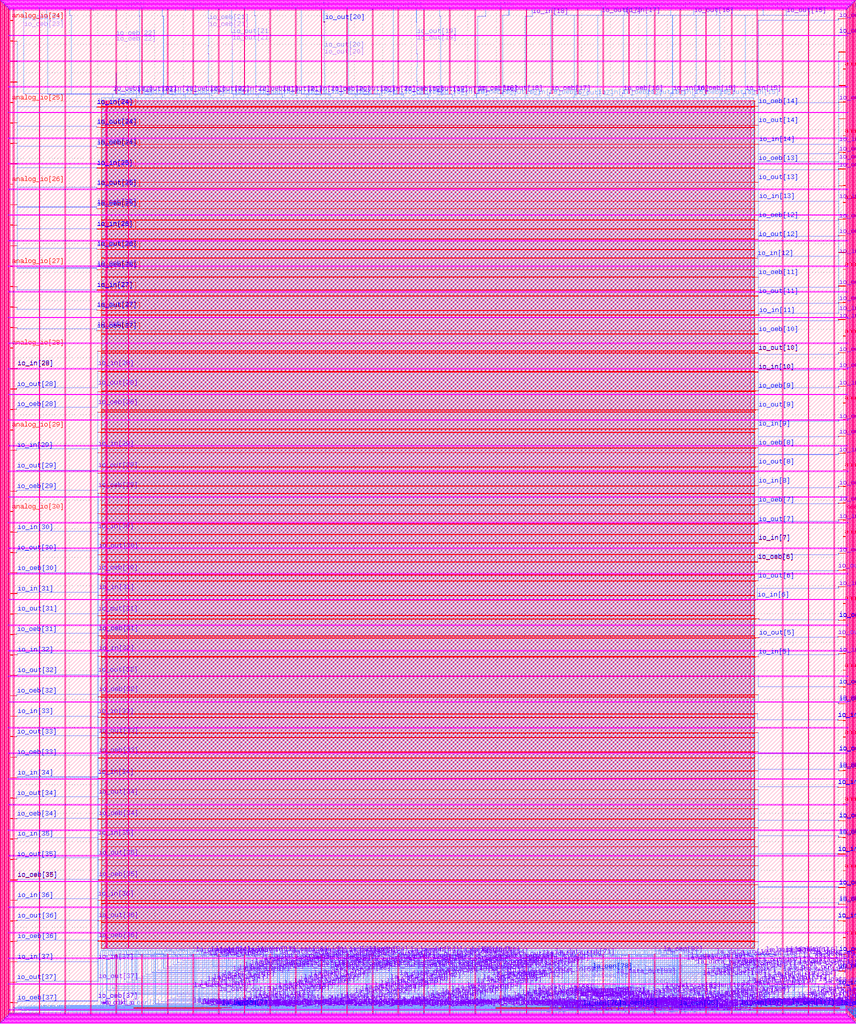
<source format=lef>
VERSION 5.7 ;
  NOWIREEXTENSIONATPIN ON ;
  DIVIDERCHAR "/" ;
  BUSBITCHARS "[]" ;
MACRO user_project_wrapper
  CLASS BLOCK ;
  FOREIGN user_project_wrapper ;
  ORIGIN 0.000 0.000 ;
  SIZE 2920.000 BY 3520.000 ;
  PIN analog_io[0]
    DIRECTION INOUT ;
    PORT
      LAYER met3 ;
        RECT 2917.600 28.980 2924.800 30.180 ;
    END
  END analog_io[0]
  PIN analog_io[10]
    DIRECTION INOUT ;
    PORT
      LAYER met3 ;
        RECT 2917.600 2374.980 2924.800 2376.180 ;
    END
  END analog_io[10]
  PIN analog_io[11]
    DIRECTION INOUT ;
    PORT
      LAYER met3 ;
        RECT 2917.600 2609.580 2924.800 2610.780 ;
    END
  END analog_io[11]
  PIN analog_io[12]
    DIRECTION INOUT ;
    PORT
      LAYER met3 ;
        RECT 2917.600 2844.180 2924.800 2845.380 ;
    END
  END analog_io[12]
  PIN analog_io[13]
    DIRECTION INOUT ;
    PORT
      LAYER met3 ;
        RECT 2917.600 3078.780 2924.800 3079.980 ;
    END
  END analog_io[13]
  PIN analog_io[14]
    DIRECTION INOUT ;
    PORT
      LAYER met3 ;
        RECT 2917.600 3313.380 2924.800 3314.580 ;
    END
  END analog_io[14]
  PIN analog_io[15]
    DIRECTION INOUT ;
    PORT
      LAYER met2 ;
        RECT 2879.090 3517.600 2879.650 3524.800 ;
    END
  END analog_io[15]
  PIN analog_io[16]
    DIRECTION INOUT ;
    PORT
      LAYER met2 ;
        RECT 2554.790 3517.600 2555.350 3524.800 ;
    END
  END analog_io[16]
  PIN analog_io[17]
    DIRECTION INOUT ;
    PORT
      LAYER met2 ;
        RECT 2230.490 3517.600 2231.050 3524.800 ;
    END
  END analog_io[17]
  PIN analog_io[18]
    DIRECTION INOUT ;
    PORT
      LAYER met2 ;
        RECT 1905.730 3517.600 1906.290 3524.800 ;
    END
  END analog_io[18]
  PIN analog_io[19]
    DIRECTION INOUT ;
    PORT
      LAYER met2 ;
        RECT 1581.430 3517.600 1581.990 3524.800 ;
    END
  END analog_io[19]
  PIN analog_io[1]
    DIRECTION INOUT ;
    PORT
      LAYER met3 ;
        RECT 2917.600 263.580 2924.800 264.780 ;
    END
  END analog_io[1]
  PIN analog_io[20]
    DIRECTION INOUT ;
    PORT
      LAYER met2 ;
        RECT 1257.130 3517.600 1257.690 3524.800 ;
    END
  END analog_io[20]
  PIN analog_io[21]
    DIRECTION INOUT ;
    PORT
      LAYER met2 ;
        RECT 932.370 3517.600 932.930 3524.800 ;
    END
  END analog_io[21]
  PIN analog_io[22]
    DIRECTION INOUT ;
    PORT
      LAYER met2 ;
        RECT 608.070 3517.600 608.630 3524.800 ;
    END
  END analog_io[22]
  PIN analog_io[23]
    DIRECTION INOUT ;
    PORT
      LAYER met2 ;
        RECT 283.770 3517.600 284.330 3524.800 ;
    END
  END analog_io[23]
  PIN analog_io[24]
    DIRECTION INOUT ;
    PORT
      LAYER met3 ;
        RECT -4.800 3482.700 2.400 3483.900 ;
    END
  END analog_io[24]
  PIN analog_io[25]
    DIRECTION INOUT ;
    PORT
      LAYER met3 ;
        RECT -4.800 3195.060 2.400 3196.260 ;
    END
  END analog_io[25]
  PIN analog_io[26]
    DIRECTION INOUT ;
    PORT
      LAYER met3 ;
        RECT -4.800 2908.100 2.400 2909.300 ;
    END
  END analog_io[26]
  PIN analog_io[27]
    DIRECTION INOUT ;
    PORT
      LAYER met3 ;
        RECT -4.800 2620.460 2.400 2621.660 ;
    END
  END analog_io[27]
  PIN analog_io[28]
    DIRECTION INOUT ;
    PORT
      LAYER met3 ;
        RECT -4.800 2333.500 2.400 2334.700 ;
    END
  END analog_io[28]
  PIN analog_io[29]
    DIRECTION INOUT ;
    PORT
      LAYER met3 ;
        RECT -4.800 2045.860 2.400 2047.060 ;
    END
  END analog_io[29]
  PIN analog_io[2]
    DIRECTION INOUT ;
    PORT
      LAYER met3 ;
        RECT 2917.600 498.180 2924.800 499.380 ;
    END
  END analog_io[2]
  PIN analog_io[30]
    DIRECTION INOUT ;
    PORT
      LAYER met3 ;
        RECT -4.800 1758.900 2.400 1760.100 ;
    END
  END analog_io[30]
  PIN analog_io[3]
    DIRECTION INOUT ;
    PORT
      LAYER met3 ;
        RECT 2917.600 732.780 2924.800 733.980 ;
    END
  END analog_io[3]
  PIN analog_io[4]
    DIRECTION INOUT ;
    PORT
      LAYER met3 ;
        RECT 2917.600 967.380 2924.800 968.580 ;
    END
  END analog_io[4]
  PIN analog_io[5]
    DIRECTION INOUT ;
    PORT
      LAYER met3 ;
        RECT 2917.600 1201.980 2924.800 1203.180 ;
    END
  END analog_io[5]
  PIN analog_io[6]
    DIRECTION INOUT ;
    PORT
      LAYER met3 ;
        RECT 2917.600 1436.580 2924.800 1437.780 ;
    END
  END analog_io[6]
  PIN analog_io[7]
    DIRECTION INOUT ;
    PORT
      LAYER met3 ;
        RECT 2917.600 1671.180 2924.800 1672.380 ;
    END
  END analog_io[7]
  PIN analog_io[8]
    DIRECTION INOUT ;
    PORT
      LAYER met3 ;
        RECT 2917.600 1905.780 2924.800 1906.980 ;
    END
  END analog_io[8]
  PIN analog_io[9]
    DIRECTION INOUT ;
    PORT
      LAYER met3 ;
        RECT 2917.600 2140.380 2924.800 2141.580 ;
    END
  END analog_io[9]
  PIN io_in[0]
    DIRECTION INPUT ;
    PORT
      LAYER met1 ;
        RECT 2618.850 89.660 2619.170 89.720 ;
        RECT 2898.990 89.660 2899.310 89.720 ;
        RECT 2618.850 89.520 2899.310 89.660 ;
        RECT 2618.850 89.460 2619.170 89.520 ;
        RECT 2898.990 89.460 2899.310 89.520 ;
      LAYER via ;
        RECT 2618.880 89.460 2619.140 89.720 ;
        RECT 2899.020 89.460 2899.280 89.720 ;
      LAYER met2 ;
        RECT 2618.870 249.715 2619.150 250.085 ;
        RECT 2618.940 89.750 2619.080 249.715 ;
        RECT 2618.880 89.430 2619.140 89.750 ;
        RECT 2899.020 89.430 2899.280 89.750 ;
        RECT 2899.080 88.245 2899.220 89.430 ;
        RECT 2899.010 87.875 2899.290 88.245 ;
      LAYER via2 ;
        RECT 2618.870 249.760 2619.150 250.040 ;
        RECT 2899.010 87.920 2899.290 88.200 ;
      LAYER met3 ;
        RECT 2618.845 250.050 2619.175 250.065 ;
        RECT 2609.580 249.960 2619.175 250.050 ;
        RECT 2606.000 249.750 2619.175 249.960 ;
        RECT 2606.000 249.360 2610.000 249.750 ;
        RECT 2618.845 249.735 2619.175 249.750 ;
        RECT 2898.985 88.210 2899.315 88.225 ;
        RECT 2917.600 88.210 2924.800 88.660 ;
        RECT 2898.985 87.910 2924.800 88.210 ;
        RECT 2898.985 87.895 2899.315 87.910 ;
        RECT 2917.600 87.460 2924.800 87.910 ;
    END
  END io_in[0]
  PIN io_in[10]
    DIRECTION INPUT ;
    PORT
      LAYER met1 ;
        RECT 2618.850 2429.200 2619.170 2429.260 ;
        RECT 2900.830 2429.200 2901.150 2429.260 ;
        RECT 2618.850 2429.060 2901.150 2429.200 ;
        RECT 2618.850 2429.000 2619.170 2429.060 ;
        RECT 2900.830 2429.000 2901.150 2429.060 ;
      LAYER via ;
        RECT 2618.880 2429.000 2619.140 2429.260 ;
        RECT 2900.860 2429.000 2901.120 2429.260 ;
      LAYER met2 ;
        RECT 2900.850 2433.875 2901.130 2434.245 ;
        RECT 2900.920 2429.290 2901.060 2433.875 ;
        RECT 2618.880 2428.970 2619.140 2429.290 ;
        RECT 2900.860 2428.970 2901.120 2429.290 ;
        RECT 2618.940 2249.965 2619.080 2428.970 ;
        RECT 2618.870 2249.595 2619.150 2249.965 ;
      LAYER via2 ;
        RECT 2900.850 2433.920 2901.130 2434.200 ;
        RECT 2618.870 2249.640 2619.150 2249.920 ;
      LAYER met3 ;
        RECT 2900.825 2434.210 2901.155 2434.225 ;
        RECT 2917.600 2434.210 2924.800 2434.660 ;
        RECT 2900.825 2433.910 2924.800 2434.210 ;
        RECT 2900.825 2433.895 2901.155 2433.910 ;
        RECT 2917.600 2433.460 2924.800 2433.910 ;
        RECT 2618.845 2249.930 2619.175 2249.945 ;
        RECT 2609.580 2249.840 2619.175 2249.930 ;
        RECT 2606.000 2249.630 2619.175 2249.840 ;
        RECT 2606.000 2249.240 2610.000 2249.630 ;
        RECT 2618.845 2249.615 2619.175 2249.630 ;
    END
  END io_in[10]
  PIN io_in[11]
    DIRECTION INPUT ;
    PORT
      LAYER met1 ;
        RECT 2621.610 2456.400 2621.930 2456.460 ;
        RECT 2901.750 2456.400 2902.070 2456.460 ;
        RECT 2621.610 2456.260 2902.070 2456.400 ;
        RECT 2621.610 2456.200 2621.930 2456.260 ;
        RECT 2901.750 2456.200 2902.070 2456.260 ;
      LAYER via ;
        RECT 2621.640 2456.200 2621.900 2456.460 ;
        RECT 2901.780 2456.200 2902.040 2456.460 ;
      LAYER met2 ;
        RECT 2901.770 2669.155 2902.050 2669.525 ;
        RECT 2901.840 2456.490 2901.980 2669.155 ;
        RECT 2621.640 2456.170 2621.900 2456.490 ;
        RECT 2901.780 2456.170 2902.040 2456.490 ;
        RECT 2621.700 2449.885 2621.840 2456.170 ;
        RECT 2621.630 2449.515 2621.910 2449.885 ;
      LAYER via2 ;
        RECT 2901.770 2669.200 2902.050 2669.480 ;
        RECT 2621.630 2449.560 2621.910 2449.840 ;
      LAYER met3 ;
        RECT 2901.745 2669.490 2902.075 2669.505 ;
        RECT 2917.600 2669.490 2924.800 2669.940 ;
        RECT 2901.745 2669.190 2924.800 2669.490 ;
        RECT 2901.745 2669.175 2902.075 2669.190 ;
        RECT 2917.600 2668.740 2924.800 2669.190 ;
        RECT 2621.605 2449.850 2621.935 2449.865 ;
        RECT 2609.580 2449.760 2621.935 2449.850 ;
        RECT 2606.000 2449.550 2621.935 2449.760 ;
        RECT 2606.000 2449.160 2610.000 2449.550 ;
        RECT 2621.605 2449.535 2621.935 2449.550 ;
    END
  END io_in[11]
  PIN io_in[12]
    DIRECTION INPUT ;
    PORT
      LAYER met1 ;
        RECT 2616.090 2656.320 2616.410 2656.380 ;
        RECT 2901.290 2656.320 2901.610 2656.380 ;
        RECT 2616.090 2656.180 2901.610 2656.320 ;
        RECT 2616.090 2656.120 2616.410 2656.180 ;
        RECT 2901.290 2656.120 2901.610 2656.180 ;
      LAYER via ;
        RECT 2616.120 2656.120 2616.380 2656.380 ;
        RECT 2901.320 2656.120 2901.580 2656.380 ;
      LAYER met2 ;
        RECT 2901.310 2903.755 2901.590 2904.125 ;
        RECT 2901.380 2656.410 2901.520 2903.755 ;
        RECT 2616.120 2656.090 2616.380 2656.410 ;
        RECT 2901.320 2656.090 2901.580 2656.410 ;
        RECT 2616.180 2649.805 2616.320 2656.090 ;
        RECT 2616.110 2649.435 2616.390 2649.805 ;
      LAYER via2 ;
        RECT 2901.310 2903.800 2901.590 2904.080 ;
        RECT 2616.110 2649.480 2616.390 2649.760 ;
      LAYER met3 ;
        RECT 2901.285 2904.090 2901.615 2904.105 ;
        RECT 2917.600 2904.090 2924.800 2904.540 ;
        RECT 2901.285 2903.790 2924.800 2904.090 ;
        RECT 2901.285 2903.775 2901.615 2903.790 ;
        RECT 2917.600 2903.340 2924.800 2903.790 ;
        RECT 2616.085 2649.770 2616.415 2649.785 ;
        RECT 2609.580 2649.680 2616.415 2649.770 ;
        RECT 2606.000 2649.470 2616.415 2649.680 ;
        RECT 2606.000 2649.080 2610.000 2649.470 ;
        RECT 2616.085 2649.455 2616.415 2649.470 ;
    END
  END io_in[12]
  PIN io_in[13]
    DIRECTION INPUT ;
    PORT
      LAYER met1 ;
        RECT 2621.610 2849.440 2621.930 2849.500 ;
        RECT 2901.750 2849.440 2902.070 2849.500 ;
        RECT 2621.610 2849.300 2902.070 2849.440 ;
        RECT 2621.610 2849.240 2621.930 2849.300 ;
        RECT 2901.750 2849.240 2902.070 2849.300 ;
      LAYER via ;
        RECT 2621.640 2849.240 2621.900 2849.500 ;
        RECT 2901.780 2849.240 2902.040 2849.500 ;
      LAYER met2 ;
        RECT 2901.770 3138.355 2902.050 3138.725 ;
        RECT 2621.630 2849.355 2621.910 2849.725 ;
        RECT 2901.840 2849.530 2901.980 3138.355 ;
        RECT 2621.640 2849.210 2621.900 2849.355 ;
        RECT 2901.780 2849.210 2902.040 2849.530 ;
      LAYER via2 ;
        RECT 2901.770 3138.400 2902.050 3138.680 ;
        RECT 2621.630 2849.400 2621.910 2849.680 ;
      LAYER met3 ;
        RECT 2901.745 3138.690 2902.075 3138.705 ;
        RECT 2917.600 3138.690 2924.800 3139.140 ;
        RECT 2901.745 3138.390 2924.800 3138.690 ;
        RECT 2901.745 3138.375 2902.075 3138.390 ;
        RECT 2917.600 3137.940 2924.800 3138.390 ;
        RECT 2621.605 2849.690 2621.935 2849.705 ;
        RECT 2609.580 2849.600 2621.935 2849.690 ;
        RECT 2606.000 2849.390 2621.935 2849.600 ;
        RECT 2606.000 2849.000 2610.000 2849.390 ;
        RECT 2621.605 2849.375 2621.935 2849.390 ;
    END
  END io_in[13]
  PIN io_in[14]
    DIRECTION INPUT ;
    PORT
      LAYER met1 ;
        RECT 2621.610 3049.700 2621.930 3049.760 ;
        RECT 2901.290 3049.700 2901.610 3049.760 ;
        RECT 2621.610 3049.560 2901.610 3049.700 ;
        RECT 2621.610 3049.500 2621.930 3049.560 ;
        RECT 2901.290 3049.500 2901.610 3049.560 ;
      LAYER via ;
        RECT 2621.640 3049.500 2621.900 3049.760 ;
        RECT 2901.320 3049.500 2901.580 3049.760 ;
      LAYER met2 ;
        RECT 2901.310 3372.955 2901.590 3373.325 ;
        RECT 2901.380 3049.790 2901.520 3372.955 ;
        RECT 2621.640 3049.645 2621.900 3049.790 ;
        RECT 2621.630 3049.275 2621.910 3049.645 ;
        RECT 2901.320 3049.470 2901.580 3049.790 ;
      LAYER via2 ;
        RECT 2901.310 3373.000 2901.590 3373.280 ;
        RECT 2621.630 3049.320 2621.910 3049.600 ;
      LAYER met3 ;
        RECT 2901.285 3373.290 2901.615 3373.305 ;
        RECT 2917.600 3373.290 2924.800 3373.740 ;
        RECT 2901.285 3372.990 2924.800 3373.290 ;
        RECT 2901.285 3372.975 2901.615 3372.990 ;
        RECT 2917.600 3372.540 2924.800 3372.990 ;
        RECT 2621.605 3049.610 2621.935 3049.625 ;
        RECT 2609.580 3049.520 2621.935 3049.610 ;
        RECT 2606.000 3049.310 2621.935 3049.520 ;
        RECT 2606.000 3048.920 2610.000 3049.310 ;
        RECT 2621.605 3049.295 2621.935 3049.310 ;
    END
  END io_in[14]
  PIN io_in[15]
    DIRECTION INPUT ;
    PORT
      LAYER met1 ;
        RECT 2573.310 3502.240 2573.630 3502.300 ;
        RECT 2798.250 3502.240 2798.570 3502.300 ;
        RECT 2573.310 3502.100 2798.570 3502.240 ;
        RECT 2573.310 3502.040 2573.630 3502.100 ;
        RECT 2798.250 3502.040 2798.570 3502.100 ;
        RECT 2566.870 3228.200 2567.190 3228.260 ;
        RECT 2573.310 3228.200 2573.630 3228.260 ;
        RECT 2566.870 3228.060 2573.630 3228.200 ;
        RECT 2566.870 3228.000 2567.190 3228.060 ;
        RECT 2573.310 3228.000 2573.630 3228.060 ;
      LAYER via ;
        RECT 2573.340 3502.040 2573.600 3502.300 ;
        RECT 2798.280 3502.040 2798.540 3502.300 ;
        RECT 2566.900 3228.000 2567.160 3228.260 ;
        RECT 2573.340 3228.000 2573.600 3228.260 ;
      LAYER met2 ;
        RECT 2798.130 3517.600 2798.690 3524.800 ;
        RECT 2798.340 3502.330 2798.480 3517.600 ;
        RECT 2573.340 3502.010 2573.600 3502.330 ;
        RECT 2798.280 3502.010 2798.540 3502.330 ;
        RECT 2573.400 3228.290 2573.540 3502.010 ;
        RECT 2566.900 3227.970 2567.160 3228.290 ;
        RECT 2573.340 3227.970 2573.600 3228.290 ;
        RECT 2566.960 3216.000 2567.100 3227.970 ;
        RECT 2566.850 3212.000 2567.130 3216.000 ;
    END
  END io_in[15]
  PIN io_in[16]
    DIRECTION INPUT ;
    PORT
      LAYER met1 ;
        RECT 2318.010 3502.240 2318.330 3502.300 ;
        RECT 2473.950 3502.240 2474.270 3502.300 ;
        RECT 2318.010 3502.100 2474.270 3502.240 ;
        RECT 2318.010 3502.040 2318.330 3502.100 ;
        RECT 2473.950 3502.040 2474.270 3502.100 ;
        RECT 2311.570 3229.220 2311.890 3229.280 ;
        RECT 2318.010 3229.220 2318.330 3229.280 ;
        RECT 2311.570 3229.080 2318.330 3229.220 ;
        RECT 2311.570 3229.020 2311.890 3229.080 ;
        RECT 2318.010 3229.020 2318.330 3229.080 ;
      LAYER via ;
        RECT 2318.040 3502.040 2318.300 3502.300 ;
        RECT 2473.980 3502.040 2474.240 3502.300 ;
        RECT 2311.600 3229.020 2311.860 3229.280 ;
        RECT 2318.040 3229.020 2318.300 3229.280 ;
      LAYER met2 ;
        RECT 2473.830 3517.600 2474.390 3524.800 ;
        RECT 2474.040 3502.330 2474.180 3517.600 ;
        RECT 2318.040 3502.010 2318.300 3502.330 ;
        RECT 2473.980 3502.010 2474.240 3502.330 ;
        RECT 2318.100 3229.310 2318.240 3502.010 ;
        RECT 2311.600 3228.990 2311.860 3229.310 ;
        RECT 2318.040 3228.990 2318.300 3229.310 ;
        RECT 2311.660 3216.000 2311.800 3228.990 ;
        RECT 2311.550 3212.000 2311.830 3216.000 ;
    END
  END io_in[16]
  PIN io_in[17]
    DIRECTION INPUT ;
    PORT
      LAYER met1 ;
        RECT 2055.810 3501.900 2056.130 3501.960 ;
        RECT 2149.190 3501.900 2149.510 3501.960 ;
        RECT 2055.810 3501.760 2149.510 3501.900 ;
        RECT 2055.810 3501.700 2056.130 3501.760 ;
        RECT 2149.190 3501.700 2149.510 3501.760 ;
      LAYER via ;
        RECT 2055.840 3501.700 2056.100 3501.960 ;
        RECT 2149.220 3501.700 2149.480 3501.960 ;
      LAYER met2 ;
        RECT 2149.070 3517.600 2149.630 3524.800 ;
        RECT 2149.280 3501.990 2149.420 3517.600 ;
        RECT 2055.840 3501.670 2056.100 3501.990 ;
        RECT 2149.220 3501.670 2149.480 3501.990 ;
        RECT 2055.900 3216.000 2056.040 3501.670 ;
        RECT 2055.790 3212.000 2056.070 3216.000 ;
    END
  END io_in[17]
  PIN io_in[18]
    DIRECTION INPUT ;
    PORT
      LAYER met1 ;
        RECT 1800.510 3498.500 1800.830 3498.560 ;
        RECT 1824.890 3498.500 1825.210 3498.560 ;
        RECT 1800.510 3498.360 1825.210 3498.500 ;
        RECT 1800.510 3498.300 1800.830 3498.360 ;
        RECT 1824.890 3498.300 1825.210 3498.360 ;
      LAYER via ;
        RECT 1800.540 3498.300 1800.800 3498.560 ;
        RECT 1824.920 3498.300 1825.180 3498.560 ;
      LAYER met2 ;
        RECT 1824.770 3517.600 1825.330 3524.800 ;
        RECT 1824.980 3498.590 1825.120 3517.600 ;
        RECT 1800.540 3498.270 1800.800 3498.590 ;
        RECT 1824.920 3498.270 1825.180 3498.590 ;
        RECT 1800.600 3216.000 1800.740 3498.270 ;
        RECT 1800.490 3212.000 1800.770 3216.000 ;
    END
  END io_in[18]
  PIN io_in[19]
    DIRECTION INPUT ;
    PORT
      LAYER met1 ;
        RECT 1500.590 3498.500 1500.910 3498.560 ;
        RECT 1503.810 3498.500 1504.130 3498.560 ;
        RECT 1500.590 3498.360 1504.130 3498.500 ;
        RECT 1500.590 3498.300 1500.910 3498.360 ;
        RECT 1503.810 3498.300 1504.130 3498.360 ;
        RECT 1503.810 3224.460 1504.130 3224.520 ;
        RECT 1544.750 3224.460 1545.070 3224.520 ;
        RECT 1503.810 3224.320 1545.070 3224.460 ;
        RECT 1503.810 3224.260 1504.130 3224.320 ;
        RECT 1544.750 3224.260 1545.070 3224.320 ;
      LAYER via ;
        RECT 1500.620 3498.300 1500.880 3498.560 ;
        RECT 1503.840 3498.300 1504.100 3498.560 ;
        RECT 1503.840 3224.260 1504.100 3224.520 ;
        RECT 1544.780 3224.260 1545.040 3224.520 ;
      LAYER met2 ;
        RECT 1500.470 3517.600 1501.030 3524.800 ;
        RECT 1500.680 3498.590 1500.820 3517.600 ;
        RECT 1500.620 3498.270 1500.880 3498.590 ;
        RECT 1503.840 3498.270 1504.100 3498.590 ;
        RECT 1503.900 3224.550 1504.040 3498.270 ;
        RECT 1503.840 3224.230 1504.100 3224.550 ;
        RECT 1544.780 3224.230 1545.040 3224.550 ;
        RECT 1544.840 3216.000 1544.980 3224.230 ;
        RECT 1544.730 3212.000 1545.010 3216.000 ;
    END
  END io_in[19]
  PIN io_in[1]
    DIRECTION INPUT ;
    PORT
      LAYER met1 ;
        RECT 2619.310 324.260 2619.630 324.320 ;
        RECT 2898.990 324.260 2899.310 324.320 ;
        RECT 2619.310 324.120 2899.310 324.260 ;
        RECT 2619.310 324.060 2619.630 324.120 ;
        RECT 2898.990 324.060 2899.310 324.120 ;
      LAYER via ;
        RECT 2619.340 324.060 2619.600 324.320 ;
        RECT 2899.020 324.060 2899.280 324.320 ;
      LAYER met2 ;
        RECT 2619.330 449.635 2619.610 450.005 ;
        RECT 2619.400 324.350 2619.540 449.635 ;
        RECT 2619.340 324.030 2619.600 324.350 ;
        RECT 2899.020 324.030 2899.280 324.350 ;
        RECT 2899.080 322.845 2899.220 324.030 ;
        RECT 2899.010 322.475 2899.290 322.845 ;
      LAYER via2 ;
        RECT 2619.330 449.680 2619.610 449.960 ;
        RECT 2899.010 322.520 2899.290 322.800 ;
      LAYER met3 ;
        RECT 2619.305 449.970 2619.635 449.985 ;
        RECT 2609.580 449.880 2619.635 449.970 ;
        RECT 2606.000 449.670 2619.635 449.880 ;
        RECT 2606.000 449.280 2610.000 449.670 ;
        RECT 2619.305 449.655 2619.635 449.670 ;
        RECT 2898.985 322.810 2899.315 322.825 ;
        RECT 2917.600 322.810 2924.800 323.260 ;
        RECT 2898.985 322.510 2924.800 322.810 ;
        RECT 2898.985 322.495 2899.315 322.510 ;
        RECT 2917.600 322.060 2924.800 322.510 ;
    END
  END io_in[1]
  PIN io_in[20]
    DIRECTION INPUT ;
    PORT
      LAYER met1 ;
        RECT 1175.830 3498.500 1176.150 3498.560 ;
        RECT 1179.510 3498.500 1179.830 3498.560 ;
        RECT 1175.830 3498.360 1179.830 3498.500 ;
        RECT 1175.830 3498.300 1176.150 3498.360 ;
        RECT 1179.510 3498.300 1179.830 3498.360 ;
        RECT 1179.510 3225.820 1179.830 3225.880 ;
        RECT 1289.450 3225.820 1289.770 3225.880 ;
        RECT 1179.510 3225.680 1289.770 3225.820 ;
        RECT 1179.510 3225.620 1179.830 3225.680 ;
        RECT 1289.450 3225.620 1289.770 3225.680 ;
      LAYER via ;
        RECT 1175.860 3498.300 1176.120 3498.560 ;
        RECT 1179.540 3498.300 1179.800 3498.560 ;
        RECT 1179.540 3225.620 1179.800 3225.880 ;
        RECT 1289.480 3225.620 1289.740 3225.880 ;
      LAYER met2 ;
        RECT 1175.710 3517.600 1176.270 3524.800 ;
        RECT 1175.920 3498.590 1176.060 3517.600 ;
        RECT 1175.860 3498.270 1176.120 3498.590 ;
        RECT 1179.540 3498.270 1179.800 3498.590 ;
        RECT 1179.600 3225.910 1179.740 3498.270 ;
        RECT 1179.540 3225.590 1179.800 3225.910 ;
        RECT 1289.480 3225.590 1289.740 3225.910 ;
        RECT 1289.540 3216.000 1289.680 3225.590 ;
        RECT 1289.430 3212.000 1289.710 3216.000 ;
    END
  END io_in[20]
  PIN io_in[21]
    DIRECTION INPUT ;
    PORT
      LAYER met1 ;
        RECT 851.530 3501.220 851.850 3501.280 ;
        RECT 855.210 3501.220 855.530 3501.280 ;
        RECT 851.530 3501.080 855.530 3501.220 ;
        RECT 851.530 3501.020 851.850 3501.080 ;
        RECT 855.210 3501.020 855.530 3501.080 ;
        RECT 855.210 3226.160 855.530 3226.220 ;
        RECT 1033.690 3226.160 1034.010 3226.220 ;
        RECT 855.210 3226.020 1034.010 3226.160 ;
        RECT 855.210 3225.960 855.530 3226.020 ;
        RECT 1033.690 3225.960 1034.010 3226.020 ;
      LAYER via ;
        RECT 851.560 3501.020 851.820 3501.280 ;
        RECT 855.240 3501.020 855.500 3501.280 ;
        RECT 855.240 3225.960 855.500 3226.220 ;
        RECT 1033.720 3225.960 1033.980 3226.220 ;
      LAYER met2 ;
        RECT 851.410 3517.600 851.970 3524.800 ;
        RECT 851.620 3501.310 851.760 3517.600 ;
        RECT 851.560 3500.990 851.820 3501.310 ;
        RECT 855.240 3500.990 855.500 3501.310 ;
        RECT 855.300 3226.250 855.440 3500.990 ;
        RECT 855.240 3225.930 855.500 3226.250 ;
        RECT 1033.720 3225.930 1033.980 3226.250 ;
        RECT 1033.780 3216.000 1033.920 3225.930 ;
        RECT 1033.670 3212.000 1033.950 3216.000 ;
    END
  END io_in[21]
  PIN io_in[22]
    DIRECTION INPUT ;
    PORT
      LAYER met1 ;
        RECT 527.230 3498.500 527.550 3498.560 ;
        RECT 530.910 3498.500 531.230 3498.560 ;
        RECT 527.230 3498.360 531.230 3498.500 ;
        RECT 527.230 3498.300 527.550 3498.360 ;
        RECT 530.910 3498.300 531.230 3498.360 ;
        RECT 530.910 3226.160 531.230 3226.220 ;
        RECT 777.930 3226.160 778.250 3226.220 ;
        RECT 530.910 3226.020 778.250 3226.160 ;
        RECT 530.910 3225.960 531.230 3226.020 ;
        RECT 777.930 3225.960 778.250 3226.020 ;
      LAYER via ;
        RECT 527.260 3498.300 527.520 3498.560 ;
        RECT 530.940 3498.300 531.200 3498.560 ;
        RECT 530.940 3225.960 531.200 3226.220 ;
        RECT 777.960 3225.960 778.220 3226.220 ;
      LAYER met2 ;
        RECT 527.110 3517.600 527.670 3524.800 ;
        RECT 527.320 3498.590 527.460 3517.600 ;
        RECT 527.260 3498.270 527.520 3498.590 ;
        RECT 530.940 3498.270 531.200 3498.590 ;
        RECT 531.000 3226.250 531.140 3498.270 ;
        RECT 530.940 3225.930 531.200 3226.250 ;
        RECT 777.960 3225.930 778.220 3226.250 ;
        RECT 778.020 3216.000 778.160 3225.930 ;
        RECT 777.910 3212.000 778.190 3216.000 ;
    END
  END io_in[22]
  PIN io_in[23]
    DIRECTION INPUT ;
    PORT
      LAYER met1 ;
        RECT 202.470 3501.900 202.790 3501.960 ;
        RECT 206.610 3501.900 206.930 3501.960 ;
        RECT 202.470 3501.760 206.930 3501.900 ;
        RECT 202.470 3501.700 202.790 3501.760 ;
        RECT 206.610 3501.700 206.930 3501.760 ;
        RECT 206.610 3226.500 206.930 3226.560 ;
        RECT 522.630 3226.500 522.950 3226.560 ;
        RECT 206.610 3226.360 522.950 3226.500 ;
        RECT 206.610 3226.300 206.930 3226.360 ;
        RECT 522.630 3226.300 522.950 3226.360 ;
      LAYER via ;
        RECT 202.500 3501.700 202.760 3501.960 ;
        RECT 206.640 3501.700 206.900 3501.960 ;
        RECT 206.640 3226.300 206.900 3226.560 ;
        RECT 522.660 3226.300 522.920 3226.560 ;
      LAYER met2 ;
        RECT 202.350 3517.600 202.910 3524.800 ;
        RECT 202.560 3501.990 202.700 3517.600 ;
        RECT 202.500 3501.670 202.760 3501.990 ;
        RECT 206.640 3501.670 206.900 3501.990 ;
        RECT 206.700 3226.590 206.840 3501.670 ;
        RECT 206.640 3226.270 206.900 3226.590 ;
        RECT 522.660 3226.270 522.920 3226.590 ;
        RECT 522.720 3216.000 522.860 3226.270 ;
        RECT 522.610 3212.000 522.890 3216.000 ;
    END
  END io_in[23]
  PIN io_in[24]
    DIRECTION INPUT ;
    PORT
      LAYER met1 ;
        RECT 17.090 3180.940 17.410 3181.000 ;
        RECT 296.770 3180.940 297.090 3181.000 ;
        RECT 17.090 3180.800 297.090 3180.940 ;
        RECT 17.090 3180.740 17.410 3180.800 ;
        RECT 296.770 3180.740 297.090 3180.800 ;
      LAYER via ;
        RECT 17.120 3180.740 17.380 3181.000 ;
        RECT 296.800 3180.740 297.060 3181.000 ;
      LAYER met2 ;
        RECT 17.110 3411.035 17.390 3411.405 ;
        RECT 17.180 3181.030 17.320 3411.035 ;
        RECT 17.120 3180.710 17.380 3181.030 ;
        RECT 296.800 3180.710 297.060 3181.030 ;
        RECT 296.860 3180.205 297.000 3180.710 ;
        RECT 296.790 3179.835 297.070 3180.205 ;
      LAYER via2 ;
        RECT 17.110 3411.080 17.390 3411.360 ;
        RECT 296.790 3179.880 297.070 3180.160 ;
      LAYER met3 ;
        RECT -4.800 3411.370 2.400 3411.820 ;
        RECT 17.085 3411.370 17.415 3411.385 ;
        RECT -4.800 3411.070 17.415 3411.370 ;
        RECT -4.800 3410.620 2.400 3411.070 ;
        RECT 17.085 3411.055 17.415 3411.070 ;
        RECT 296.765 3180.170 297.095 3180.185 ;
        RECT 296.765 3180.080 310.500 3180.170 ;
        RECT 296.765 3179.870 314.000 3180.080 ;
        RECT 296.765 3179.855 297.095 3179.870 ;
        RECT 310.000 3179.480 314.000 3179.870 ;
    END
  END io_in[24]
  PIN io_in[25]
    DIRECTION INPUT ;
    PORT
      LAYER met1 ;
        RECT 17.090 2966.740 17.410 2966.800 ;
        RECT 296.770 2966.740 297.090 2966.800 ;
        RECT 17.090 2966.600 297.090 2966.740 ;
        RECT 17.090 2966.540 17.410 2966.600 ;
        RECT 296.770 2966.540 297.090 2966.600 ;
      LAYER via ;
        RECT 17.120 2966.540 17.380 2966.800 ;
        RECT 296.800 2966.540 297.060 2966.800 ;
      LAYER met2 ;
        RECT 17.110 3124.075 17.390 3124.445 ;
        RECT 17.180 2966.830 17.320 3124.075 ;
        RECT 17.120 2966.510 17.380 2966.830 ;
        RECT 296.800 2966.510 297.060 2966.830 ;
        RECT 296.860 2966.005 297.000 2966.510 ;
        RECT 296.790 2965.635 297.070 2966.005 ;
      LAYER via2 ;
        RECT 17.110 3124.120 17.390 3124.400 ;
        RECT 296.790 2965.680 297.070 2965.960 ;
      LAYER met3 ;
        RECT -4.800 3124.410 2.400 3124.860 ;
        RECT 17.085 3124.410 17.415 3124.425 ;
        RECT -4.800 3124.110 17.415 3124.410 ;
        RECT -4.800 3123.660 2.400 3124.110 ;
        RECT 17.085 3124.095 17.415 3124.110 ;
        RECT 296.765 2965.970 297.095 2965.985 ;
        RECT 296.765 2965.880 310.500 2965.970 ;
        RECT 296.765 2965.670 314.000 2965.880 ;
        RECT 296.765 2965.655 297.095 2965.670 ;
        RECT 310.000 2965.280 314.000 2965.670 ;
    END
  END io_in[25]
  PIN io_in[26]
    DIRECTION INPUT ;
    PORT
      LAYER met1 ;
        RECT 17.090 2752.880 17.410 2752.940 ;
        RECT 296.770 2752.880 297.090 2752.940 ;
        RECT 17.090 2752.740 297.090 2752.880 ;
        RECT 17.090 2752.680 17.410 2752.740 ;
        RECT 296.770 2752.680 297.090 2752.740 ;
      LAYER via ;
        RECT 17.120 2752.680 17.380 2752.940 ;
        RECT 296.800 2752.680 297.060 2752.940 ;
      LAYER met2 ;
        RECT 17.110 2836.435 17.390 2836.805 ;
        RECT 17.180 2752.970 17.320 2836.435 ;
        RECT 17.120 2752.650 17.380 2752.970 ;
        RECT 296.800 2752.650 297.060 2752.970 ;
        RECT 296.860 2751.805 297.000 2752.650 ;
        RECT 296.790 2751.435 297.070 2751.805 ;
      LAYER via2 ;
        RECT 17.110 2836.480 17.390 2836.760 ;
        RECT 296.790 2751.480 297.070 2751.760 ;
      LAYER met3 ;
        RECT -4.800 2836.770 2.400 2837.220 ;
        RECT 17.085 2836.770 17.415 2836.785 ;
        RECT -4.800 2836.470 17.415 2836.770 ;
        RECT -4.800 2836.020 2.400 2836.470 ;
        RECT 17.085 2836.455 17.415 2836.470 ;
        RECT 296.765 2751.770 297.095 2751.785 ;
        RECT 296.765 2751.680 310.500 2751.770 ;
        RECT 296.765 2751.470 314.000 2751.680 ;
        RECT 296.765 2751.455 297.095 2751.470 ;
        RECT 310.000 2751.080 314.000 2751.470 ;
    END
  END io_in[26]
  PIN io_in[27]
    DIRECTION INPUT ;
    PORT
      LAYER met1 ;
        RECT 16.630 2539.020 16.950 2539.080 ;
        RECT 296.770 2539.020 297.090 2539.080 ;
        RECT 16.630 2538.880 297.090 2539.020 ;
        RECT 16.630 2538.820 16.950 2538.880 ;
        RECT 296.770 2538.820 297.090 2538.880 ;
      LAYER via ;
        RECT 16.660 2538.820 16.920 2539.080 ;
        RECT 296.800 2538.820 297.060 2539.080 ;
      LAYER met2 ;
        RECT 16.650 2549.475 16.930 2549.845 ;
        RECT 16.720 2539.110 16.860 2549.475 ;
        RECT 16.660 2538.790 16.920 2539.110 ;
        RECT 296.800 2538.790 297.060 2539.110 ;
        RECT 296.860 2537.605 297.000 2538.790 ;
        RECT 296.790 2537.235 297.070 2537.605 ;
      LAYER via2 ;
        RECT 16.650 2549.520 16.930 2549.800 ;
        RECT 296.790 2537.280 297.070 2537.560 ;
      LAYER met3 ;
        RECT -4.800 2549.810 2.400 2550.260 ;
        RECT 16.625 2549.810 16.955 2549.825 ;
        RECT -4.800 2549.510 16.955 2549.810 ;
        RECT -4.800 2549.060 2.400 2549.510 ;
        RECT 16.625 2549.495 16.955 2549.510 ;
        RECT 296.765 2537.570 297.095 2537.585 ;
        RECT 296.765 2537.480 310.500 2537.570 ;
        RECT 296.765 2537.270 314.000 2537.480 ;
        RECT 296.765 2537.255 297.095 2537.270 ;
        RECT 310.000 2536.880 314.000 2537.270 ;
    END
  END io_in[27]
  PIN io_in[28]
    DIRECTION INPUT ;
    PORT
      LAYER met1 ;
        RECT 17.090 2262.940 17.410 2263.000 ;
        RECT 299.990 2262.940 300.310 2263.000 ;
        RECT 17.090 2262.800 300.310 2262.940 ;
        RECT 17.090 2262.740 17.410 2262.800 ;
        RECT 299.990 2262.740 300.310 2262.800 ;
      LAYER via ;
        RECT 17.120 2262.740 17.380 2263.000 ;
        RECT 300.020 2262.740 300.280 2263.000 ;
      LAYER met2 ;
        RECT 300.010 2323.035 300.290 2323.405 ;
        RECT 300.080 2263.030 300.220 2323.035 ;
        RECT 17.120 2262.710 17.380 2263.030 ;
        RECT 300.020 2262.710 300.280 2263.030 ;
        RECT 17.180 2262.205 17.320 2262.710 ;
        RECT 17.110 2261.835 17.390 2262.205 ;
      LAYER via2 ;
        RECT 300.010 2323.080 300.290 2323.360 ;
        RECT 17.110 2261.880 17.390 2262.160 ;
      LAYER met3 ;
        RECT 299.985 2323.370 300.315 2323.385 ;
        RECT 299.985 2323.280 310.500 2323.370 ;
        RECT 299.985 2323.070 314.000 2323.280 ;
        RECT 299.985 2323.055 300.315 2323.070 ;
        RECT 310.000 2322.680 314.000 2323.070 ;
        RECT -4.800 2262.170 2.400 2262.620 ;
        RECT 17.085 2262.170 17.415 2262.185 ;
        RECT -4.800 2261.870 17.415 2262.170 ;
        RECT -4.800 2261.420 2.400 2261.870 ;
        RECT 17.085 2261.855 17.415 2261.870 ;
    END
  END io_in[28]
  PIN io_in[29]
    DIRECTION INPUT ;
    PORT
      LAYER met1 ;
        RECT 15.710 1980.060 16.030 1980.120 ;
        RECT 300.450 1980.060 300.770 1980.120 ;
        RECT 15.710 1979.920 300.770 1980.060 ;
        RECT 15.710 1979.860 16.030 1979.920 ;
        RECT 300.450 1979.860 300.770 1979.920 ;
      LAYER via ;
        RECT 15.740 1979.860 16.000 1980.120 ;
        RECT 300.480 1979.860 300.740 1980.120 ;
      LAYER met2 ;
        RECT 300.470 2108.835 300.750 2109.205 ;
        RECT 300.540 1980.150 300.680 2108.835 ;
        RECT 15.740 1979.830 16.000 1980.150 ;
        RECT 300.480 1979.830 300.740 1980.150 ;
        RECT 15.800 1975.245 15.940 1979.830 ;
        RECT 15.730 1974.875 16.010 1975.245 ;
      LAYER via2 ;
        RECT 300.470 2108.880 300.750 2109.160 ;
        RECT 15.730 1974.920 16.010 1975.200 ;
      LAYER met3 ;
        RECT 300.445 2109.170 300.775 2109.185 ;
        RECT 300.445 2109.080 310.500 2109.170 ;
        RECT 300.445 2108.870 314.000 2109.080 ;
        RECT 300.445 2108.855 300.775 2108.870 ;
        RECT 310.000 2108.480 314.000 2108.870 ;
        RECT -4.800 1975.210 2.400 1975.660 ;
        RECT 15.705 1975.210 16.035 1975.225 ;
        RECT -4.800 1974.910 16.035 1975.210 ;
        RECT -4.800 1974.460 2.400 1974.910 ;
        RECT 15.705 1974.895 16.035 1974.910 ;
    END
  END io_in[29]
  PIN io_in[2]
    DIRECTION INPUT ;
    PORT
      LAYER met1 ;
        RECT 2619.310 558.860 2619.630 558.920 ;
        RECT 2898.990 558.860 2899.310 558.920 ;
        RECT 2619.310 558.720 2899.310 558.860 ;
        RECT 2619.310 558.660 2619.630 558.720 ;
        RECT 2898.990 558.660 2899.310 558.720 ;
      LAYER via ;
        RECT 2619.340 558.660 2619.600 558.920 ;
        RECT 2899.020 558.660 2899.280 558.920 ;
      LAYER met2 ;
        RECT 2619.330 649.555 2619.610 649.925 ;
        RECT 2619.400 558.950 2619.540 649.555 ;
        RECT 2619.340 558.630 2619.600 558.950 ;
        RECT 2899.020 558.630 2899.280 558.950 ;
        RECT 2899.080 557.445 2899.220 558.630 ;
        RECT 2899.010 557.075 2899.290 557.445 ;
      LAYER via2 ;
        RECT 2619.330 649.600 2619.610 649.880 ;
        RECT 2899.010 557.120 2899.290 557.400 ;
      LAYER met3 ;
        RECT 2619.305 649.890 2619.635 649.905 ;
        RECT 2609.580 649.800 2619.635 649.890 ;
        RECT 2606.000 649.590 2619.635 649.800 ;
        RECT 2606.000 649.200 2610.000 649.590 ;
        RECT 2619.305 649.575 2619.635 649.590 ;
        RECT 2898.985 557.410 2899.315 557.425 ;
        RECT 2917.600 557.410 2924.800 557.860 ;
        RECT 2898.985 557.110 2924.800 557.410 ;
        RECT 2898.985 557.095 2899.315 557.110 ;
        RECT 2917.600 556.660 2924.800 557.110 ;
    END
  END io_in[2]
  PIN io_in[30]
    DIRECTION INPUT ;
    PORT
      LAYER met1 ;
        RECT 17.090 1690.380 17.410 1690.440 ;
        RECT 299.990 1690.380 300.310 1690.440 ;
        RECT 17.090 1690.240 300.310 1690.380 ;
        RECT 17.090 1690.180 17.410 1690.240 ;
        RECT 299.990 1690.180 300.310 1690.240 ;
      LAYER via ;
        RECT 17.120 1690.180 17.380 1690.440 ;
        RECT 300.020 1690.180 300.280 1690.440 ;
      LAYER met2 ;
        RECT 300.010 1894.635 300.290 1895.005 ;
        RECT 300.080 1690.470 300.220 1894.635 ;
        RECT 17.120 1690.150 17.380 1690.470 ;
        RECT 300.020 1690.150 300.280 1690.470 ;
        RECT 17.180 1687.605 17.320 1690.150 ;
        RECT 17.110 1687.235 17.390 1687.605 ;
      LAYER via2 ;
        RECT 300.010 1894.680 300.290 1894.960 ;
        RECT 17.110 1687.280 17.390 1687.560 ;
      LAYER met3 ;
        RECT 299.985 1894.970 300.315 1894.985 ;
        RECT 299.985 1894.880 310.500 1894.970 ;
        RECT 299.985 1894.670 314.000 1894.880 ;
        RECT 299.985 1894.655 300.315 1894.670 ;
        RECT 310.000 1894.280 314.000 1894.670 ;
        RECT -4.800 1687.570 2.400 1688.020 ;
        RECT 17.085 1687.570 17.415 1687.585 ;
        RECT -4.800 1687.270 17.415 1687.570 ;
        RECT -4.800 1686.820 2.400 1687.270 ;
        RECT 17.085 1687.255 17.415 1687.270 ;
    END
  END io_in[30]
  PIN io_in[31]
    DIRECTION INPUT ;
    PORT
      LAYER met1 ;
        RECT 17.090 1476.520 17.410 1476.580 ;
        RECT 301.370 1476.520 301.690 1476.580 ;
        RECT 17.090 1476.380 301.690 1476.520 ;
        RECT 17.090 1476.320 17.410 1476.380 ;
        RECT 301.370 1476.320 301.690 1476.380 ;
      LAYER via ;
        RECT 17.120 1476.320 17.380 1476.580 ;
        RECT 301.400 1476.320 301.660 1476.580 ;
      LAYER met2 ;
        RECT 301.390 1679.755 301.670 1680.125 ;
        RECT 301.460 1476.610 301.600 1679.755 ;
        RECT 17.120 1476.290 17.380 1476.610 ;
        RECT 301.400 1476.290 301.660 1476.610 ;
        RECT 17.180 1472.045 17.320 1476.290 ;
        RECT 17.110 1471.675 17.390 1472.045 ;
      LAYER via2 ;
        RECT 301.390 1679.800 301.670 1680.080 ;
        RECT 17.110 1471.720 17.390 1472.000 ;
      LAYER met3 ;
        RECT 301.365 1680.090 301.695 1680.105 ;
        RECT 301.365 1680.000 310.500 1680.090 ;
        RECT 301.365 1679.790 314.000 1680.000 ;
        RECT 301.365 1679.775 301.695 1679.790 ;
        RECT 310.000 1679.400 314.000 1679.790 ;
        RECT -4.800 1472.010 2.400 1472.460 ;
        RECT 17.085 1472.010 17.415 1472.025 ;
        RECT -4.800 1471.710 17.415 1472.010 ;
        RECT -4.800 1471.260 2.400 1471.710 ;
        RECT 17.085 1471.695 17.415 1471.710 ;
    END
  END io_in[31]
  PIN io_in[32]
    DIRECTION INPUT ;
    PORT
      LAYER met1 ;
        RECT 17.090 1262.660 17.410 1262.720 ;
        RECT 301.370 1262.660 301.690 1262.720 ;
        RECT 17.090 1262.520 301.690 1262.660 ;
        RECT 17.090 1262.460 17.410 1262.520 ;
        RECT 301.370 1262.460 301.690 1262.520 ;
      LAYER via ;
        RECT 17.120 1262.460 17.380 1262.720 ;
        RECT 301.400 1262.460 301.660 1262.720 ;
      LAYER met2 ;
        RECT 301.390 1465.555 301.670 1465.925 ;
        RECT 301.460 1262.750 301.600 1465.555 ;
        RECT 17.120 1262.430 17.380 1262.750 ;
        RECT 301.400 1262.430 301.660 1262.750 ;
        RECT 17.180 1256.485 17.320 1262.430 ;
        RECT 17.110 1256.115 17.390 1256.485 ;
      LAYER via2 ;
        RECT 301.390 1465.600 301.670 1465.880 ;
        RECT 17.110 1256.160 17.390 1256.440 ;
      LAYER met3 ;
        RECT 301.365 1465.890 301.695 1465.905 ;
        RECT 301.365 1465.800 310.500 1465.890 ;
        RECT 301.365 1465.590 314.000 1465.800 ;
        RECT 301.365 1465.575 301.695 1465.590 ;
        RECT 310.000 1465.200 314.000 1465.590 ;
        RECT -4.800 1256.450 2.400 1256.900 ;
        RECT 17.085 1256.450 17.415 1256.465 ;
        RECT -4.800 1256.150 17.415 1256.450 ;
        RECT -4.800 1255.700 2.400 1256.150 ;
        RECT 17.085 1256.135 17.415 1256.150 ;
    END
  END io_in[32]
  PIN io_in[33]
    DIRECTION INPUT ;
    PORT
      LAYER met1 ;
        RECT 17.090 1041.660 17.410 1041.720 ;
        RECT 299.990 1041.660 300.310 1041.720 ;
        RECT 17.090 1041.520 300.310 1041.660 ;
        RECT 17.090 1041.460 17.410 1041.520 ;
        RECT 299.990 1041.460 300.310 1041.520 ;
      LAYER via ;
        RECT 17.120 1041.460 17.380 1041.720 ;
        RECT 300.020 1041.460 300.280 1041.720 ;
      LAYER met2 ;
        RECT 300.010 1251.355 300.290 1251.725 ;
        RECT 300.080 1041.750 300.220 1251.355 ;
        RECT 17.120 1041.430 17.380 1041.750 ;
        RECT 300.020 1041.430 300.280 1041.750 ;
        RECT 17.180 1040.925 17.320 1041.430 ;
        RECT 17.110 1040.555 17.390 1040.925 ;
      LAYER via2 ;
        RECT 300.010 1251.400 300.290 1251.680 ;
        RECT 17.110 1040.600 17.390 1040.880 ;
      LAYER met3 ;
        RECT 299.985 1251.690 300.315 1251.705 ;
        RECT 299.985 1251.600 310.500 1251.690 ;
        RECT 299.985 1251.390 314.000 1251.600 ;
        RECT 299.985 1251.375 300.315 1251.390 ;
        RECT 310.000 1251.000 314.000 1251.390 ;
        RECT -4.800 1040.890 2.400 1041.340 ;
        RECT 17.085 1040.890 17.415 1040.905 ;
        RECT -4.800 1040.590 17.415 1040.890 ;
        RECT -4.800 1040.140 2.400 1040.590 ;
        RECT 17.085 1040.575 17.415 1040.590 ;
    END
  END io_in[33]
  PIN io_in[34]
    DIRECTION INPUT ;
    PORT
      LAYER met1 ;
        RECT 17.550 827.800 17.870 827.860 ;
        RECT 300.450 827.800 300.770 827.860 ;
        RECT 17.550 827.660 300.770 827.800 ;
        RECT 17.550 827.600 17.870 827.660 ;
        RECT 300.450 827.600 300.770 827.660 ;
      LAYER via ;
        RECT 17.580 827.600 17.840 827.860 ;
        RECT 300.480 827.600 300.740 827.860 ;
      LAYER met2 ;
        RECT 300.470 1037.155 300.750 1037.525 ;
        RECT 300.540 827.890 300.680 1037.155 ;
        RECT 17.580 827.570 17.840 827.890 ;
        RECT 300.480 827.570 300.740 827.890 ;
        RECT 17.640 825.365 17.780 827.570 ;
        RECT 17.570 824.995 17.850 825.365 ;
      LAYER via2 ;
        RECT 300.470 1037.200 300.750 1037.480 ;
        RECT 17.570 825.040 17.850 825.320 ;
      LAYER met3 ;
        RECT 300.445 1037.490 300.775 1037.505 ;
        RECT 300.445 1037.400 310.500 1037.490 ;
        RECT 300.445 1037.190 314.000 1037.400 ;
        RECT 300.445 1037.175 300.775 1037.190 ;
        RECT 310.000 1036.800 314.000 1037.190 ;
        RECT -4.800 825.330 2.400 825.780 ;
        RECT 17.545 825.330 17.875 825.345 ;
        RECT -4.800 825.030 17.875 825.330 ;
        RECT -4.800 824.580 2.400 825.030 ;
        RECT 17.545 825.015 17.875 825.030 ;
    END
  END io_in[34]
  PIN io_in[35]
    DIRECTION INPUT ;
    PORT
      LAYER met1 ;
        RECT 17.090 613.940 17.410 614.000 ;
        RECT 299.990 613.940 300.310 614.000 ;
        RECT 17.090 613.800 300.310 613.940 ;
        RECT 17.090 613.740 17.410 613.800 ;
        RECT 299.990 613.740 300.310 613.800 ;
      LAYER via ;
        RECT 17.120 613.740 17.380 614.000 ;
        RECT 300.020 613.740 300.280 614.000 ;
      LAYER met2 ;
        RECT 300.010 822.955 300.290 823.325 ;
        RECT 300.080 614.030 300.220 822.955 ;
        RECT 17.120 613.710 17.380 614.030 ;
        RECT 300.020 613.710 300.280 614.030 ;
        RECT 17.180 610.485 17.320 613.710 ;
        RECT 17.110 610.115 17.390 610.485 ;
      LAYER via2 ;
        RECT 300.010 823.000 300.290 823.280 ;
        RECT 17.110 610.160 17.390 610.440 ;
      LAYER met3 ;
        RECT 299.985 823.290 300.315 823.305 ;
        RECT 299.985 823.200 310.500 823.290 ;
        RECT 299.985 822.990 314.000 823.200 ;
        RECT 299.985 822.975 300.315 822.990 ;
        RECT 310.000 822.600 314.000 822.990 ;
        RECT -4.800 610.450 2.400 610.900 ;
        RECT 17.085 610.450 17.415 610.465 ;
        RECT -4.800 610.150 17.415 610.450 ;
        RECT -4.800 609.700 2.400 610.150 ;
        RECT 17.085 610.135 17.415 610.150 ;
    END
  END io_in[35]
  PIN io_in[36]
    DIRECTION INPUT ;
    PORT
      LAYER met1 ;
        RECT 17.090 400.080 17.410 400.140 ;
        RECT 300.450 400.080 300.770 400.140 ;
        RECT 17.090 399.940 300.770 400.080 ;
        RECT 17.090 399.880 17.410 399.940 ;
        RECT 300.450 399.880 300.770 399.940 ;
      LAYER via ;
        RECT 17.120 399.880 17.380 400.140 ;
        RECT 300.480 399.880 300.740 400.140 ;
      LAYER met2 ;
        RECT 300.470 608.755 300.750 609.125 ;
        RECT 300.540 400.170 300.680 608.755 ;
        RECT 17.120 399.850 17.380 400.170 ;
        RECT 300.480 399.850 300.740 400.170 ;
        RECT 17.180 394.925 17.320 399.850 ;
        RECT 17.110 394.555 17.390 394.925 ;
      LAYER via2 ;
        RECT 300.470 608.800 300.750 609.080 ;
        RECT 17.110 394.600 17.390 394.880 ;
      LAYER met3 ;
        RECT 300.445 609.090 300.775 609.105 ;
        RECT 300.445 609.000 310.500 609.090 ;
        RECT 300.445 608.790 314.000 609.000 ;
        RECT 300.445 608.775 300.775 608.790 ;
        RECT 310.000 608.400 314.000 608.790 ;
        RECT -4.800 394.890 2.400 395.340 ;
        RECT 17.085 394.890 17.415 394.905 ;
        RECT -4.800 394.590 17.415 394.890 ;
        RECT -4.800 394.140 2.400 394.590 ;
        RECT 17.085 394.575 17.415 394.590 ;
    END
  END io_in[36]
  PIN io_in[37]
    DIRECTION INPUT ;
    PORT
      LAYER met1 ;
        RECT 17.090 179.420 17.410 179.480 ;
        RECT 299.990 179.420 300.310 179.480 ;
        RECT 17.090 179.280 300.310 179.420 ;
        RECT 17.090 179.220 17.410 179.280 ;
        RECT 299.990 179.220 300.310 179.280 ;
      LAYER via ;
        RECT 17.120 179.220 17.380 179.480 ;
        RECT 300.020 179.220 300.280 179.480 ;
      LAYER met2 ;
        RECT 300.010 394.555 300.290 394.925 ;
        RECT 300.080 179.510 300.220 394.555 ;
        RECT 17.120 179.365 17.380 179.510 ;
        RECT 17.110 178.995 17.390 179.365 ;
        RECT 300.020 179.190 300.280 179.510 ;
      LAYER via2 ;
        RECT 300.010 394.600 300.290 394.880 ;
        RECT 17.110 179.040 17.390 179.320 ;
      LAYER met3 ;
        RECT 299.985 394.890 300.315 394.905 ;
        RECT 299.985 394.800 310.500 394.890 ;
        RECT 299.985 394.590 314.000 394.800 ;
        RECT 299.985 394.575 300.315 394.590 ;
        RECT 310.000 394.200 314.000 394.590 ;
        RECT -4.800 179.330 2.400 179.780 ;
        RECT 17.085 179.330 17.415 179.345 ;
        RECT -4.800 179.030 17.415 179.330 ;
        RECT -4.800 178.580 2.400 179.030 ;
        RECT 17.085 179.015 17.415 179.030 ;
    END
  END io_in[37]
  PIN io_in[3]
    DIRECTION INPUT ;
    PORT
      LAYER met1 ;
        RECT 2618.390 793.460 2618.710 793.520 ;
        RECT 2898.990 793.460 2899.310 793.520 ;
        RECT 2618.390 793.320 2899.310 793.460 ;
        RECT 2618.390 793.260 2618.710 793.320 ;
        RECT 2898.990 793.260 2899.310 793.320 ;
      LAYER via ;
        RECT 2618.420 793.260 2618.680 793.520 ;
        RECT 2899.020 793.260 2899.280 793.520 ;
      LAYER met2 ;
        RECT 2618.410 849.475 2618.690 849.845 ;
        RECT 2618.480 793.550 2618.620 849.475 ;
        RECT 2618.420 793.230 2618.680 793.550 ;
        RECT 2899.020 793.230 2899.280 793.550 ;
        RECT 2899.080 792.045 2899.220 793.230 ;
        RECT 2899.010 791.675 2899.290 792.045 ;
      LAYER via2 ;
        RECT 2618.410 849.520 2618.690 849.800 ;
        RECT 2899.010 791.720 2899.290 792.000 ;
      LAYER met3 ;
        RECT 2618.385 849.810 2618.715 849.825 ;
        RECT 2609.580 849.720 2618.715 849.810 ;
        RECT 2606.000 849.510 2618.715 849.720 ;
        RECT 2606.000 849.120 2610.000 849.510 ;
        RECT 2618.385 849.495 2618.715 849.510 ;
        RECT 2898.985 792.010 2899.315 792.025 ;
        RECT 2917.600 792.010 2924.800 792.460 ;
        RECT 2898.985 791.710 2924.800 792.010 ;
        RECT 2898.985 791.695 2899.315 791.710 ;
        RECT 2917.600 791.260 2924.800 791.710 ;
    END
  END io_in[3]
  PIN io_in[4]
    DIRECTION INPUT ;
    PORT
      LAYER met1 ;
        RECT 2617.010 1028.060 2617.330 1028.120 ;
        RECT 2898.990 1028.060 2899.310 1028.120 ;
        RECT 2617.010 1027.920 2899.310 1028.060 ;
        RECT 2617.010 1027.860 2617.330 1027.920 ;
        RECT 2898.990 1027.860 2899.310 1027.920 ;
      LAYER via ;
        RECT 2617.040 1027.860 2617.300 1028.120 ;
        RECT 2899.020 1027.860 2899.280 1028.120 ;
      LAYER met2 ;
        RECT 2617.030 1049.395 2617.310 1049.765 ;
        RECT 2617.100 1028.150 2617.240 1049.395 ;
        RECT 2617.040 1027.830 2617.300 1028.150 ;
        RECT 2899.020 1027.830 2899.280 1028.150 ;
        RECT 2899.080 1026.645 2899.220 1027.830 ;
        RECT 2899.010 1026.275 2899.290 1026.645 ;
      LAYER via2 ;
        RECT 2617.030 1049.440 2617.310 1049.720 ;
        RECT 2899.010 1026.320 2899.290 1026.600 ;
      LAYER met3 ;
        RECT 2617.005 1049.730 2617.335 1049.745 ;
        RECT 2609.580 1049.640 2617.335 1049.730 ;
        RECT 2606.000 1049.430 2617.335 1049.640 ;
        RECT 2606.000 1049.040 2610.000 1049.430 ;
        RECT 2617.005 1049.415 2617.335 1049.430 ;
        RECT 2898.985 1026.610 2899.315 1026.625 ;
        RECT 2917.600 1026.610 2924.800 1027.060 ;
        RECT 2898.985 1026.310 2924.800 1026.610 ;
        RECT 2898.985 1026.295 2899.315 1026.310 ;
        RECT 2917.600 1025.860 2924.800 1026.310 ;
    END
  END io_in[4]
  PIN io_in[5]
    DIRECTION INPUT ;
    PORT
      LAYER met1 ;
        RECT 2619.770 1256.200 2620.090 1256.260 ;
        RECT 2900.830 1256.200 2901.150 1256.260 ;
        RECT 2619.770 1256.060 2901.150 1256.200 ;
        RECT 2619.770 1256.000 2620.090 1256.060 ;
        RECT 2900.830 1256.000 2901.150 1256.060 ;
      LAYER via ;
        RECT 2619.800 1256.000 2620.060 1256.260 ;
        RECT 2900.860 1256.000 2901.120 1256.260 ;
      LAYER met2 ;
        RECT 2900.850 1260.875 2901.130 1261.245 ;
        RECT 2900.920 1256.290 2901.060 1260.875 ;
        RECT 2619.800 1255.970 2620.060 1256.290 ;
        RECT 2900.860 1255.970 2901.120 1256.290 ;
        RECT 2619.860 1249.685 2620.000 1255.970 ;
        RECT 2619.790 1249.315 2620.070 1249.685 ;
      LAYER via2 ;
        RECT 2900.850 1260.920 2901.130 1261.200 ;
        RECT 2619.790 1249.360 2620.070 1249.640 ;
      LAYER met3 ;
        RECT 2900.825 1261.210 2901.155 1261.225 ;
        RECT 2917.600 1261.210 2924.800 1261.660 ;
        RECT 2900.825 1260.910 2924.800 1261.210 ;
        RECT 2900.825 1260.895 2901.155 1260.910 ;
        RECT 2917.600 1260.460 2924.800 1260.910 ;
        RECT 2619.765 1249.650 2620.095 1249.665 ;
        RECT 2609.580 1249.560 2620.095 1249.650 ;
        RECT 2606.000 1249.350 2620.095 1249.560 ;
        RECT 2606.000 1248.960 2610.000 1249.350 ;
        RECT 2619.765 1249.335 2620.095 1249.350 ;
    END
  END io_in[5]
  PIN io_in[6]
    DIRECTION INPUT ;
    PORT
      LAYER met1 ;
        RECT 2616.090 1490.800 2616.410 1490.860 ;
        RECT 2900.830 1490.800 2901.150 1490.860 ;
        RECT 2616.090 1490.660 2901.150 1490.800 ;
        RECT 2616.090 1490.600 2616.410 1490.660 ;
        RECT 2900.830 1490.600 2901.150 1490.660 ;
      LAYER via ;
        RECT 2616.120 1490.600 2616.380 1490.860 ;
        RECT 2900.860 1490.600 2901.120 1490.860 ;
      LAYER met2 ;
        RECT 2900.850 1495.475 2901.130 1495.845 ;
        RECT 2900.920 1490.890 2901.060 1495.475 ;
        RECT 2616.120 1490.570 2616.380 1490.890 ;
        RECT 2900.860 1490.570 2901.120 1490.890 ;
        RECT 2616.180 1449.605 2616.320 1490.570 ;
        RECT 2616.110 1449.235 2616.390 1449.605 ;
      LAYER via2 ;
        RECT 2900.850 1495.520 2901.130 1495.800 ;
        RECT 2616.110 1449.280 2616.390 1449.560 ;
      LAYER met3 ;
        RECT 2900.825 1495.810 2901.155 1495.825 ;
        RECT 2917.600 1495.810 2924.800 1496.260 ;
        RECT 2900.825 1495.510 2924.800 1495.810 ;
        RECT 2900.825 1495.495 2901.155 1495.510 ;
        RECT 2917.600 1495.060 2924.800 1495.510 ;
        RECT 2616.085 1449.570 2616.415 1449.585 ;
        RECT 2609.580 1449.480 2616.415 1449.570 ;
        RECT 2606.000 1449.270 2616.415 1449.480 ;
        RECT 2606.000 1448.880 2610.000 1449.270 ;
        RECT 2616.085 1449.255 2616.415 1449.270 ;
    END
  END io_in[6]
  PIN io_in[7]
    DIRECTION INPUT ;
    PORT
      LAYER met1 ;
        RECT 2618.390 1725.400 2618.710 1725.460 ;
        RECT 2900.830 1725.400 2901.150 1725.460 ;
        RECT 2618.390 1725.260 2901.150 1725.400 ;
        RECT 2618.390 1725.200 2618.710 1725.260 ;
        RECT 2900.830 1725.200 2901.150 1725.260 ;
      LAYER via ;
        RECT 2618.420 1725.200 2618.680 1725.460 ;
        RECT 2900.860 1725.200 2901.120 1725.460 ;
      LAYER met2 ;
        RECT 2900.850 1730.075 2901.130 1730.445 ;
        RECT 2900.920 1725.490 2901.060 1730.075 ;
        RECT 2618.420 1725.170 2618.680 1725.490 ;
        RECT 2900.860 1725.170 2901.120 1725.490 ;
        RECT 2618.480 1649.525 2618.620 1725.170 ;
        RECT 2618.410 1649.155 2618.690 1649.525 ;
      LAYER via2 ;
        RECT 2900.850 1730.120 2901.130 1730.400 ;
        RECT 2618.410 1649.200 2618.690 1649.480 ;
      LAYER met3 ;
        RECT 2900.825 1730.410 2901.155 1730.425 ;
        RECT 2917.600 1730.410 2924.800 1730.860 ;
        RECT 2900.825 1730.110 2924.800 1730.410 ;
        RECT 2900.825 1730.095 2901.155 1730.110 ;
        RECT 2917.600 1729.660 2924.800 1730.110 ;
        RECT 2618.385 1649.490 2618.715 1649.505 ;
        RECT 2609.580 1649.400 2618.715 1649.490 ;
        RECT 2606.000 1649.190 2618.715 1649.400 ;
        RECT 2606.000 1648.800 2610.000 1649.190 ;
        RECT 2618.385 1649.175 2618.715 1649.190 ;
    END
  END io_in[7]
  PIN io_in[8]
    DIRECTION INPUT ;
    PORT
      LAYER met1 ;
        RECT 2618.850 1960.000 2619.170 1960.060 ;
        RECT 2900.830 1960.000 2901.150 1960.060 ;
        RECT 2618.850 1959.860 2901.150 1960.000 ;
        RECT 2618.850 1959.800 2619.170 1959.860 ;
        RECT 2900.830 1959.800 2901.150 1959.860 ;
      LAYER via ;
        RECT 2618.880 1959.800 2619.140 1960.060 ;
        RECT 2900.860 1959.800 2901.120 1960.060 ;
      LAYER met2 ;
        RECT 2900.850 1964.675 2901.130 1965.045 ;
        RECT 2900.920 1960.090 2901.060 1964.675 ;
        RECT 2618.880 1959.770 2619.140 1960.090 ;
        RECT 2900.860 1959.770 2901.120 1960.090 ;
        RECT 2618.940 1850.125 2619.080 1959.770 ;
        RECT 2618.870 1849.755 2619.150 1850.125 ;
      LAYER via2 ;
        RECT 2900.850 1964.720 2901.130 1965.000 ;
        RECT 2618.870 1849.800 2619.150 1850.080 ;
      LAYER met3 ;
        RECT 2900.825 1965.010 2901.155 1965.025 ;
        RECT 2917.600 1965.010 2924.800 1965.460 ;
        RECT 2900.825 1964.710 2924.800 1965.010 ;
        RECT 2900.825 1964.695 2901.155 1964.710 ;
        RECT 2917.600 1964.260 2924.800 1964.710 ;
        RECT 2618.845 1850.090 2619.175 1850.105 ;
        RECT 2609.580 1850.000 2619.175 1850.090 ;
        RECT 2606.000 1849.790 2619.175 1850.000 ;
        RECT 2606.000 1849.400 2610.000 1849.790 ;
        RECT 2618.845 1849.775 2619.175 1849.790 ;
    END
  END io_in[8]
  PIN io_in[9]
    DIRECTION INPUT ;
    PORT
      LAYER met1 ;
        RECT 2618.390 2194.600 2618.710 2194.660 ;
        RECT 2900.830 2194.600 2901.150 2194.660 ;
        RECT 2618.390 2194.460 2901.150 2194.600 ;
        RECT 2618.390 2194.400 2618.710 2194.460 ;
        RECT 2900.830 2194.400 2901.150 2194.460 ;
      LAYER via ;
        RECT 2618.420 2194.400 2618.680 2194.660 ;
        RECT 2900.860 2194.400 2901.120 2194.660 ;
      LAYER met2 ;
        RECT 2900.850 2199.275 2901.130 2199.645 ;
        RECT 2900.920 2194.690 2901.060 2199.275 ;
        RECT 2618.420 2194.370 2618.680 2194.690 ;
        RECT 2900.860 2194.370 2901.120 2194.690 ;
        RECT 2618.480 2050.045 2618.620 2194.370 ;
        RECT 2618.410 2049.675 2618.690 2050.045 ;
      LAYER via2 ;
        RECT 2900.850 2199.320 2901.130 2199.600 ;
        RECT 2618.410 2049.720 2618.690 2050.000 ;
      LAYER met3 ;
        RECT 2900.825 2199.610 2901.155 2199.625 ;
        RECT 2917.600 2199.610 2924.800 2200.060 ;
        RECT 2900.825 2199.310 2924.800 2199.610 ;
        RECT 2900.825 2199.295 2901.155 2199.310 ;
        RECT 2917.600 2198.860 2924.800 2199.310 ;
        RECT 2618.385 2050.010 2618.715 2050.025 ;
        RECT 2609.580 2049.920 2618.715 2050.010 ;
        RECT 2606.000 2049.710 2618.715 2049.920 ;
        RECT 2606.000 2049.320 2610.000 2049.710 ;
        RECT 2618.385 2049.695 2618.715 2049.710 ;
    END
  END io_in[9]
  PIN io_oeb[0]
    DIRECTION OUTPUT TRISTATE ;
    PORT
      LAYER met1 ;
        RECT 2618.390 206.960 2618.710 207.020 ;
        RECT 2900.830 206.960 2901.150 207.020 ;
        RECT 2618.390 206.820 2901.150 206.960 ;
        RECT 2618.390 206.760 2618.710 206.820 ;
        RECT 2900.830 206.760 2901.150 206.820 ;
      LAYER via ;
        RECT 2618.420 206.760 2618.680 207.020 ;
        RECT 2900.860 206.760 2901.120 207.020 ;
      LAYER met2 ;
        RECT 2618.410 382.995 2618.690 383.365 ;
        RECT 2618.480 207.050 2618.620 382.995 ;
        RECT 2618.420 206.730 2618.680 207.050 ;
        RECT 2900.860 206.730 2901.120 207.050 ;
        RECT 2900.920 205.205 2901.060 206.730 ;
        RECT 2900.850 204.835 2901.130 205.205 ;
      LAYER via2 ;
        RECT 2618.410 383.040 2618.690 383.320 ;
        RECT 2900.850 204.880 2901.130 205.160 ;
      LAYER met3 ;
        RECT 2618.385 383.330 2618.715 383.345 ;
        RECT 2609.580 383.240 2618.715 383.330 ;
        RECT 2606.000 383.030 2618.715 383.240 ;
        RECT 2606.000 382.640 2610.000 383.030 ;
        RECT 2618.385 383.015 2618.715 383.030 ;
        RECT 2900.825 205.170 2901.155 205.185 ;
        RECT 2917.600 205.170 2924.800 205.620 ;
        RECT 2900.825 204.870 2924.800 205.170 ;
        RECT 2900.825 204.855 2901.155 204.870 ;
        RECT 2917.600 204.420 2924.800 204.870 ;
    END
  END io_oeb[0]
  PIN io_oeb[10]
    DIRECTION OUTPUT TRISTATE ;
    PORT
      LAYER met1 ;
        RECT 2619.310 2546.500 2619.630 2546.560 ;
        RECT 2900.830 2546.500 2901.150 2546.560 ;
        RECT 2619.310 2546.360 2901.150 2546.500 ;
        RECT 2619.310 2546.300 2619.630 2546.360 ;
        RECT 2900.830 2546.300 2901.150 2546.360 ;
      LAYER via ;
        RECT 2619.340 2546.300 2619.600 2546.560 ;
        RECT 2900.860 2546.300 2901.120 2546.560 ;
      LAYER met2 ;
        RECT 2900.850 2551.515 2901.130 2551.885 ;
        RECT 2900.920 2546.590 2901.060 2551.515 ;
        RECT 2619.340 2546.270 2619.600 2546.590 ;
        RECT 2900.860 2546.270 2901.120 2546.590 ;
        RECT 2619.400 2383.245 2619.540 2546.270 ;
        RECT 2619.330 2382.875 2619.610 2383.245 ;
      LAYER via2 ;
        RECT 2900.850 2551.560 2901.130 2551.840 ;
        RECT 2619.330 2382.920 2619.610 2383.200 ;
      LAYER met3 ;
        RECT 2900.825 2551.850 2901.155 2551.865 ;
        RECT 2917.600 2551.850 2924.800 2552.300 ;
        RECT 2900.825 2551.550 2924.800 2551.850 ;
        RECT 2900.825 2551.535 2901.155 2551.550 ;
        RECT 2917.600 2551.100 2924.800 2551.550 ;
        RECT 2619.305 2383.210 2619.635 2383.225 ;
        RECT 2609.580 2383.120 2619.635 2383.210 ;
        RECT 2606.000 2382.910 2619.635 2383.120 ;
        RECT 2606.000 2382.520 2610.000 2382.910 ;
        RECT 2619.305 2382.895 2619.635 2382.910 ;
    END
  END io_oeb[10]
  PIN io_oeb[11]
    DIRECTION OUTPUT TRISTATE ;
    PORT
      LAYER met1 ;
        RECT 2619.310 2781.100 2619.630 2781.160 ;
        RECT 2900.830 2781.100 2901.150 2781.160 ;
        RECT 2619.310 2780.960 2901.150 2781.100 ;
        RECT 2619.310 2780.900 2619.630 2780.960 ;
        RECT 2900.830 2780.900 2901.150 2780.960 ;
      LAYER via ;
        RECT 2619.340 2780.900 2619.600 2781.160 ;
        RECT 2900.860 2780.900 2901.120 2781.160 ;
      LAYER met2 ;
        RECT 2900.850 2786.115 2901.130 2786.485 ;
        RECT 2900.920 2781.190 2901.060 2786.115 ;
        RECT 2619.340 2780.870 2619.600 2781.190 ;
        RECT 2900.860 2780.870 2901.120 2781.190 ;
        RECT 2619.400 2583.165 2619.540 2780.870 ;
        RECT 2619.330 2582.795 2619.610 2583.165 ;
      LAYER via2 ;
        RECT 2900.850 2786.160 2901.130 2786.440 ;
        RECT 2619.330 2582.840 2619.610 2583.120 ;
      LAYER met3 ;
        RECT 2900.825 2786.450 2901.155 2786.465 ;
        RECT 2917.600 2786.450 2924.800 2786.900 ;
        RECT 2900.825 2786.150 2924.800 2786.450 ;
        RECT 2900.825 2786.135 2901.155 2786.150 ;
        RECT 2917.600 2785.700 2924.800 2786.150 ;
        RECT 2619.305 2583.130 2619.635 2583.145 ;
        RECT 2609.580 2583.040 2619.635 2583.130 ;
        RECT 2606.000 2582.830 2619.635 2583.040 ;
        RECT 2606.000 2582.440 2610.000 2582.830 ;
        RECT 2619.305 2582.815 2619.635 2582.830 ;
    END
  END io_oeb[11]
  PIN io_oeb[12]
    DIRECTION OUTPUT TRISTATE ;
    PORT
      LAYER met1 ;
        RECT 2618.850 3015.700 2619.170 3015.760 ;
        RECT 2900.830 3015.700 2901.150 3015.760 ;
        RECT 2618.850 3015.560 2901.150 3015.700 ;
        RECT 2618.850 3015.500 2619.170 3015.560 ;
        RECT 2900.830 3015.500 2901.150 3015.560 ;
      LAYER via ;
        RECT 2618.880 3015.500 2619.140 3015.760 ;
        RECT 2900.860 3015.500 2901.120 3015.760 ;
      LAYER met2 ;
        RECT 2900.850 3020.715 2901.130 3021.085 ;
        RECT 2900.920 3015.790 2901.060 3020.715 ;
        RECT 2618.880 3015.470 2619.140 3015.790 ;
        RECT 2900.860 3015.470 2901.120 3015.790 ;
        RECT 2618.940 2783.085 2619.080 3015.470 ;
        RECT 2618.870 2782.715 2619.150 2783.085 ;
      LAYER via2 ;
        RECT 2900.850 3020.760 2901.130 3021.040 ;
        RECT 2618.870 2782.760 2619.150 2783.040 ;
      LAYER met3 ;
        RECT 2900.825 3021.050 2901.155 3021.065 ;
        RECT 2917.600 3021.050 2924.800 3021.500 ;
        RECT 2900.825 3020.750 2924.800 3021.050 ;
        RECT 2900.825 3020.735 2901.155 3020.750 ;
        RECT 2917.600 3020.300 2924.800 3020.750 ;
        RECT 2618.845 2783.050 2619.175 2783.065 ;
        RECT 2609.580 2782.960 2619.175 2783.050 ;
        RECT 2606.000 2782.750 2619.175 2782.960 ;
        RECT 2606.000 2782.360 2610.000 2782.750 ;
        RECT 2618.845 2782.735 2619.175 2782.750 ;
    END
  END io_oeb[12]
  PIN io_oeb[13]
    DIRECTION OUTPUT TRISTATE ;
    PORT
      LAYER met1 ;
        RECT 2618.390 2987.480 2618.710 2987.540 ;
        RECT 2902.210 2987.480 2902.530 2987.540 ;
        RECT 2618.390 2987.340 2902.530 2987.480 ;
        RECT 2618.390 2987.280 2618.710 2987.340 ;
        RECT 2902.210 2987.280 2902.530 2987.340 ;
      LAYER via ;
        RECT 2618.420 2987.280 2618.680 2987.540 ;
        RECT 2902.240 2987.280 2902.500 2987.540 ;
      LAYER met2 ;
        RECT 2902.230 3255.315 2902.510 3255.685 ;
        RECT 2902.300 2987.570 2902.440 3255.315 ;
        RECT 2618.420 2987.250 2618.680 2987.570 ;
        RECT 2902.240 2987.250 2902.500 2987.570 ;
        RECT 2618.480 2983.005 2618.620 2987.250 ;
        RECT 2618.410 2982.635 2618.690 2983.005 ;
      LAYER via2 ;
        RECT 2902.230 3255.360 2902.510 3255.640 ;
        RECT 2618.410 2982.680 2618.690 2982.960 ;
      LAYER met3 ;
        RECT 2902.205 3255.650 2902.535 3255.665 ;
        RECT 2917.600 3255.650 2924.800 3256.100 ;
        RECT 2902.205 3255.350 2924.800 3255.650 ;
        RECT 2902.205 3255.335 2902.535 3255.350 ;
        RECT 2917.600 3254.900 2924.800 3255.350 ;
        RECT 2618.385 2982.970 2618.715 2982.985 ;
        RECT 2609.580 2982.880 2618.715 2982.970 ;
        RECT 2606.000 2982.670 2618.715 2982.880 ;
        RECT 2606.000 2982.280 2610.000 2982.670 ;
        RECT 2618.385 2982.655 2618.715 2982.670 ;
    END
  END io_oeb[13]
  PIN io_oeb[14]
    DIRECTION OUTPUT TRISTATE ;
    PORT
      LAYER met1 ;
        RECT 2618.850 3484.900 2619.170 3484.960 ;
        RECT 2900.830 3484.900 2901.150 3484.960 ;
        RECT 2618.850 3484.760 2901.150 3484.900 ;
        RECT 2618.850 3484.700 2619.170 3484.760 ;
        RECT 2900.830 3484.700 2901.150 3484.760 ;
      LAYER via ;
        RECT 2618.880 3484.700 2619.140 3484.960 ;
        RECT 2900.860 3484.700 2901.120 3484.960 ;
      LAYER met2 ;
        RECT 2900.850 3489.915 2901.130 3490.285 ;
        RECT 2900.920 3484.990 2901.060 3489.915 ;
        RECT 2618.880 3484.670 2619.140 3484.990 ;
        RECT 2900.860 3484.670 2901.120 3484.990 ;
        RECT 2618.940 3182.925 2619.080 3484.670 ;
        RECT 2618.870 3182.555 2619.150 3182.925 ;
      LAYER via2 ;
        RECT 2900.850 3489.960 2901.130 3490.240 ;
        RECT 2618.870 3182.600 2619.150 3182.880 ;
      LAYER met3 ;
        RECT 2900.825 3490.250 2901.155 3490.265 ;
        RECT 2917.600 3490.250 2924.800 3490.700 ;
        RECT 2900.825 3489.950 2924.800 3490.250 ;
        RECT 2900.825 3489.935 2901.155 3489.950 ;
        RECT 2917.600 3489.500 2924.800 3489.950 ;
        RECT 2618.845 3182.890 2619.175 3182.905 ;
        RECT 2609.580 3182.800 2619.175 3182.890 ;
        RECT 2606.000 3182.590 2619.175 3182.800 ;
        RECT 2606.000 3182.200 2610.000 3182.590 ;
        RECT 2618.845 3182.575 2619.175 3182.590 ;
    END
  END io_oeb[14]
  PIN io_oeb[15]
    DIRECTION OUTPUT TRISTATE ;
    PORT
      LAYER met1 ;
        RECT 2400.810 3501.560 2401.130 3501.620 ;
        RECT 2635.870 3501.560 2636.190 3501.620 ;
        RECT 2400.810 3501.420 2636.190 3501.560 ;
        RECT 2400.810 3501.360 2401.130 3501.420 ;
        RECT 2635.870 3501.360 2636.190 3501.420 ;
        RECT 2396.670 3229.220 2396.990 3229.280 ;
        RECT 2400.810 3229.220 2401.130 3229.280 ;
        RECT 2396.670 3229.080 2401.130 3229.220 ;
        RECT 2396.670 3229.020 2396.990 3229.080 ;
        RECT 2400.810 3229.020 2401.130 3229.080 ;
      LAYER via ;
        RECT 2400.840 3501.360 2401.100 3501.620 ;
        RECT 2635.900 3501.360 2636.160 3501.620 ;
        RECT 2396.700 3229.020 2396.960 3229.280 ;
        RECT 2400.840 3229.020 2401.100 3229.280 ;
      LAYER met2 ;
        RECT 2635.750 3517.600 2636.310 3524.800 ;
        RECT 2635.960 3501.650 2636.100 3517.600 ;
        RECT 2400.840 3501.330 2401.100 3501.650 ;
        RECT 2635.900 3501.330 2636.160 3501.650 ;
        RECT 2400.900 3229.310 2401.040 3501.330 ;
        RECT 2396.700 3228.990 2396.960 3229.310 ;
        RECT 2400.840 3228.990 2401.100 3229.310 ;
        RECT 2396.760 3216.000 2396.900 3228.990 ;
        RECT 2396.650 3212.000 2396.930 3216.000 ;
    END
  END io_oeb[15]
  PIN io_oeb[16]
    DIRECTION OUTPUT TRISTATE ;
    PORT
      LAYER met1 ;
        RECT 2145.510 3501.560 2145.830 3501.620 ;
        RECT 2311.570 3501.560 2311.890 3501.620 ;
        RECT 2145.510 3501.420 2311.890 3501.560 ;
        RECT 2145.510 3501.360 2145.830 3501.420 ;
        RECT 2311.570 3501.360 2311.890 3501.420 ;
        RECT 2140.910 3229.220 2141.230 3229.280 ;
        RECT 2145.510 3229.220 2145.830 3229.280 ;
        RECT 2140.910 3229.080 2145.830 3229.220 ;
        RECT 2140.910 3229.020 2141.230 3229.080 ;
        RECT 2145.510 3229.020 2145.830 3229.080 ;
      LAYER via ;
        RECT 2145.540 3501.360 2145.800 3501.620 ;
        RECT 2311.600 3501.360 2311.860 3501.620 ;
        RECT 2140.940 3229.020 2141.200 3229.280 ;
        RECT 2145.540 3229.020 2145.800 3229.280 ;
      LAYER met2 ;
        RECT 2311.450 3517.600 2312.010 3524.800 ;
        RECT 2311.660 3501.650 2311.800 3517.600 ;
        RECT 2145.540 3501.330 2145.800 3501.650 ;
        RECT 2311.600 3501.330 2311.860 3501.650 ;
        RECT 2145.600 3229.310 2145.740 3501.330 ;
        RECT 2140.940 3228.990 2141.200 3229.310 ;
        RECT 2145.540 3228.990 2145.800 3229.310 ;
        RECT 2141.000 3216.000 2141.140 3228.990 ;
        RECT 2140.890 3212.000 2141.170 3216.000 ;
    END
  END io_oeb[16]
  PIN io_oeb[17]
    DIRECTION OUTPUT TRISTATE ;
    PORT
      LAYER met1 ;
        RECT 1890.210 3501.560 1890.530 3501.620 ;
        RECT 1987.270 3501.560 1987.590 3501.620 ;
        RECT 1890.210 3501.420 1987.590 3501.560 ;
        RECT 1890.210 3501.360 1890.530 3501.420 ;
        RECT 1987.270 3501.360 1987.590 3501.420 ;
        RECT 1885.610 3229.220 1885.930 3229.280 ;
        RECT 1890.210 3229.220 1890.530 3229.280 ;
        RECT 1885.610 3229.080 1890.530 3229.220 ;
        RECT 1885.610 3229.020 1885.930 3229.080 ;
        RECT 1890.210 3229.020 1890.530 3229.080 ;
      LAYER via ;
        RECT 1890.240 3501.360 1890.500 3501.620 ;
        RECT 1987.300 3501.360 1987.560 3501.620 ;
        RECT 1885.640 3229.020 1885.900 3229.280 ;
        RECT 1890.240 3229.020 1890.500 3229.280 ;
      LAYER met2 ;
        RECT 1987.150 3517.600 1987.710 3524.800 ;
        RECT 1987.360 3501.650 1987.500 3517.600 ;
        RECT 1890.240 3501.330 1890.500 3501.650 ;
        RECT 1987.300 3501.330 1987.560 3501.650 ;
        RECT 1890.300 3229.310 1890.440 3501.330 ;
        RECT 1885.640 3228.990 1885.900 3229.310 ;
        RECT 1890.240 3228.990 1890.500 3229.310 ;
        RECT 1885.700 3216.000 1885.840 3228.990 ;
        RECT 1885.590 3212.000 1885.870 3216.000 ;
    END
  END io_oeb[17]
  PIN io_oeb[18]
    DIRECTION OUTPUT TRISTATE ;
    PORT
      LAYER met1 ;
        RECT 1634.910 3498.500 1635.230 3498.560 ;
        RECT 1662.510 3498.500 1662.830 3498.560 ;
        RECT 1634.910 3498.360 1662.830 3498.500 ;
        RECT 1634.910 3498.300 1635.230 3498.360 ;
        RECT 1662.510 3498.300 1662.830 3498.360 ;
        RECT 1629.850 3227.520 1630.170 3227.580 ;
        RECT 1634.910 3227.520 1635.230 3227.580 ;
        RECT 1629.850 3227.380 1635.230 3227.520 ;
        RECT 1629.850 3227.320 1630.170 3227.380 ;
        RECT 1634.910 3227.320 1635.230 3227.380 ;
      LAYER via ;
        RECT 1634.940 3498.300 1635.200 3498.560 ;
        RECT 1662.540 3498.300 1662.800 3498.560 ;
        RECT 1629.880 3227.320 1630.140 3227.580 ;
        RECT 1634.940 3227.320 1635.200 3227.580 ;
      LAYER met2 ;
        RECT 1662.390 3517.600 1662.950 3524.800 ;
        RECT 1662.600 3498.590 1662.740 3517.600 ;
        RECT 1634.940 3498.270 1635.200 3498.590 ;
        RECT 1662.540 3498.270 1662.800 3498.590 ;
        RECT 1635.000 3227.610 1635.140 3498.270 ;
        RECT 1629.880 3227.290 1630.140 3227.610 ;
        RECT 1634.940 3227.290 1635.200 3227.610 ;
        RECT 1629.940 3216.000 1630.080 3227.290 ;
        RECT 1629.830 3212.000 1630.110 3216.000 ;
    END
  END io_oeb[18]
  PIN io_oeb[19]
    DIRECTION OUTPUT TRISTATE ;
    PORT
      LAYER met1 ;
        RECT 1338.210 3225.820 1338.530 3225.880 ;
        RECT 1374.550 3225.820 1374.870 3225.880 ;
        RECT 1338.210 3225.680 1374.870 3225.820 ;
        RECT 1338.210 3225.620 1338.530 3225.680 ;
        RECT 1374.550 3225.620 1374.870 3225.680 ;
      LAYER via ;
        RECT 1338.240 3225.620 1338.500 3225.880 ;
        RECT 1374.580 3225.620 1374.840 3225.880 ;
      LAYER met2 ;
        RECT 1338.090 3517.600 1338.650 3524.800 ;
        RECT 1338.300 3225.910 1338.440 3517.600 ;
        RECT 1338.240 3225.590 1338.500 3225.910 ;
        RECT 1374.580 3225.590 1374.840 3225.910 ;
        RECT 1374.640 3216.000 1374.780 3225.590 ;
        RECT 1374.530 3212.000 1374.810 3216.000 ;
    END
  END io_oeb[19]
  PIN io_oeb[1]
    DIRECTION OUTPUT TRISTATE ;
    PORT
      LAYER met1 ;
        RECT 2618.390 441.560 2618.710 441.620 ;
        RECT 2900.830 441.560 2901.150 441.620 ;
        RECT 2618.390 441.420 2901.150 441.560 ;
        RECT 2618.390 441.360 2618.710 441.420 ;
        RECT 2900.830 441.360 2901.150 441.420 ;
      LAYER via ;
        RECT 2618.420 441.360 2618.680 441.620 ;
        RECT 2900.860 441.360 2901.120 441.620 ;
      LAYER met2 ;
        RECT 2618.410 582.915 2618.690 583.285 ;
        RECT 2618.480 441.650 2618.620 582.915 ;
        RECT 2618.420 441.330 2618.680 441.650 ;
        RECT 2900.860 441.330 2901.120 441.650 ;
        RECT 2900.920 439.805 2901.060 441.330 ;
        RECT 2900.850 439.435 2901.130 439.805 ;
      LAYER via2 ;
        RECT 2618.410 582.960 2618.690 583.240 ;
        RECT 2900.850 439.480 2901.130 439.760 ;
      LAYER met3 ;
        RECT 2618.385 583.250 2618.715 583.265 ;
        RECT 2609.580 583.160 2618.715 583.250 ;
        RECT 2606.000 582.950 2618.715 583.160 ;
        RECT 2606.000 582.560 2610.000 582.950 ;
        RECT 2618.385 582.935 2618.715 582.950 ;
        RECT 2900.825 439.770 2901.155 439.785 ;
        RECT 2917.600 439.770 2924.800 440.220 ;
        RECT 2900.825 439.470 2924.800 439.770 ;
        RECT 2900.825 439.455 2901.155 439.470 ;
        RECT 2917.600 439.020 2924.800 439.470 ;
    END
  END io_oeb[1]
  PIN io_oeb[20]
    DIRECTION OUTPUT TRISTATE ;
    PORT
      LAYER met1 ;
        RECT 1013.910 3225.820 1014.230 3225.880 ;
        RECT 1118.790 3225.820 1119.110 3225.880 ;
        RECT 1013.910 3225.680 1119.110 3225.820 ;
        RECT 1013.910 3225.620 1014.230 3225.680 ;
        RECT 1118.790 3225.620 1119.110 3225.680 ;
      LAYER via ;
        RECT 1013.940 3225.620 1014.200 3225.880 ;
        RECT 1118.820 3225.620 1119.080 3225.880 ;
      LAYER met2 ;
        RECT 1013.790 3517.600 1014.350 3524.800 ;
        RECT 1014.000 3225.910 1014.140 3517.600 ;
        RECT 1013.940 3225.590 1014.200 3225.910 ;
        RECT 1118.820 3225.590 1119.080 3225.910 ;
        RECT 1118.880 3216.000 1119.020 3225.590 ;
        RECT 1118.770 3212.000 1119.050 3216.000 ;
    END
  END io_oeb[20]
  PIN io_oeb[21]
    DIRECTION OUTPUT TRISTATE ;
    PORT
      LAYER li1 ;
        RECT 689.225 3429.325 689.395 3477.435 ;
      LAYER mcon ;
        RECT 689.225 3477.265 689.395 3477.435 ;
      LAYER met1 ;
        RECT 688.690 3491.360 689.010 3491.420 ;
        RECT 689.610 3491.360 689.930 3491.420 ;
        RECT 688.690 3491.220 689.930 3491.360 ;
        RECT 688.690 3491.160 689.010 3491.220 ;
        RECT 689.610 3491.160 689.930 3491.220 ;
        RECT 689.165 3477.420 689.455 3477.465 ;
        RECT 689.610 3477.420 689.930 3477.480 ;
        RECT 689.165 3477.280 689.930 3477.420 ;
        RECT 689.165 3477.235 689.455 3477.280 ;
        RECT 689.610 3477.220 689.930 3477.280 ;
        RECT 689.150 3429.480 689.470 3429.540 ;
        RECT 688.955 3429.340 689.470 3429.480 ;
        RECT 689.150 3429.280 689.470 3429.340 ;
        RECT 689.150 3395.140 689.470 3395.200 ;
        RECT 688.780 3395.000 689.470 3395.140 ;
        RECT 688.780 3394.860 688.920 3395.000 ;
        RECT 689.150 3394.940 689.470 3395.000 ;
        RECT 688.690 3394.600 689.010 3394.860 ;
        RECT 688.690 3367.600 689.010 3367.660 ;
        RECT 689.610 3367.600 689.930 3367.660 ;
        RECT 688.690 3367.460 689.930 3367.600 ;
        RECT 688.690 3367.400 689.010 3367.460 ;
        RECT 689.610 3367.400 689.930 3367.460 ;
        RECT 688.690 3270.700 689.010 3270.760 ;
        RECT 689.610 3270.700 689.930 3270.760 ;
        RECT 688.690 3270.560 689.930 3270.700 ;
        RECT 688.690 3270.500 689.010 3270.560 ;
        RECT 689.610 3270.500 689.930 3270.560 ;
        RECT 689.610 3226.500 689.930 3226.560 ;
        RECT 863.490 3226.500 863.810 3226.560 ;
        RECT 689.610 3226.360 863.810 3226.500 ;
        RECT 689.610 3226.300 689.930 3226.360 ;
        RECT 863.490 3226.300 863.810 3226.360 ;
      LAYER via ;
        RECT 688.720 3491.160 688.980 3491.420 ;
        RECT 689.640 3491.160 689.900 3491.420 ;
        RECT 689.640 3477.220 689.900 3477.480 ;
        RECT 689.180 3429.280 689.440 3429.540 ;
        RECT 689.180 3394.940 689.440 3395.200 ;
        RECT 688.720 3394.600 688.980 3394.860 ;
        RECT 688.720 3367.400 688.980 3367.660 ;
        RECT 689.640 3367.400 689.900 3367.660 ;
        RECT 688.720 3270.500 688.980 3270.760 ;
        RECT 689.640 3270.500 689.900 3270.760 ;
        RECT 689.640 3226.300 689.900 3226.560 ;
        RECT 863.520 3226.300 863.780 3226.560 ;
      LAYER met2 ;
        RECT 689.030 3517.600 689.590 3524.800 ;
        RECT 689.240 3517.370 689.380 3517.600 ;
        RECT 688.780 3517.230 689.380 3517.370 ;
        RECT 688.780 3491.450 688.920 3517.230 ;
        RECT 688.720 3491.130 688.980 3491.450 ;
        RECT 689.640 3491.130 689.900 3491.450 ;
        RECT 689.700 3477.510 689.840 3491.130 ;
        RECT 689.640 3477.190 689.900 3477.510 ;
        RECT 689.180 3429.250 689.440 3429.570 ;
        RECT 689.240 3395.230 689.380 3429.250 ;
        RECT 689.180 3394.910 689.440 3395.230 ;
        RECT 688.720 3394.570 688.980 3394.890 ;
        RECT 688.780 3367.690 688.920 3394.570 ;
        RECT 688.720 3367.370 688.980 3367.690 ;
        RECT 689.640 3367.370 689.900 3367.690 ;
        RECT 689.700 3318.810 689.840 3367.370 ;
        RECT 688.780 3318.670 689.840 3318.810 ;
        RECT 688.780 3270.790 688.920 3318.670 ;
        RECT 688.720 3270.470 688.980 3270.790 ;
        RECT 689.640 3270.470 689.900 3270.790 ;
        RECT 689.700 3226.590 689.840 3270.470 ;
        RECT 689.640 3226.270 689.900 3226.590 ;
        RECT 863.520 3226.270 863.780 3226.590 ;
        RECT 863.580 3216.000 863.720 3226.270 ;
        RECT 863.470 3212.000 863.750 3216.000 ;
    END
  END io_oeb[21]
  PIN io_oeb[22]
    DIRECTION OUTPUT TRISTATE ;
    PORT
      LAYER li1 ;
        RECT 362.625 3422.865 362.795 3470.635 ;
        RECT 364.005 3380.365 364.175 3422.355 ;
      LAYER mcon ;
        RECT 362.625 3470.465 362.795 3470.635 ;
        RECT 364.005 3422.185 364.175 3422.355 ;
      LAYER met1 ;
        RECT 362.565 3470.620 362.855 3470.665 ;
        RECT 363.470 3470.620 363.790 3470.680 ;
        RECT 362.565 3470.480 363.790 3470.620 ;
        RECT 362.565 3470.435 362.855 3470.480 ;
        RECT 363.470 3470.420 363.790 3470.480 ;
        RECT 362.550 3423.020 362.870 3423.080 ;
        RECT 362.355 3422.880 362.870 3423.020 ;
        RECT 362.550 3422.820 362.870 3422.880 ;
        RECT 362.550 3422.340 362.870 3422.400 ;
        RECT 363.945 3422.340 364.235 3422.385 ;
        RECT 362.550 3422.200 364.235 3422.340 ;
        RECT 362.550 3422.140 362.870 3422.200 ;
        RECT 363.945 3422.155 364.235 3422.200 ;
        RECT 363.930 3380.520 364.250 3380.580 ;
        RECT 363.735 3380.380 364.250 3380.520 ;
        RECT 363.930 3380.320 364.250 3380.380 ;
        RECT 363.930 3346.660 364.250 3346.920 ;
        RECT 364.020 3346.240 364.160 3346.660 ;
        RECT 363.930 3345.980 364.250 3346.240 ;
        RECT 365.310 3226.840 365.630 3226.900 ;
        RECT 607.730 3226.840 608.050 3226.900 ;
        RECT 365.310 3226.700 608.050 3226.840 ;
        RECT 365.310 3226.640 365.630 3226.700 ;
        RECT 607.730 3226.640 608.050 3226.700 ;
      LAYER via ;
        RECT 363.500 3470.420 363.760 3470.680 ;
        RECT 362.580 3422.820 362.840 3423.080 ;
        RECT 362.580 3422.140 362.840 3422.400 ;
        RECT 363.960 3380.320 364.220 3380.580 ;
        RECT 363.960 3346.660 364.220 3346.920 ;
        RECT 363.960 3345.980 364.220 3346.240 ;
        RECT 365.340 3226.640 365.600 3226.900 ;
        RECT 607.760 3226.640 608.020 3226.900 ;
      LAYER met2 ;
        RECT 364.730 3517.600 365.290 3524.800 ;
        RECT 364.940 3517.370 365.080 3517.600 ;
        RECT 364.020 3517.230 365.080 3517.370 ;
        RECT 364.020 3491.530 364.160 3517.230 ;
        RECT 363.560 3491.390 364.160 3491.530 ;
        RECT 363.560 3470.710 363.700 3491.390 ;
        RECT 363.500 3470.390 363.760 3470.710 ;
        RECT 362.580 3422.790 362.840 3423.110 ;
        RECT 362.640 3422.430 362.780 3422.790 ;
        RECT 362.580 3422.110 362.840 3422.430 ;
        RECT 363.960 3380.290 364.220 3380.610 ;
        RECT 364.020 3346.950 364.160 3380.290 ;
        RECT 363.960 3346.630 364.220 3346.950 ;
        RECT 363.960 3345.950 364.220 3346.270 ;
        RECT 364.020 3298.410 364.160 3345.950 ;
        RECT 364.020 3298.270 365.080 3298.410 ;
        RECT 364.940 3250.130 365.080 3298.270 ;
        RECT 364.940 3249.990 365.540 3250.130 ;
        RECT 365.400 3226.930 365.540 3249.990 ;
        RECT 365.340 3226.610 365.600 3226.930 ;
        RECT 607.760 3226.610 608.020 3226.930 ;
        RECT 607.820 3216.000 607.960 3226.610 ;
        RECT 607.710 3212.000 607.990 3216.000 ;
    END
  END io_oeb[22]
  PIN io_oeb[23]
    DIRECTION OUTPUT TRISTATE ;
    PORT
      LAYER li1 ;
        RECT 40.625 3429.325 40.795 3477.435 ;
      LAYER mcon ;
        RECT 40.625 3477.265 40.795 3477.435 ;
      LAYER met1 ;
        RECT 40.090 3491.360 40.410 3491.420 ;
        RECT 41.010 3491.360 41.330 3491.420 ;
        RECT 40.090 3491.220 41.330 3491.360 ;
        RECT 40.090 3491.160 40.410 3491.220 ;
        RECT 41.010 3491.160 41.330 3491.220 ;
        RECT 40.565 3477.420 40.855 3477.465 ;
        RECT 41.010 3477.420 41.330 3477.480 ;
        RECT 40.565 3477.280 41.330 3477.420 ;
        RECT 40.565 3477.235 40.855 3477.280 ;
        RECT 41.010 3477.220 41.330 3477.280 ;
        RECT 40.550 3429.480 40.870 3429.540 ;
        RECT 40.355 3429.340 40.870 3429.480 ;
        RECT 40.550 3429.280 40.870 3429.340 ;
        RECT 40.550 3395.140 40.870 3395.200 ;
        RECT 40.180 3395.000 40.870 3395.140 ;
        RECT 40.180 3394.860 40.320 3395.000 ;
        RECT 40.550 3394.940 40.870 3395.000 ;
        RECT 40.090 3394.600 40.410 3394.860 ;
        RECT 40.090 3367.600 40.410 3367.660 ;
        RECT 41.010 3367.600 41.330 3367.660 ;
        RECT 40.090 3367.460 41.330 3367.600 ;
        RECT 40.090 3367.400 40.410 3367.460 ;
        RECT 41.010 3367.400 41.330 3367.460 ;
        RECT 40.090 3270.700 40.410 3270.760 ;
        RECT 41.010 3270.700 41.330 3270.760 ;
        RECT 40.090 3270.560 41.330 3270.700 ;
        RECT 40.090 3270.500 40.410 3270.560 ;
        RECT 41.010 3270.500 41.330 3270.560 ;
        RECT 41.010 3226.160 41.330 3226.220 ;
        RECT 352.430 3226.160 352.750 3226.220 ;
        RECT 41.010 3226.020 352.750 3226.160 ;
        RECT 41.010 3225.960 41.330 3226.020 ;
        RECT 352.430 3225.960 352.750 3226.020 ;
      LAYER via ;
        RECT 40.120 3491.160 40.380 3491.420 ;
        RECT 41.040 3491.160 41.300 3491.420 ;
        RECT 41.040 3477.220 41.300 3477.480 ;
        RECT 40.580 3429.280 40.840 3429.540 ;
        RECT 40.580 3394.940 40.840 3395.200 ;
        RECT 40.120 3394.600 40.380 3394.860 ;
        RECT 40.120 3367.400 40.380 3367.660 ;
        RECT 41.040 3367.400 41.300 3367.660 ;
        RECT 40.120 3270.500 40.380 3270.760 ;
        RECT 41.040 3270.500 41.300 3270.760 ;
        RECT 41.040 3225.960 41.300 3226.220 ;
        RECT 352.460 3225.960 352.720 3226.220 ;
      LAYER met2 ;
        RECT 40.430 3517.600 40.990 3524.800 ;
        RECT 40.640 3517.370 40.780 3517.600 ;
        RECT 40.180 3517.230 40.780 3517.370 ;
        RECT 40.180 3491.450 40.320 3517.230 ;
        RECT 40.120 3491.130 40.380 3491.450 ;
        RECT 41.040 3491.130 41.300 3491.450 ;
        RECT 41.100 3477.510 41.240 3491.130 ;
        RECT 41.040 3477.190 41.300 3477.510 ;
        RECT 40.580 3429.250 40.840 3429.570 ;
        RECT 40.640 3395.230 40.780 3429.250 ;
        RECT 40.580 3394.910 40.840 3395.230 ;
        RECT 40.120 3394.570 40.380 3394.890 ;
        RECT 40.180 3367.690 40.320 3394.570 ;
        RECT 40.120 3367.370 40.380 3367.690 ;
        RECT 41.040 3367.370 41.300 3367.690 ;
        RECT 41.100 3318.810 41.240 3367.370 ;
        RECT 40.180 3318.670 41.240 3318.810 ;
        RECT 40.180 3270.790 40.320 3318.670 ;
        RECT 40.120 3270.470 40.380 3270.790 ;
        RECT 41.040 3270.470 41.300 3270.790 ;
        RECT 41.100 3226.250 41.240 3270.470 ;
        RECT 41.040 3225.930 41.300 3226.250 ;
        RECT 352.460 3225.930 352.720 3226.250 ;
        RECT 352.520 3216.000 352.660 3225.930 ;
        RECT 352.410 3212.000 352.690 3216.000 ;
    END
  END io_oeb[23]
  PIN io_oeb[24]
    DIRECTION OUTPUT TRISTATE ;
    PORT
      LAYER met1 ;
        RECT 18.010 3042.900 18.330 3042.960 ;
        RECT 296.770 3042.900 297.090 3042.960 ;
        RECT 18.010 3042.760 297.090 3042.900 ;
        RECT 18.010 3042.700 18.330 3042.760 ;
        RECT 296.770 3042.700 297.090 3042.760 ;
      LAYER via ;
        RECT 18.040 3042.700 18.300 3042.960 ;
        RECT 296.800 3042.700 297.060 3042.960 ;
      LAYER met2 ;
        RECT 18.030 3267.555 18.310 3267.925 ;
        RECT 18.100 3042.990 18.240 3267.555 ;
        RECT 18.040 3042.670 18.300 3042.990 ;
        RECT 296.800 3042.670 297.060 3042.990 ;
        RECT 296.860 3037.405 297.000 3042.670 ;
        RECT 296.790 3037.035 297.070 3037.405 ;
      LAYER via2 ;
        RECT 18.030 3267.600 18.310 3267.880 ;
        RECT 296.790 3037.080 297.070 3037.360 ;
      LAYER met3 ;
        RECT -4.800 3267.890 2.400 3268.340 ;
        RECT 18.005 3267.890 18.335 3267.905 ;
        RECT -4.800 3267.590 18.335 3267.890 ;
        RECT -4.800 3267.140 2.400 3267.590 ;
        RECT 18.005 3267.575 18.335 3267.590 ;
        RECT 296.765 3037.370 297.095 3037.385 ;
        RECT 296.765 3037.280 310.500 3037.370 ;
        RECT 296.765 3037.070 314.000 3037.280 ;
        RECT 296.765 3037.055 297.095 3037.070 ;
        RECT 310.000 3036.680 314.000 3037.070 ;
    END
  END io_oeb[24]
  PIN io_oeb[25]
    DIRECTION OUTPUT TRISTATE ;
    PORT
      LAYER met1 ;
        RECT 18.010 2829.040 18.330 2829.100 ;
        RECT 296.770 2829.040 297.090 2829.100 ;
        RECT 18.010 2828.900 297.090 2829.040 ;
        RECT 18.010 2828.840 18.330 2828.900 ;
        RECT 296.770 2828.840 297.090 2828.900 ;
      LAYER via ;
        RECT 18.040 2828.840 18.300 2829.100 ;
        RECT 296.800 2828.840 297.060 2829.100 ;
      LAYER met2 ;
        RECT 18.030 2979.915 18.310 2980.285 ;
        RECT 18.100 2829.130 18.240 2979.915 ;
        RECT 18.040 2828.810 18.300 2829.130 ;
        RECT 296.800 2828.810 297.060 2829.130 ;
        RECT 296.860 2823.205 297.000 2828.810 ;
        RECT 296.790 2822.835 297.070 2823.205 ;
      LAYER via2 ;
        RECT 18.030 2979.960 18.310 2980.240 ;
        RECT 296.790 2822.880 297.070 2823.160 ;
      LAYER met3 ;
        RECT -4.800 2980.250 2.400 2980.700 ;
        RECT 18.005 2980.250 18.335 2980.265 ;
        RECT -4.800 2979.950 18.335 2980.250 ;
        RECT -4.800 2979.500 2.400 2979.950 ;
        RECT 18.005 2979.935 18.335 2979.950 ;
        RECT 296.765 2823.170 297.095 2823.185 ;
        RECT 296.765 2823.080 310.500 2823.170 ;
        RECT 296.765 2822.870 314.000 2823.080 ;
        RECT 296.765 2822.855 297.095 2822.870 ;
        RECT 310.000 2822.480 314.000 2822.870 ;
    END
  END io_oeb[25]
  PIN io_oeb[26]
    DIRECTION OUTPUT TRISTATE ;
    PORT
      LAYER met1 ;
        RECT 17.090 2614.840 17.410 2614.900 ;
        RECT 296.770 2614.840 297.090 2614.900 ;
        RECT 17.090 2614.700 297.090 2614.840 ;
        RECT 17.090 2614.640 17.410 2614.700 ;
        RECT 296.770 2614.640 297.090 2614.700 ;
      LAYER via ;
        RECT 17.120 2614.640 17.380 2614.900 ;
        RECT 296.800 2614.640 297.060 2614.900 ;
      LAYER met2 ;
        RECT 17.110 2692.955 17.390 2693.325 ;
        RECT 17.180 2614.930 17.320 2692.955 ;
        RECT 17.120 2614.610 17.380 2614.930 ;
        RECT 296.800 2614.610 297.060 2614.930 ;
        RECT 296.860 2609.005 297.000 2614.610 ;
        RECT 296.790 2608.635 297.070 2609.005 ;
      LAYER via2 ;
        RECT 17.110 2693.000 17.390 2693.280 ;
        RECT 296.790 2608.680 297.070 2608.960 ;
      LAYER met3 ;
        RECT -4.800 2693.290 2.400 2693.740 ;
        RECT 17.085 2693.290 17.415 2693.305 ;
        RECT -4.800 2692.990 17.415 2693.290 ;
        RECT -4.800 2692.540 2.400 2692.990 ;
        RECT 17.085 2692.975 17.415 2692.990 ;
        RECT 296.765 2608.970 297.095 2608.985 ;
        RECT 296.765 2608.880 310.500 2608.970 ;
        RECT 296.765 2608.670 314.000 2608.880 ;
        RECT 296.765 2608.655 297.095 2608.670 ;
        RECT 310.000 2608.280 314.000 2608.670 ;
    END
  END io_oeb[26]
  PIN io_oeb[27]
    DIRECTION OUTPUT TRISTATE ;
    PORT
      LAYER met1 ;
        RECT 18.010 2400.980 18.330 2401.040 ;
        RECT 296.770 2400.980 297.090 2401.040 ;
        RECT 18.010 2400.840 297.090 2400.980 ;
        RECT 18.010 2400.780 18.330 2400.840 ;
        RECT 296.770 2400.780 297.090 2400.840 ;
      LAYER via ;
        RECT 18.040 2400.780 18.300 2401.040 ;
        RECT 296.800 2400.780 297.060 2401.040 ;
      LAYER met2 ;
        RECT 18.030 2405.315 18.310 2405.685 ;
        RECT 18.100 2401.070 18.240 2405.315 ;
        RECT 18.040 2400.750 18.300 2401.070 ;
        RECT 296.800 2400.750 297.060 2401.070 ;
        RECT 296.860 2394.805 297.000 2400.750 ;
        RECT 296.790 2394.435 297.070 2394.805 ;
      LAYER via2 ;
        RECT 18.030 2405.360 18.310 2405.640 ;
        RECT 296.790 2394.480 297.070 2394.760 ;
      LAYER met3 ;
        RECT -4.800 2405.650 2.400 2406.100 ;
        RECT 18.005 2405.650 18.335 2405.665 ;
        RECT -4.800 2405.350 18.335 2405.650 ;
        RECT -4.800 2404.900 2.400 2405.350 ;
        RECT 18.005 2405.335 18.335 2405.350 ;
        RECT 296.765 2394.770 297.095 2394.785 ;
        RECT 296.765 2394.680 310.500 2394.770 ;
        RECT 296.765 2394.470 314.000 2394.680 ;
        RECT 296.765 2394.455 297.095 2394.470 ;
        RECT 310.000 2394.080 314.000 2394.470 ;
    END
  END io_oeb[27]
  PIN io_oeb[28]
    DIRECTION OUTPUT TRISTATE ;
    PORT
      LAYER met1 ;
        RECT 16.170 2125.240 16.490 2125.300 ;
        RECT 299.990 2125.240 300.310 2125.300 ;
        RECT 16.170 2125.100 300.310 2125.240 ;
        RECT 16.170 2125.040 16.490 2125.100 ;
        RECT 299.990 2125.040 300.310 2125.100 ;
      LAYER via ;
        RECT 16.200 2125.040 16.460 2125.300 ;
        RECT 300.020 2125.040 300.280 2125.300 ;
      LAYER met2 ;
        RECT 300.010 2180.235 300.290 2180.605 ;
        RECT 300.080 2125.330 300.220 2180.235 ;
        RECT 16.200 2125.010 16.460 2125.330 ;
        RECT 300.020 2125.010 300.280 2125.330 ;
        RECT 16.260 2118.725 16.400 2125.010 ;
        RECT 16.190 2118.355 16.470 2118.725 ;
      LAYER via2 ;
        RECT 300.010 2180.280 300.290 2180.560 ;
        RECT 16.190 2118.400 16.470 2118.680 ;
      LAYER met3 ;
        RECT 299.985 2180.570 300.315 2180.585 ;
        RECT 299.985 2180.480 310.500 2180.570 ;
        RECT 299.985 2180.270 314.000 2180.480 ;
        RECT 299.985 2180.255 300.315 2180.270 ;
        RECT 310.000 2179.880 314.000 2180.270 ;
        RECT -4.800 2118.690 2.400 2119.140 ;
        RECT 16.165 2118.690 16.495 2118.705 ;
        RECT -4.800 2118.390 16.495 2118.690 ;
        RECT -4.800 2117.940 2.400 2118.390 ;
        RECT 16.165 2118.375 16.495 2118.390 ;
    END
  END io_oeb[28]
  PIN io_oeb[29]
    DIRECTION OUTPUT TRISTATE ;
    PORT
      LAYER met1 ;
        RECT 15.710 1835.220 16.030 1835.280 ;
        RECT 300.450 1835.220 300.770 1835.280 ;
        RECT 15.710 1835.080 300.770 1835.220 ;
        RECT 15.710 1835.020 16.030 1835.080 ;
        RECT 300.450 1835.020 300.770 1835.080 ;
      LAYER via ;
        RECT 15.740 1835.020 16.000 1835.280 ;
        RECT 300.480 1835.020 300.740 1835.280 ;
      LAYER met2 ;
        RECT 300.470 1966.035 300.750 1966.405 ;
        RECT 300.540 1835.310 300.680 1966.035 ;
        RECT 15.740 1834.990 16.000 1835.310 ;
        RECT 300.480 1834.990 300.740 1835.310 ;
        RECT 15.800 1831.085 15.940 1834.990 ;
        RECT 15.730 1830.715 16.010 1831.085 ;
      LAYER via2 ;
        RECT 300.470 1966.080 300.750 1966.360 ;
        RECT 15.730 1830.760 16.010 1831.040 ;
      LAYER met3 ;
        RECT 300.445 1966.370 300.775 1966.385 ;
        RECT 300.445 1966.280 310.500 1966.370 ;
        RECT 300.445 1966.070 314.000 1966.280 ;
        RECT 300.445 1966.055 300.775 1966.070 ;
        RECT 310.000 1965.680 314.000 1966.070 ;
        RECT -4.800 1831.050 2.400 1831.500 ;
        RECT 15.705 1831.050 16.035 1831.065 ;
        RECT -4.800 1830.750 16.035 1831.050 ;
        RECT -4.800 1830.300 2.400 1830.750 ;
        RECT 15.705 1830.735 16.035 1830.750 ;
    END
  END io_oeb[29]
  PIN io_oeb[2]
    DIRECTION OUTPUT TRISTATE ;
    PORT
      LAYER met1 ;
        RECT 2618.390 676.160 2618.710 676.220 ;
        RECT 2900.830 676.160 2901.150 676.220 ;
        RECT 2618.390 676.020 2901.150 676.160 ;
        RECT 2618.390 675.960 2618.710 676.020 ;
        RECT 2900.830 675.960 2901.150 676.020 ;
      LAYER via ;
        RECT 2618.420 675.960 2618.680 676.220 ;
        RECT 2900.860 675.960 2901.120 676.220 ;
      LAYER met2 ;
        RECT 2618.410 782.835 2618.690 783.205 ;
        RECT 2618.480 676.250 2618.620 782.835 ;
        RECT 2618.420 675.930 2618.680 676.250 ;
        RECT 2900.860 675.930 2901.120 676.250 ;
        RECT 2900.920 674.405 2901.060 675.930 ;
        RECT 2900.850 674.035 2901.130 674.405 ;
      LAYER via2 ;
        RECT 2618.410 782.880 2618.690 783.160 ;
        RECT 2900.850 674.080 2901.130 674.360 ;
      LAYER met3 ;
        RECT 2618.385 783.170 2618.715 783.185 ;
        RECT 2609.580 783.080 2618.715 783.170 ;
        RECT 2606.000 782.870 2618.715 783.080 ;
        RECT 2606.000 782.480 2610.000 782.870 ;
        RECT 2618.385 782.855 2618.715 782.870 ;
        RECT 2900.825 674.370 2901.155 674.385 ;
        RECT 2917.600 674.370 2924.800 674.820 ;
        RECT 2900.825 674.070 2924.800 674.370 ;
        RECT 2900.825 674.055 2901.155 674.070 ;
        RECT 2917.600 673.620 2924.800 674.070 ;
    END
  END io_oeb[2]
  PIN io_oeb[30]
    DIRECTION OUTPUT TRISTATE ;
    PORT
      LAYER met1 ;
        RECT 16.630 1545.540 16.950 1545.600 ;
        RECT 300.450 1545.540 300.770 1545.600 ;
        RECT 16.630 1545.400 300.770 1545.540 ;
        RECT 16.630 1545.340 16.950 1545.400 ;
        RECT 300.450 1545.340 300.770 1545.400 ;
      LAYER via ;
        RECT 16.660 1545.340 16.920 1545.600 ;
        RECT 300.480 1545.340 300.740 1545.600 ;
      LAYER met2 ;
        RECT 300.470 1751.835 300.750 1752.205 ;
        RECT 300.540 1545.630 300.680 1751.835 ;
        RECT 16.660 1545.310 16.920 1545.630 ;
        RECT 300.480 1545.310 300.740 1545.630 ;
        RECT 16.720 1544.125 16.860 1545.310 ;
        RECT 16.650 1543.755 16.930 1544.125 ;
      LAYER via2 ;
        RECT 300.470 1751.880 300.750 1752.160 ;
        RECT 16.650 1543.800 16.930 1544.080 ;
      LAYER met3 ;
        RECT 300.445 1752.170 300.775 1752.185 ;
        RECT 300.445 1752.080 310.500 1752.170 ;
        RECT 300.445 1751.870 314.000 1752.080 ;
        RECT 300.445 1751.855 300.775 1751.870 ;
        RECT 310.000 1751.480 314.000 1751.870 ;
        RECT -4.800 1544.090 2.400 1544.540 ;
        RECT 16.625 1544.090 16.955 1544.105 ;
        RECT -4.800 1543.790 16.955 1544.090 ;
        RECT -4.800 1543.340 2.400 1543.790 ;
        RECT 16.625 1543.775 16.955 1543.790 ;
    END
  END io_oeb[30]
  PIN io_oeb[31]
    DIRECTION OUTPUT TRISTATE ;
    PORT
      LAYER met1 ;
        RECT 15.710 1331.680 16.030 1331.740 ;
        RECT 300.910 1331.680 301.230 1331.740 ;
        RECT 15.710 1331.540 301.230 1331.680 ;
        RECT 15.710 1331.480 16.030 1331.540 ;
        RECT 300.910 1331.480 301.230 1331.540 ;
      LAYER via ;
        RECT 15.740 1331.480 16.000 1331.740 ;
        RECT 300.940 1331.480 301.200 1331.740 ;
      LAYER met2 ;
        RECT 300.930 1536.955 301.210 1537.325 ;
        RECT 301.000 1331.770 301.140 1536.955 ;
        RECT 15.740 1331.450 16.000 1331.770 ;
        RECT 300.940 1331.450 301.200 1331.770 ;
        RECT 15.800 1328.565 15.940 1331.450 ;
        RECT 15.730 1328.195 16.010 1328.565 ;
      LAYER via2 ;
        RECT 300.930 1537.000 301.210 1537.280 ;
        RECT 15.730 1328.240 16.010 1328.520 ;
      LAYER met3 ;
        RECT 300.905 1537.290 301.235 1537.305 ;
        RECT 300.905 1537.200 310.500 1537.290 ;
        RECT 300.905 1536.990 314.000 1537.200 ;
        RECT 300.905 1536.975 301.235 1536.990 ;
        RECT 310.000 1536.600 314.000 1536.990 ;
        RECT -4.800 1328.530 2.400 1328.980 ;
        RECT 15.705 1328.530 16.035 1328.545 ;
        RECT -4.800 1328.230 16.035 1328.530 ;
        RECT -4.800 1327.780 2.400 1328.230 ;
        RECT 15.705 1328.215 16.035 1328.230 ;
    END
  END io_oeb[31]
  PIN io_oeb[32]
    DIRECTION OUTPUT TRISTATE ;
    PORT
      LAYER met1 ;
        RECT 15.710 1117.820 16.030 1117.880 ;
        RECT 301.830 1117.820 302.150 1117.880 ;
        RECT 15.710 1117.680 302.150 1117.820 ;
        RECT 15.710 1117.620 16.030 1117.680 ;
        RECT 301.830 1117.620 302.150 1117.680 ;
      LAYER via ;
        RECT 15.740 1117.620 16.000 1117.880 ;
        RECT 301.860 1117.620 302.120 1117.880 ;
      LAYER met2 ;
        RECT 301.850 1322.755 302.130 1323.125 ;
        RECT 301.920 1117.910 302.060 1322.755 ;
        RECT 15.740 1117.590 16.000 1117.910 ;
        RECT 301.860 1117.590 302.120 1117.910 ;
        RECT 15.800 1113.005 15.940 1117.590 ;
        RECT 15.730 1112.635 16.010 1113.005 ;
      LAYER via2 ;
        RECT 301.850 1322.800 302.130 1323.080 ;
        RECT 15.730 1112.680 16.010 1112.960 ;
      LAYER met3 ;
        RECT 301.825 1323.090 302.155 1323.105 ;
        RECT 301.825 1323.000 310.500 1323.090 ;
        RECT 301.825 1322.790 314.000 1323.000 ;
        RECT 301.825 1322.775 302.155 1322.790 ;
        RECT 310.000 1322.400 314.000 1322.790 ;
        RECT -4.800 1112.970 2.400 1113.420 ;
        RECT 15.705 1112.970 16.035 1112.985 ;
        RECT -4.800 1112.670 16.035 1112.970 ;
        RECT -4.800 1112.220 2.400 1112.670 ;
        RECT 15.705 1112.655 16.035 1112.670 ;
    END
  END io_oeb[32]
  PIN io_oeb[33]
    DIRECTION OUTPUT TRISTATE ;
    PORT
      LAYER met1 ;
        RECT 16.170 903.960 16.490 904.020 ;
        RECT 301.370 903.960 301.690 904.020 ;
        RECT 16.170 903.820 301.690 903.960 ;
        RECT 16.170 903.760 16.490 903.820 ;
        RECT 301.370 903.760 301.690 903.820 ;
      LAYER via ;
        RECT 16.200 903.760 16.460 904.020 ;
        RECT 301.400 903.760 301.660 904.020 ;
      LAYER met2 ;
        RECT 301.390 1108.555 301.670 1108.925 ;
        RECT 301.460 904.050 301.600 1108.555 ;
        RECT 16.200 903.730 16.460 904.050 ;
        RECT 301.400 903.730 301.660 904.050 ;
        RECT 16.260 897.445 16.400 903.730 ;
        RECT 16.190 897.075 16.470 897.445 ;
      LAYER via2 ;
        RECT 301.390 1108.600 301.670 1108.880 ;
        RECT 16.190 897.120 16.470 897.400 ;
      LAYER met3 ;
        RECT 301.365 1108.890 301.695 1108.905 ;
        RECT 301.365 1108.800 310.500 1108.890 ;
        RECT 301.365 1108.590 314.000 1108.800 ;
        RECT 301.365 1108.575 301.695 1108.590 ;
        RECT 310.000 1108.200 314.000 1108.590 ;
        RECT -4.800 897.410 2.400 897.860 ;
        RECT 16.165 897.410 16.495 897.425 ;
        RECT -4.800 897.110 16.495 897.410 ;
        RECT -4.800 896.660 2.400 897.110 ;
        RECT 16.165 897.095 16.495 897.110 ;
    END
  END io_oeb[33]
  PIN io_oeb[34]
    DIRECTION OUTPUT TRISTATE ;
    PORT
      LAYER met1 ;
        RECT 16.170 682.960 16.490 683.020 ;
        RECT 301.370 682.960 301.690 683.020 ;
        RECT 16.170 682.820 301.690 682.960 ;
        RECT 16.170 682.760 16.490 682.820 ;
        RECT 301.370 682.760 301.690 682.820 ;
      LAYER via ;
        RECT 16.200 682.760 16.460 683.020 ;
        RECT 301.400 682.760 301.660 683.020 ;
      LAYER met2 ;
        RECT 301.390 894.355 301.670 894.725 ;
        RECT 301.460 683.050 301.600 894.355 ;
        RECT 16.200 682.730 16.460 683.050 ;
        RECT 301.400 682.730 301.660 683.050 ;
        RECT 16.260 681.885 16.400 682.730 ;
        RECT 16.190 681.515 16.470 681.885 ;
      LAYER via2 ;
        RECT 301.390 894.400 301.670 894.680 ;
        RECT 16.190 681.560 16.470 681.840 ;
      LAYER met3 ;
        RECT 301.365 894.690 301.695 894.705 ;
        RECT 301.365 894.600 310.500 894.690 ;
        RECT 301.365 894.390 314.000 894.600 ;
        RECT 301.365 894.375 301.695 894.390 ;
        RECT 310.000 894.000 314.000 894.390 ;
        RECT -4.800 681.850 2.400 682.300 ;
        RECT 16.165 681.850 16.495 681.865 ;
        RECT -4.800 681.550 16.495 681.850 ;
        RECT -4.800 681.100 2.400 681.550 ;
        RECT 16.165 681.535 16.495 681.550 ;
    END
  END io_oeb[34]
  PIN io_oeb[35]
    DIRECTION OUTPUT TRISTATE ;
    PORT
      LAYER met1 ;
        RECT 17.090 469.100 17.410 469.160 ;
        RECT 300.910 469.100 301.230 469.160 ;
        RECT 17.090 468.960 301.230 469.100 ;
        RECT 17.090 468.900 17.410 468.960 ;
        RECT 300.910 468.900 301.230 468.960 ;
      LAYER via ;
        RECT 17.120 468.900 17.380 469.160 ;
        RECT 300.940 468.900 301.200 469.160 ;
      LAYER met2 ;
        RECT 300.930 680.155 301.210 680.525 ;
        RECT 301.000 469.190 301.140 680.155 ;
        RECT 17.120 468.870 17.380 469.190 ;
        RECT 300.940 468.870 301.200 469.190 ;
        RECT 17.180 466.325 17.320 468.870 ;
        RECT 17.110 465.955 17.390 466.325 ;
      LAYER via2 ;
        RECT 300.930 680.200 301.210 680.480 ;
        RECT 17.110 466.000 17.390 466.280 ;
      LAYER met3 ;
        RECT 300.905 680.490 301.235 680.505 ;
        RECT 300.905 680.400 310.500 680.490 ;
        RECT 300.905 680.190 314.000 680.400 ;
        RECT 300.905 680.175 301.235 680.190 ;
        RECT 310.000 679.800 314.000 680.190 ;
        RECT -4.800 466.290 2.400 466.740 ;
        RECT 17.085 466.290 17.415 466.305 ;
        RECT -4.800 465.990 17.415 466.290 ;
        RECT -4.800 465.540 2.400 465.990 ;
        RECT 17.085 465.975 17.415 465.990 ;
    END
  END io_oeb[35]
  PIN io_oeb[36]
    DIRECTION OUTPUT TRISTATE ;
    PORT
      LAYER met1 ;
        RECT 17.090 255.240 17.410 255.300 ;
        RECT 301.370 255.240 301.690 255.300 ;
        RECT 17.090 255.100 301.690 255.240 ;
        RECT 17.090 255.040 17.410 255.100 ;
        RECT 301.370 255.040 301.690 255.100 ;
      LAYER via ;
        RECT 17.120 255.040 17.380 255.300 ;
        RECT 301.400 255.040 301.660 255.300 ;
      LAYER met2 ;
        RECT 301.390 465.955 301.670 466.325 ;
        RECT 301.460 255.330 301.600 465.955 ;
        RECT 17.120 255.010 17.380 255.330 ;
        RECT 301.400 255.010 301.660 255.330 ;
        RECT 17.180 250.765 17.320 255.010 ;
        RECT 17.110 250.395 17.390 250.765 ;
      LAYER via2 ;
        RECT 301.390 466.000 301.670 466.280 ;
        RECT 17.110 250.440 17.390 250.720 ;
      LAYER met3 ;
        RECT 301.365 466.290 301.695 466.305 ;
        RECT 301.365 466.200 310.500 466.290 ;
        RECT 301.365 465.990 314.000 466.200 ;
        RECT 301.365 465.975 301.695 465.990 ;
        RECT 310.000 465.600 314.000 465.990 ;
        RECT -4.800 250.730 2.400 251.180 ;
        RECT 17.085 250.730 17.415 250.745 ;
        RECT -4.800 250.430 17.415 250.730 ;
        RECT -4.800 249.980 2.400 250.430 ;
        RECT 17.085 250.415 17.415 250.430 ;
    END
  END io_oeb[36]
  PIN io_oeb[37]
    DIRECTION OUTPUT TRISTATE ;
    PORT
      LAYER met1 ;
        RECT 17.090 41.380 17.410 41.440 ;
        RECT 300.450 41.380 300.770 41.440 ;
        RECT 17.090 41.240 300.770 41.380 ;
        RECT 17.090 41.180 17.410 41.240 ;
        RECT 300.450 41.180 300.770 41.240 ;
      LAYER via ;
        RECT 17.120 41.180 17.380 41.440 ;
        RECT 300.480 41.180 300.740 41.440 ;
      LAYER met2 ;
        RECT 300.470 251.755 300.750 252.125 ;
        RECT 300.540 41.470 300.680 251.755 ;
        RECT 17.120 41.150 17.380 41.470 ;
        RECT 300.480 41.150 300.740 41.470 ;
        RECT 17.180 35.885 17.320 41.150 ;
        RECT 17.110 35.515 17.390 35.885 ;
      LAYER via2 ;
        RECT 300.470 251.800 300.750 252.080 ;
        RECT 17.110 35.560 17.390 35.840 ;
      LAYER met3 ;
        RECT 300.445 252.090 300.775 252.105 ;
        RECT 300.445 252.000 310.500 252.090 ;
        RECT 300.445 251.790 314.000 252.000 ;
        RECT 300.445 251.775 300.775 251.790 ;
        RECT 310.000 251.400 314.000 251.790 ;
        RECT -4.800 35.850 2.400 36.300 ;
        RECT 17.085 35.850 17.415 35.865 ;
        RECT -4.800 35.550 17.415 35.850 ;
        RECT -4.800 35.100 2.400 35.550 ;
        RECT 17.085 35.535 17.415 35.550 ;
    END
  END io_oeb[37]
  PIN io_oeb[3]
    DIRECTION OUTPUT TRISTATE ;
    PORT
      LAYER met1 ;
        RECT 2618.390 910.760 2618.710 910.820 ;
        RECT 2900.830 910.760 2901.150 910.820 ;
        RECT 2618.390 910.620 2901.150 910.760 ;
        RECT 2618.390 910.560 2618.710 910.620 ;
        RECT 2900.830 910.560 2901.150 910.620 ;
      LAYER via ;
        RECT 2618.420 910.560 2618.680 910.820 ;
        RECT 2900.860 910.560 2901.120 910.820 ;
      LAYER met2 ;
        RECT 2618.410 982.755 2618.690 983.125 ;
        RECT 2618.480 910.850 2618.620 982.755 ;
        RECT 2618.420 910.530 2618.680 910.850 ;
        RECT 2900.860 910.530 2901.120 910.850 ;
        RECT 2900.920 909.685 2901.060 910.530 ;
        RECT 2900.850 909.315 2901.130 909.685 ;
      LAYER via2 ;
        RECT 2618.410 982.800 2618.690 983.080 ;
        RECT 2900.850 909.360 2901.130 909.640 ;
      LAYER met3 ;
        RECT 2618.385 983.090 2618.715 983.105 ;
        RECT 2609.580 983.000 2618.715 983.090 ;
        RECT 2606.000 982.790 2618.715 983.000 ;
        RECT 2606.000 982.400 2610.000 982.790 ;
        RECT 2618.385 982.775 2618.715 982.790 ;
        RECT 2900.825 909.650 2901.155 909.665 ;
        RECT 2917.600 909.650 2924.800 910.100 ;
        RECT 2900.825 909.350 2924.800 909.650 ;
        RECT 2900.825 909.335 2901.155 909.350 ;
        RECT 2917.600 908.900 2924.800 909.350 ;
    END
  END io_oeb[3]
  PIN io_oeb[4]
    DIRECTION OUTPUT TRISTATE ;
    PORT
      LAYER met1 ;
        RECT 2618.390 1145.360 2618.710 1145.420 ;
        RECT 2900.830 1145.360 2901.150 1145.420 ;
        RECT 2618.390 1145.220 2901.150 1145.360 ;
        RECT 2618.390 1145.160 2618.710 1145.220 ;
        RECT 2900.830 1145.160 2901.150 1145.220 ;
      LAYER via ;
        RECT 2618.420 1145.160 2618.680 1145.420 ;
        RECT 2900.860 1145.160 2901.120 1145.420 ;
      LAYER met2 ;
        RECT 2618.410 1182.675 2618.690 1183.045 ;
        RECT 2618.480 1145.450 2618.620 1182.675 ;
        RECT 2618.420 1145.130 2618.680 1145.450 ;
        RECT 2900.860 1145.130 2901.120 1145.450 ;
        RECT 2900.920 1144.285 2901.060 1145.130 ;
        RECT 2900.850 1143.915 2901.130 1144.285 ;
      LAYER via2 ;
        RECT 2618.410 1182.720 2618.690 1183.000 ;
        RECT 2900.850 1143.960 2901.130 1144.240 ;
      LAYER met3 ;
        RECT 2618.385 1183.010 2618.715 1183.025 ;
        RECT 2609.580 1182.920 2618.715 1183.010 ;
        RECT 2606.000 1182.710 2618.715 1182.920 ;
        RECT 2606.000 1182.320 2610.000 1182.710 ;
        RECT 2618.385 1182.695 2618.715 1182.710 ;
        RECT 2900.825 1144.250 2901.155 1144.265 ;
        RECT 2917.600 1144.250 2924.800 1144.700 ;
        RECT 2900.825 1143.950 2924.800 1144.250 ;
        RECT 2900.825 1143.935 2901.155 1143.950 ;
        RECT 2917.600 1143.500 2924.800 1143.950 ;
    END
  END io_oeb[4]
  PIN io_oeb[5]
    DIRECTION OUTPUT TRISTATE ;
    PORT
      LAYER met1 ;
        RECT 2621.610 1379.960 2621.930 1380.020 ;
        RECT 2900.830 1379.960 2901.150 1380.020 ;
        RECT 2621.610 1379.820 2901.150 1379.960 ;
        RECT 2621.610 1379.760 2621.930 1379.820 ;
        RECT 2900.830 1379.760 2901.150 1379.820 ;
      LAYER via ;
        RECT 2621.640 1379.760 2621.900 1380.020 ;
        RECT 2900.860 1379.760 2901.120 1380.020 ;
      LAYER met2 ;
        RECT 2621.630 1382.595 2621.910 1382.965 ;
        RECT 2621.700 1380.050 2621.840 1382.595 ;
        RECT 2621.640 1379.730 2621.900 1380.050 ;
        RECT 2900.860 1379.730 2901.120 1380.050 ;
        RECT 2900.920 1378.885 2901.060 1379.730 ;
        RECT 2900.850 1378.515 2901.130 1378.885 ;
      LAYER via2 ;
        RECT 2621.630 1382.640 2621.910 1382.920 ;
        RECT 2900.850 1378.560 2901.130 1378.840 ;
      LAYER met3 ;
        RECT 2621.605 1382.930 2621.935 1382.945 ;
        RECT 2609.580 1382.840 2621.935 1382.930 ;
        RECT 2606.000 1382.630 2621.935 1382.840 ;
        RECT 2606.000 1382.240 2610.000 1382.630 ;
        RECT 2621.605 1382.615 2621.935 1382.630 ;
        RECT 2900.825 1378.850 2901.155 1378.865 ;
        RECT 2917.600 1378.850 2924.800 1379.300 ;
        RECT 2900.825 1378.550 2924.800 1378.850 ;
        RECT 2900.825 1378.535 2901.155 1378.550 ;
        RECT 2917.600 1378.100 2924.800 1378.550 ;
    END
  END io_oeb[5]
  PIN io_oeb[6]
    DIRECTION OUTPUT TRISTATE ;
    PORT
      LAYER met1 ;
        RECT 2617.470 1608.100 2617.790 1608.160 ;
        RECT 2900.830 1608.100 2901.150 1608.160 ;
        RECT 2617.470 1607.960 2901.150 1608.100 ;
        RECT 2617.470 1607.900 2617.790 1607.960 ;
        RECT 2900.830 1607.900 2901.150 1607.960 ;
      LAYER via ;
        RECT 2617.500 1607.900 2617.760 1608.160 ;
        RECT 2900.860 1607.900 2901.120 1608.160 ;
      LAYER met2 ;
        RECT 2900.850 1613.115 2901.130 1613.485 ;
        RECT 2900.920 1608.190 2901.060 1613.115 ;
        RECT 2617.500 1607.870 2617.760 1608.190 ;
        RECT 2900.860 1607.870 2901.120 1608.190 ;
        RECT 2617.560 1582.885 2617.700 1607.870 ;
        RECT 2617.490 1582.515 2617.770 1582.885 ;
      LAYER via2 ;
        RECT 2900.850 1613.160 2901.130 1613.440 ;
        RECT 2617.490 1582.560 2617.770 1582.840 ;
      LAYER met3 ;
        RECT 2900.825 1613.450 2901.155 1613.465 ;
        RECT 2917.600 1613.450 2924.800 1613.900 ;
        RECT 2900.825 1613.150 2924.800 1613.450 ;
        RECT 2900.825 1613.135 2901.155 1613.150 ;
        RECT 2917.600 1612.700 2924.800 1613.150 ;
        RECT 2617.465 1582.850 2617.795 1582.865 ;
        RECT 2609.580 1582.760 2617.795 1582.850 ;
        RECT 2606.000 1582.550 2617.795 1582.760 ;
        RECT 2606.000 1582.160 2610.000 1582.550 ;
        RECT 2617.465 1582.535 2617.795 1582.550 ;
    END
  END io_oeb[6]
  PIN io_oeb[7]
    DIRECTION OUTPUT TRISTATE ;
    PORT
      LAYER met1 ;
        RECT 2618.390 1842.700 2618.710 1842.760 ;
        RECT 2900.830 1842.700 2901.150 1842.760 ;
        RECT 2618.390 1842.560 2901.150 1842.700 ;
        RECT 2618.390 1842.500 2618.710 1842.560 ;
        RECT 2900.830 1842.500 2901.150 1842.560 ;
      LAYER via ;
        RECT 2618.420 1842.500 2618.680 1842.760 ;
        RECT 2900.860 1842.500 2901.120 1842.760 ;
      LAYER met2 ;
        RECT 2900.850 1847.715 2901.130 1848.085 ;
        RECT 2900.920 1842.790 2901.060 1847.715 ;
        RECT 2618.420 1842.470 2618.680 1842.790 ;
        RECT 2900.860 1842.470 2901.120 1842.790 ;
        RECT 2618.480 1783.485 2618.620 1842.470 ;
        RECT 2618.410 1783.115 2618.690 1783.485 ;
      LAYER via2 ;
        RECT 2900.850 1847.760 2901.130 1848.040 ;
        RECT 2618.410 1783.160 2618.690 1783.440 ;
      LAYER met3 ;
        RECT 2900.825 1848.050 2901.155 1848.065 ;
        RECT 2917.600 1848.050 2924.800 1848.500 ;
        RECT 2900.825 1847.750 2924.800 1848.050 ;
        RECT 2900.825 1847.735 2901.155 1847.750 ;
        RECT 2917.600 1847.300 2924.800 1847.750 ;
        RECT 2618.385 1783.450 2618.715 1783.465 ;
        RECT 2609.580 1783.360 2618.715 1783.450 ;
        RECT 2606.000 1783.150 2618.715 1783.360 ;
        RECT 2606.000 1782.760 2610.000 1783.150 ;
        RECT 2618.385 1783.135 2618.715 1783.150 ;
    END
  END io_oeb[7]
  PIN io_oeb[8]
    DIRECTION OUTPUT TRISTATE ;
    PORT
      LAYER met1 ;
        RECT 2618.850 2077.300 2619.170 2077.360 ;
        RECT 2900.830 2077.300 2901.150 2077.360 ;
        RECT 2618.850 2077.160 2901.150 2077.300 ;
        RECT 2618.850 2077.100 2619.170 2077.160 ;
        RECT 2900.830 2077.100 2901.150 2077.160 ;
      LAYER via ;
        RECT 2618.880 2077.100 2619.140 2077.360 ;
        RECT 2900.860 2077.100 2901.120 2077.360 ;
      LAYER met2 ;
        RECT 2900.850 2082.315 2901.130 2082.685 ;
        RECT 2900.920 2077.390 2901.060 2082.315 ;
        RECT 2618.880 2077.070 2619.140 2077.390 ;
        RECT 2900.860 2077.070 2901.120 2077.390 ;
        RECT 2618.940 1983.405 2619.080 2077.070 ;
        RECT 2618.870 1983.035 2619.150 1983.405 ;
      LAYER via2 ;
        RECT 2900.850 2082.360 2901.130 2082.640 ;
        RECT 2618.870 1983.080 2619.150 1983.360 ;
      LAYER met3 ;
        RECT 2900.825 2082.650 2901.155 2082.665 ;
        RECT 2917.600 2082.650 2924.800 2083.100 ;
        RECT 2900.825 2082.350 2924.800 2082.650 ;
        RECT 2900.825 2082.335 2901.155 2082.350 ;
        RECT 2917.600 2081.900 2924.800 2082.350 ;
        RECT 2618.845 1983.370 2619.175 1983.385 ;
        RECT 2609.580 1983.280 2619.175 1983.370 ;
        RECT 2606.000 1983.070 2619.175 1983.280 ;
        RECT 2606.000 1982.680 2610.000 1983.070 ;
        RECT 2618.845 1983.055 2619.175 1983.070 ;
    END
  END io_oeb[8]
  PIN io_oeb[9]
    DIRECTION OUTPUT TRISTATE ;
    PORT
      LAYER met1 ;
        RECT 2619.770 2311.900 2620.090 2311.960 ;
        RECT 2900.830 2311.900 2901.150 2311.960 ;
        RECT 2619.770 2311.760 2901.150 2311.900 ;
        RECT 2619.770 2311.700 2620.090 2311.760 ;
        RECT 2900.830 2311.700 2901.150 2311.760 ;
      LAYER via ;
        RECT 2619.800 2311.700 2620.060 2311.960 ;
        RECT 2900.860 2311.700 2901.120 2311.960 ;
      LAYER met2 ;
        RECT 2900.850 2316.915 2901.130 2317.285 ;
        RECT 2900.920 2311.990 2901.060 2316.915 ;
        RECT 2619.800 2311.670 2620.060 2311.990 ;
        RECT 2900.860 2311.670 2901.120 2311.990 ;
        RECT 2619.860 2183.325 2620.000 2311.670 ;
        RECT 2619.790 2182.955 2620.070 2183.325 ;
      LAYER via2 ;
        RECT 2900.850 2316.960 2901.130 2317.240 ;
        RECT 2619.790 2183.000 2620.070 2183.280 ;
      LAYER met3 ;
        RECT 2900.825 2317.250 2901.155 2317.265 ;
        RECT 2917.600 2317.250 2924.800 2317.700 ;
        RECT 2900.825 2316.950 2924.800 2317.250 ;
        RECT 2900.825 2316.935 2901.155 2316.950 ;
        RECT 2917.600 2316.500 2924.800 2316.950 ;
        RECT 2619.765 2183.290 2620.095 2183.305 ;
        RECT 2609.580 2183.200 2620.095 2183.290 ;
        RECT 2606.000 2182.990 2620.095 2183.200 ;
        RECT 2606.000 2182.600 2610.000 2182.990 ;
        RECT 2619.765 2182.975 2620.095 2182.990 ;
    END
  END io_oeb[9]
  PIN io_out[0]
    DIRECTION OUTPUT TRISTATE ;
    PORT
      LAYER met1 ;
        RECT 2619.310 151.540 2619.630 151.600 ;
        RECT 2900.830 151.540 2901.150 151.600 ;
        RECT 2619.310 151.400 2901.150 151.540 ;
        RECT 2619.310 151.340 2619.630 151.400 ;
        RECT 2900.830 151.340 2901.150 151.400 ;
      LAYER via ;
        RECT 2619.340 151.340 2619.600 151.600 ;
        RECT 2900.860 151.340 2901.120 151.600 ;
      LAYER met2 ;
        RECT 2619.330 316.355 2619.610 316.725 ;
        RECT 2619.400 151.630 2619.540 316.355 ;
        RECT 2619.340 151.310 2619.600 151.630 ;
        RECT 2900.860 151.310 2901.120 151.630 ;
        RECT 2900.920 146.725 2901.060 151.310 ;
        RECT 2900.850 146.355 2901.130 146.725 ;
      LAYER via2 ;
        RECT 2619.330 316.400 2619.610 316.680 ;
        RECT 2900.850 146.400 2901.130 146.680 ;
      LAYER met3 ;
        RECT 2619.305 316.690 2619.635 316.705 ;
        RECT 2609.580 316.600 2619.635 316.690 ;
        RECT 2606.000 316.390 2619.635 316.600 ;
        RECT 2606.000 316.000 2610.000 316.390 ;
        RECT 2619.305 316.375 2619.635 316.390 ;
        RECT 2900.825 146.690 2901.155 146.705 ;
        RECT 2917.600 146.690 2924.800 147.140 ;
        RECT 2900.825 146.390 2924.800 146.690 ;
        RECT 2900.825 146.375 2901.155 146.390 ;
        RECT 2917.600 145.940 2924.800 146.390 ;
    END
  END io_out[0]
  PIN io_out[10]
    DIRECTION OUTPUT TRISTATE ;
    PORT
      LAYER met1 ;
        RECT 2618.390 2491.080 2618.710 2491.140 ;
        RECT 2900.830 2491.080 2901.150 2491.140 ;
        RECT 2618.390 2490.940 2901.150 2491.080 ;
        RECT 2618.390 2490.880 2618.710 2490.940 ;
        RECT 2900.830 2490.880 2901.150 2490.940 ;
      LAYER via ;
        RECT 2618.420 2490.880 2618.680 2491.140 ;
        RECT 2900.860 2490.880 2901.120 2491.140 ;
      LAYER met2 ;
        RECT 2900.850 2493.035 2901.130 2493.405 ;
        RECT 2900.920 2491.170 2901.060 2493.035 ;
        RECT 2618.420 2490.850 2618.680 2491.170 ;
        RECT 2900.860 2490.850 2901.120 2491.170 ;
        RECT 2618.480 2316.605 2618.620 2490.850 ;
        RECT 2618.410 2316.235 2618.690 2316.605 ;
      LAYER via2 ;
        RECT 2900.850 2493.080 2901.130 2493.360 ;
        RECT 2618.410 2316.280 2618.690 2316.560 ;
      LAYER met3 ;
        RECT 2900.825 2493.370 2901.155 2493.385 ;
        RECT 2917.600 2493.370 2924.800 2493.820 ;
        RECT 2900.825 2493.070 2924.800 2493.370 ;
        RECT 2900.825 2493.055 2901.155 2493.070 ;
        RECT 2917.600 2492.620 2924.800 2493.070 ;
        RECT 2618.385 2316.570 2618.715 2316.585 ;
        RECT 2609.580 2316.480 2618.715 2316.570 ;
        RECT 2606.000 2316.270 2618.715 2316.480 ;
        RECT 2606.000 2315.880 2610.000 2316.270 ;
        RECT 2618.385 2316.255 2618.715 2316.270 ;
    END
  END io_out[10]
  PIN io_out[11]
    DIRECTION OUTPUT TRISTATE ;
    PORT
      LAYER met1 ;
        RECT 2618.850 2725.680 2619.170 2725.740 ;
        RECT 2900.830 2725.680 2901.150 2725.740 ;
        RECT 2618.850 2725.540 2901.150 2725.680 ;
        RECT 2618.850 2725.480 2619.170 2725.540 ;
        RECT 2900.830 2725.480 2901.150 2725.540 ;
      LAYER via ;
        RECT 2618.880 2725.480 2619.140 2725.740 ;
        RECT 2900.860 2725.480 2901.120 2725.740 ;
      LAYER met2 ;
        RECT 2900.850 2727.635 2901.130 2728.005 ;
        RECT 2900.920 2725.770 2901.060 2727.635 ;
        RECT 2618.880 2725.450 2619.140 2725.770 ;
        RECT 2900.860 2725.450 2901.120 2725.770 ;
        RECT 2618.940 2516.525 2619.080 2725.450 ;
        RECT 2618.870 2516.155 2619.150 2516.525 ;
      LAYER via2 ;
        RECT 2900.850 2727.680 2901.130 2727.960 ;
        RECT 2618.870 2516.200 2619.150 2516.480 ;
      LAYER met3 ;
        RECT 2900.825 2727.970 2901.155 2727.985 ;
        RECT 2917.600 2727.970 2924.800 2728.420 ;
        RECT 2900.825 2727.670 2924.800 2727.970 ;
        RECT 2900.825 2727.655 2901.155 2727.670 ;
        RECT 2917.600 2727.220 2924.800 2727.670 ;
        RECT 2618.845 2516.490 2619.175 2516.505 ;
        RECT 2609.580 2516.400 2619.175 2516.490 ;
        RECT 2606.000 2516.190 2619.175 2516.400 ;
        RECT 2606.000 2515.800 2610.000 2516.190 ;
        RECT 2618.845 2516.175 2619.175 2516.190 ;
    END
  END io_out[11]
  PIN io_out[12]
    DIRECTION OUTPUT TRISTATE ;
    PORT
      LAYER met1 ;
        RECT 2618.390 2960.280 2618.710 2960.340 ;
        RECT 2900.830 2960.280 2901.150 2960.340 ;
        RECT 2618.390 2960.140 2901.150 2960.280 ;
        RECT 2618.390 2960.080 2618.710 2960.140 ;
        RECT 2900.830 2960.080 2901.150 2960.140 ;
      LAYER via ;
        RECT 2618.420 2960.080 2618.680 2960.340 ;
        RECT 2900.860 2960.080 2901.120 2960.340 ;
      LAYER met2 ;
        RECT 2900.850 2962.235 2901.130 2962.605 ;
        RECT 2900.920 2960.370 2901.060 2962.235 ;
        RECT 2618.420 2960.050 2618.680 2960.370 ;
        RECT 2900.860 2960.050 2901.120 2960.370 ;
        RECT 2618.480 2716.445 2618.620 2960.050 ;
        RECT 2618.410 2716.075 2618.690 2716.445 ;
      LAYER via2 ;
        RECT 2900.850 2962.280 2901.130 2962.560 ;
        RECT 2618.410 2716.120 2618.690 2716.400 ;
      LAYER met3 ;
        RECT 2900.825 2962.570 2901.155 2962.585 ;
        RECT 2917.600 2962.570 2924.800 2963.020 ;
        RECT 2900.825 2962.270 2924.800 2962.570 ;
        RECT 2900.825 2962.255 2901.155 2962.270 ;
        RECT 2917.600 2961.820 2924.800 2962.270 ;
        RECT 2618.385 2716.410 2618.715 2716.425 ;
        RECT 2609.580 2716.320 2618.715 2716.410 ;
        RECT 2606.000 2716.110 2618.715 2716.320 ;
        RECT 2606.000 2715.720 2610.000 2716.110 ;
        RECT 2618.385 2716.095 2618.715 2716.110 ;
    END
  END io_out[12]
  PIN io_out[13]
    DIRECTION OUTPUT TRISTATE ;
    PORT
      LAYER met1 ;
        RECT 2619.310 3194.880 2619.630 3194.940 ;
        RECT 2900.830 3194.880 2901.150 3194.940 ;
        RECT 2619.310 3194.740 2901.150 3194.880 ;
        RECT 2619.310 3194.680 2619.630 3194.740 ;
        RECT 2900.830 3194.680 2901.150 3194.740 ;
      LAYER via ;
        RECT 2619.340 3194.680 2619.600 3194.940 ;
        RECT 2900.860 3194.680 2901.120 3194.940 ;
      LAYER met2 ;
        RECT 2900.850 3196.835 2901.130 3197.205 ;
        RECT 2900.920 3194.970 2901.060 3196.835 ;
        RECT 2619.340 3194.650 2619.600 3194.970 ;
        RECT 2900.860 3194.650 2901.120 3194.970 ;
        RECT 2619.400 2916.365 2619.540 3194.650 ;
        RECT 2619.330 2915.995 2619.610 2916.365 ;
      LAYER via2 ;
        RECT 2900.850 3196.880 2901.130 3197.160 ;
        RECT 2619.330 2916.040 2619.610 2916.320 ;
      LAYER met3 ;
        RECT 2900.825 3197.170 2901.155 3197.185 ;
        RECT 2917.600 3197.170 2924.800 3197.620 ;
        RECT 2900.825 3196.870 2924.800 3197.170 ;
        RECT 2900.825 3196.855 2901.155 3196.870 ;
        RECT 2917.600 3196.420 2924.800 3196.870 ;
        RECT 2619.305 2916.330 2619.635 2916.345 ;
        RECT 2609.580 2916.240 2619.635 2916.330 ;
        RECT 2606.000 2916.030 2619.635 2916.240 ;
        RECT 2606.000 2915.640 2610.000 2916.030 ;
        RECT 2619.305 2916.015 2619.635 2916.030 ;
    END
  END io_out[13]
  PIN io_out[14]
    DIRECTION OUTPUT TRISTATE ;
    PORT
      LAYER met1 ;
        RECT 2618.390 3429.480 2618.710 3429.540 ;
        RECT 2900.830 3429.480 2901.150 3429.540 ;
        RECT 2618.390 3429.340 2901.150 3429.480 ;
        RECT 2618.390 3429.280 2618.710 3429.340 ;
        RECT 2900.830 3429.280 2901.150 3429.340 ;
      LAYER via ;
        RECT 2618.420 3429.280 2618.680 3429.540 ;
        RECT 2900.860 3429.280 2901.120 3429.540 ;
      LAYER met2 ;
        RECT 2900.850 3431.435 2901.130 3431.805 ;
        RECT 2900.920 3429.570 2901.060 3431.435 ;
        RECT 2618.420 3429.250 2618.680 3429.570 ;
        RECT 2900.860 3429.250 2901.120 3429.570 ;
        RECT 2618.480 3116.285 2618.620 3429.250 ;
        RECT 2618.410 3115.915 2618.690 3116.285 ;
      LAYER via2 ;
        RECT 2900.850 3431.480 2901.130 3431.760 ;
        RECT 2618.410 3115.960 2618.690 3116.240 ;
      LAYER met3 ;
        RECT 2900.825 3431.770 2901.155 3431.785 ;
        RECT 2917.600 3431.770 2924.800 3432.220 ;
        RECT 2900.825 3431.470 2924.800 3431.770 ;
        RECT 2900.825 3431.455 2901.155 3431.470 ;
        RECT 2917.600 3431.020 2924.800 3431.470 ;
        RECT 2618.385 3116.250 2618.715 3116.265 ;
        RECT 2609.580 3116.160 2618.715 3116.250 ;
        RECT 2606.000 3115.950 2618.715 3116.160 ;
        RECT 2606.000 3115.560 2610.000 3115.950 ;
        RECT 2618.385 3115.935 2618.715 3115.950 ;
    END
  END io_out[14]
  PIN io_out[15]
    DIRECTION OUTPUT TRISTATE ;
    PORT
      LAYER met1 ;
        RECT 2483.610 3501.900 2483.930 3501.960 ;
        RECT 2717.290 3501.900 2717.610 3501.960 ;
        RECT 2483.610 3501.760 2717.610 3501.900 ;
        RECT 2483.610 3501.700 2483.930 3501.760 ;
        RECT 2717.290 3501.700 2717.610 3501.760 ;
      LAYER via ;
        RECT 2483.640 3501.700 2483.900 3501.960 ;
        RECT 2717.320 3501.700 2717.580 3501.960 ;
      LAYER met2 ;
        RECT 2717.170 3517.600 2717.730 3524.800 ;
        RECT 2717.380 3501.990 2717.520 3517.600 ;
        RECT 2483.640 3501.670 2483.900 3501.990 ;
        RECT 2717.320 3501.670 2717.580 3501.990 ;
        RECT 2481.750 3215.450 2482.030 3216.000 ;
        RECT 2483.700 3215.450 2483.840 3501.670 ;
        RECT 2481.750 3215.310 2483.840 3215.450 ;
        RECT 2481.750 3212.000 2482.030 3215.310 ;
    END
  END io_out[15]
  PIN io_out[16]
    DIRECTION OUTPUT TRISTATE ;
    PORT
      LAYER met1 ;
        RECT 2228.310 3501.900 2228.630 3501.960 ;
        RECT 2392.530 3501.900 2392.850 3501.960 ;
        RECT 2228.310 3501.760 2392.850 3501.900 ;
        RECT 2228.310 3501.700 2228.630 3501.760 ;
        RECT 2392.530 3501.700 2392.850 3501.760 ;
      LAYER via ;
        RECT 2228.340 3501.700 2228.600 3501.960 ;
        RECT 2392.560 3501.700 2392.820 3501.960 ;
      LAYER met2 ;
        RECT 2392.410 3517.600 2392.970 3524.800 ;
        RECT 2392.620 3501.990 2392.760 3517.600 ;
        RECT 2228.340 3501.670 2228.600 3501.990 ;
        RECT 2392.560 3501.670 2392.820 3501.990 ;
        RECT 2226.450 3215.450 2226.730 3216.000 ;
        RECT 2228.400 3215.450 2228.540 3501.670 ;
        RECT 2226.450 3215.310 2228.540 3215.450 ;
        RECT 2226.450 3212.000 2226.730 3215.310 ;
    END
  END io_out[16]
  PIN io_out[17]
    DIRECTION OUTPUT TRISTATE ;
    PORT
      LAYER met1 ;
        RECT 1973.010 3502.240 1973.330 3502.300 ;
        RECT 2068.230 3502.240 2068.550 3502.300 ;
        RECT 1973.010 3502.100 2068.550 3502.240 ;
        RECT 1973.010 3502.040 1973.330 3502.100 ;
        RECT 2068.230 3502.040 2068.550 3502.100 ;
      LAYER via ;
        RECT 1973.040 3502.040 1973.300 3502.300 ;
        RECT 2068.260 3502.040 2068.520 3502.300 ;
      LAYER met2 ;
        RECT 2068.110 3517.600 2068.670 3524.800 ;
        RECT 2068.320 3502.330 2068.460 3517.600 ;
        RECT 1973.040 3502.010 1973.300 3502.330 ;
        RECT 2068.260 3502.010 2068.520 3502.330 ;
        RECT 1970.690 3214.770 1970.970 3216.000 ;
        RECT 1973.100 3214.770 1973.240 3502.010 ;
        RECT 1970.690 3214.630 1973.240 3214.770 ;
        RECT 1970.690 3212.000 1970.970 3214.630 ;
    END
  END io_out[17]
  PIN io_out[18]
    DIRECTION OUTPUT TRISTATE ;
    PORT
      LAYER met1 ;
        RECT 1721.390 3501.560 1721.710 3501.620 ;
        RECT 1743.930 3501.560 1744.250 3501.620 ;
        RECT 1721.390 3501.420 1744.250 3501.560 ;
        RECT 1721.390 3501.360 1721.710 3501.420 ;
        RECT 1743.930 3501.360 1744.250 3501.420 ;
        RECT 1714.950 3229.220 1715.270 3229.280 ;
        RECT 1721.390 3229.220 1721.710 3229.280 ;
        RECT 1714.950 3229.080 1721.710 3229.220 ;
        RECT 1714.950 3229.020 1715.270 3229.080 ;
        RECT 1721.390 3229.020 1721.710 3229.080 ;
      LAYER via ;
        RECT 1721.420 3501.360 1721.680 3501.620 ;
        RECT 1743.960 3501.360 1744.220 3501.620 ;
        RECT 1714.980 3229.020 1715.240 3229.280 ;
        RECT 1721.420 3229.020 1721.680 3229.280 ;
      LAYER met2 ;
        RECT 1743.810 3517.600 1744.370 3524.800 ;
        RECT 1744.020 3501.650 1744.160 3517.600 ;
        RECT 1721.420 3501.330 1721.680 3501.650 ;
        RECT 1743.960 3501.330 1744.220 3501.650 ;
        RECT 1721.480 3229.310 1721.620 3501.330 ;
        RECT 1714.980 3228.990 1715.240 3229.310 ;
        RECT 1721.420 3228.990 1721.680 3229.310 ;
        RECT 1715.040 3216.000 1715.180 3228.990 ;
        RECT 1714.930 3212.000 1715.210 3216.000 ;
    END
  END io_out[18]
  PIN io_out[19]
    DIRECTION OUTPUT TRISTATE ;
    PORT
      LAYER li1 ;
        RECT 1420.165 3381.045 1420.335 3429.155 ;
      LAYER mcon ;
        RECT 1420.165 3428.985 1420.335 3429.155 ;
      LAYER met1 ;
        RECT 1419.170 3477.760 1419.490 3477.820 ;
        RECT 1419.630 3477.760 1419.950 3477.820 ;
        RECT 1419.170 3477.620 1419.950 3477.760 ;
        RECT 1419.170 3477.560 1419.490 3477.620 ;
        RECT 1419.630 3477.560 1419.950 3477.620 ;
        RECT 1419.630 3443.080 1419.950 3443.140 ;
        RECT 1420.550 3443.080 1420.870 3443.140 ;
        RECT 1419.630 3442.940 1420.870 3443.080 ;
        RECT 1419.630 3442.880 1419.950 3442.940 ;
        RECT 1420.550 3442.880 1420.870 3442.940 ;
        RECT 1420.105 3429.140 1420.395 3429.185 ;
        RECT 1420.550 3429.140 1420.870 3429.200 ;
        RECT 1420.105 3429.000 1420.870 3429.140 ;
        RECT 1420.105 3428.955 1420.395 3429.000 ;
        RECT 1420.550 3428.940 1420.870 3429.000 ;
        RECT 1420.090 3381.200 1420.410 3381.260 ;
        RECT 1419.895 3381.060 1420.410 3381.200 ;
        RECT 1420.090 3381.000 1420.410 3381.060 ;
        RECT 1420.090 3367.600 1420.410 3367.660 ;
        RECT 1421.010 3367.600 1421.330 3367.660 ;
        RECT 1420.090 3367.460 1421.330 3367.600 ;
        RECT 1420.090 3367.400 1420.410 3367.460 ;
        RECT 1421.010 3367.400 1421.330 3367.460 ;
        RECT 1420.090 3270.700 1420.410 3270.760 ;
        RECT 1421.010 3270.700 1421.330 3270.760 ;
        RECT 1420.090 3270.560 1421.330 3270.700 ;
        RECT 1420.090 3270.500 1420.410 3270.560 ;
        RECT 1421.010 3270.500 1421.330 3270.560 ;
        RECT 1421.010 3225.820 1421.330 3225.880 ;
        RECT 1459.650 3225.820 1459.970 3225.880 ;
        RECT 1421.010 3225.680 1459.970 3225.820 ;
        RECT 1421.010 3225.620 1421.330 3225.680 ;
        RECT 1459.650 3225.620 1459.970 3225.680 ;
      LAYER via ;
        RECT 1419.200 3477.560 1419.460 3477.820 ;
        RECT 1419.660 3477.560 1419.920 3477.820 ;
        RECT 1419.660 3442.880 1419.920 3443.140 ;
        RECT 1420.580 3442.880 1420.840 3443.140 ;
        RECT 1420.580 3428.940 1420.840 3429.200 ;
        RECT 1420.120 3381.000 1420.380 3381.260 ;
        RECT 1420.120 3367.400 1420.380 3367.660 ;
        RECT 1421.040 3367.400 1421.300 3367.660 ;
        RECT 1420.120 3270.500 1420.380 3270.760 ;
        RECT 1421.040 3270.500 1421.300 3270.760 ;
        RECT 1421.040 3225.620 1421.300 3225.880 ;
        RECT 1459.680 3225.620 1459.940 3225.880 ;
      LAYER met2 ;
        RECT 1419.050 3517.600 1419.610 3524.800 ;
        RECT 1419.260 3477.850 1419.400 3517.600 ;
        RECT 1419.200 3477.530 1419.460 3477.850 ;
        RECT 1419.660 3477.530 1419.920 3477.850 ;
        RECT 1419.720 3443.170 1419.860 3477.530 ;
        RECT 1419.660 3442.850 1419.920 3443.170 ;
        RECT 1420.580 3442.850 1420.840 3443.170 ;
        RECT 1420.640 3429.230 1420.780 3442.850 ;
        RECT 1420.580 3428.910 1420.840 3429.230 ;
        RECT 1420.120 3380.970 1420.380 3381.290 ;
        RECT 1420.180 3367.690 1420.320 3380.970 ;
        RECT 1420.120 3367.370 1420.380 3367.690 ;
        RECT 1421.040 3367.370 1421.300 3367.690 ;
        RECT 1421.100 3318.810 1421.240 3367.370 ;
        RECT 1420.180 3318.670 1421.240 3318.810 ;
        RECT 1420.180 3270.790 1420.320 3318.670 ;
        RECT 1420.120 3270.470 1420.380 3270.790 ;
        RECT 1421.040 3270.470 1421.300 3270.790 ;
        RECT 1421.100 3225.910 1421.240 3270.470 ;
        RECT 1421.040 3225.590 1421.300 3225.910 ;
        RECT 1459.680 3225.590 1459.940 3225.910 ;
        RECT 1459.740 3216.000 1459.880 3225.590 ;
        RECT 1459.630 3212.000 1459.910 3216.000 ;
    END
  END io_out[19]
  PIN io_out[1]
    DIRECTION OUTPUT TRISTATE ;
    PORT
      LAYER met1 ;
        RECT 2618.850 386.140 2619.170 386.200 ;
        RECT 2900.830 386.140 2901.150 386.200 ;
        RECT 2618.850 386.000 2901.150 386.140 ;
        RECT 2618.850 385.940 2619.170 386.000 ;
        RECT 2900.830 385.940 2901.150 386.000 ;
      LAYER via ;
        RECT 2618.880 385.940 2619.140 386.200 ;
        RECT 2900.860 385.940 2901.120 386.200 ;
      LAYER met2 ;
        RECT 2618.870 516.275 2619.150 516.645 ;
        RECT 2618.940 386.230 2619.080 516.275 ;
        RECT 2618.880 385.910 2619.140 386.230 ;
        RECT 2900.860 385.910 2901.120 386.230 ;
        RECT 2900.920 381.325 2901.060 385.910 ;
        RECT 2900.850 380.955 2901.130 381.325 ;
      LAYER via2 ;
        RECT 2618.870 516.320 2619.150 516.600 ;
        RECT 2900.850 381.000 2901.130 381.280 ;
      LAYER met3 ;
        RECT 2618.845 516.610 2619.175 516.625 ;
        RECT 2609.580 516.520 2619.175 516.610 ;
        RECT 2606.000 516.310 2619.175 516.520 ;
        RECT 2606.000 515.920 2610.000 516.310 ;
        RECT 2618.845 516.295 2619.175 516.310 ;
        RECT 2900.825 381.290 2901.155 381.305 ;
        RECT 2917.600 381.290 2924.800 381.740 ;
        RECT 2900.825 380.990 2924.800 381.290 ;
        RECT 2900.825 380.975 2901.155 380.990 ;
        RECT 2917.600 380.540 2924.800 380.990 ;
    END
  END io_out[1]
  PIN io_out[20]
    DIRECTION OUTPUT TRISTATE ;
    PORT
      LAYER li1 ;
        RECT 1095.405 3429.325 1095.575 3477.435 ;
        RECT 1094.945 3332.765 1095.115 3380.875 ;
      LAYER mcon ;
        RECT 1095.405 3477.265 1095.575 3477.435 ;
        RECT 1094.945 3380.705 1095.115 3380.875 ;
      LAYER met1 ;
        RECT 1095.345 3477.420 1095.635 3477.465 ;
        RECT 1095.790 3477.420 1096.110 3477.480 ;
        RECT 1095.345 3477.280 1096.110 3477.420 ;
        RECT 1095.345 3477.235 1095.635 3477.280 ;
        RECT 1095.790 3477.220 1096.110 3477.280 ;
        RECT 1095.330 3429.480 1095.650 3429.540 ;
        RECT 1095.135 3429.340 1095.650 3429.480 ;
        RECT 1095.330 3429.280 1095.650 3429.340 ;
        RECT 1094.870 3380.860 1095.190 3380.920 ;
        RECT 1094.675 3380.720 1095.190 3380.860 ;
        RECT 1094.870 3380.660 1095.190 3380.720 ;
        RECT 1094.885 3332.920 1095.175 3332.965 ;
        RECT 1095.330 3332.920 1095.650 3332.980 ;
        RECT 1094.885 3332.780 1095.650 3332.920 ;
        RECT 1094.885 3332.735 1095.175 3332.780 ;
        RECT 1095.330 3332.720 1095.650 3332.780 ;
        RECT 1096.710 3226.160 1097.030 3226.220 ;
        RECT 1203.890 3226.160 1204.210 3226.220 ;
        RECT 1096.710 3226.020 1204.210 3226.160 ;
        RECT 1096.710 3225.960 1097.030 3226.020 ;
        RECT 1203.890 3225.960 1204.210 3226.020 ;
      LAYER via ;
        RECT 1095.820 3477.220 1096.080 3477.480 ;
        RECT 1095.360 3429.280 1095.620 3429.540 ;
        RECT 1094.900 3380.660 1095.160 3380.920 ;
        RECT 1095.360 3332.720 1095.620 3332.980 ;
        RECT 1096.740 3225.960 1097.000 3226.220 ;
        RECT 1203.920 3225.960 1204.180 3226.220 ;
      LAYER met2 ;
        RECT 1094.750 3517.600 1095.310 3524.800 ;
        RECT 1094.960 3517.370 1095.100 3517.600 ;
        RECT 1094.500 3517.230 1095.100 3517.370 ;
        RECT 1094.500 3478.725 1094.640 3517.230 ;
        RECT 1094.430 3478.355 1094.710 3478.725 ;
        RECT 1096.270 3477.930 1096.550 3478.045 ;
        RECT 1095.880 3477.790 1096.550 3477.930 ;
        RECT 1095.880 3477.510 1096.020 3477.790 ;
        RECT 1096.270 3477.675 1096.550 3477.790 ;
        RECT 1095.820 3477.190 1096.080 3477.510 ;
        RECT 1095.360 3429.250 1095.620 3429.570 ;
        RECT 1095.420 3394.970 1095.560 3429.250 ;
        RECT 1094.960 3394.830 1095.560 3394.970 ;
        RECT 1094.960 3380.950 1095.100 3394.830 ;
        RECT 1094.900 3380.630 1095.160 3380.950 ;
        RECT 1095.360 3332.690 1095.620 3333.010 ;
        RECT 1095.420 3298.410 1095.560 3332.690 ;
        RECT 1095.420 3298.270 1096.480 3298.410 ;
        RECT 1096.340 3250.130 1096.480 3298.270 ;
        RECT 1096.340 3249.990 1096.940 3250.130 ;
        RECT 1096.800 3226.250 1096.940 3249.990 ;
        RECT 1096.740 3225.930 1097.000 3226.250 ;
        RECT 1203.920 3225.930 1204.180 3226.250 ;
        RECT 1203.980 3216.000 1204.120 3225.930 ;
        RECT 1203.870 3212.000 1204.150 3216.000 ;
      LAYER via2 ;
        RECT 1094.430 3478.400 1094.710 3478.680 ;
        RECT 1096.270 3477.720 1096.550 3478.000 ;
      LAYER met3 ;
        RECT 1094.405 3478.690 1094.735 3478.705 ;
        RECT 1094.405 3478.390 1097.250 3478.690 ;
        RECT 1094.405 3478.375 1094.735 3478.390 ;
        RECT 1096.245 3478.010 1096.575 3478.025 ;
        RECT 1096.950 3478.010 1097.250 3478.390 ;
        RECT 1096.245 3477.710 1097.250 3478.010 ;
        RECT 1096.245 3477.695 1096.575 3477.710 ;
    END
  END io_out[20]
  PIN io_out[21]
    DIRECTION OUTPUT TRISTATE ;
    PORT
      LAYER li1 ;
        RECT 771.565 3381.045 771.735 3429.155 ;
      LAYER mcon ;
        RECT 771.565 3428.985 771.735 3429.155 ;
      LAYER met1 ;
        RECT 770.570 3477.760 770.890 3477.820 ;
        RECT 771.030 3477.760 771.350 3477.820 ;
        RECT 770.570 3477.620 771.350 3477.760 ;
        RECT 770.570 3477.560 770.890 3477.620 ;
        RECT 771.030 3477.560 771.350 3477.620 ;
        RECT 771.030 3443.080 771.350 3443.140 ;
        RECT 771.950 3443.080 772.270 3443.140 ;
        RECT 771.030 3442.940 772.270 3443.080 ;
        RECT 771.030 3442.880 771.350 3442.940 ;
        RECT 771.950 3442.880 772.270 3442.940 ;
        RECT 771.505 3429.140 771.795 3429.185 ;
        RECT 771.950 3429.140 772.270 3429.200 ;
        RECT 771.505 3429.000 772.270 3429.140 ;
        RECT 771.505 3428.955 771.795 3429.000 ;
        RECT 771.950 3428.940 772.270 3429.000 ;
        RECT 771.490 3381.200 771.810 3381.260 ;
        RECT 771.295 3381.060 771.810 3381.200 ;
        RECT 771.490 3381.000 771.810 3381.060 ;
        RECT 771.490 3367.600 771.810 3367.660 ;
        RECT 772.410 3367.600 772.730 3367.660 ;
        RECT 771.490 3367.460 772.730 3367.600 ;
        RECT 771.490 3367.400 771.810 3367.460 ;
        RECT 772.410 3367.400 772.730 3367.460 ;
        RECT 771.490 3270.700 771.810 3270.760 ;
        RECT 772.410 3270.700 772.730 3270.760 ;
        RECT 771.490 3270.560 772.730 3270.700 ;
        RECT 771.490 3270.500 771.810 3270.560 ;
        RECT 772.410 3270.500 772.730 3270.560 ;
        RECT 772.410 3225.820 772.730 3225.880 ;
        RECT 948.590 3225.820 948.910 3225.880 ;
        RECT 772.410 3225.680 948.910 3225.820 ;
        RECT 772.410 3225.620 772.730 3225.680 ;
        RECT 948.590 3225.620 948.910 3225.680 ;
      LAYER via ;
        RECT 770.600 3477.560 770.860 3477.820 ;
        RECT 771.060 3477.560 771.320 3477.820 ;
        RECT 771.060 3442.880 771.320 3443.140 ;
        RECT 771.980 3442.880 772.240 3443.140 ;
        RECT 771.980 3428.940 772.240 3429.200 ;
        RECT 771.520 3381.000 771.780 3381.260 ;
        RECT 771.520 3367.400 771.780 3367.660 ;
        RECT 772.440 3367.400 772.700 3367.660 ;
        RECT 771.520 3270.500 771.780 3270.760 ;
        RECT 772.440 3270.500 772.700 3270.760 ;
        RECT 772.440 3225.620 772.700 3225.880 ;
        RECT 948.620 3225.620 948.880 3225.880 ;
      LAYER met2 ;
        RECT 770.450 3517.600 771.010 3524.800 ;
        RECT 770.660 3477.850 770.800 3517.600 ;
        RECT 770.600 3477.530 770.860 3477.850 ;
        RECT 771.060 3477.530 771.320 3477.850 ;
        RECT 771.120 3443.170 771.260 3477.530 ;
        RECT 771.060 3442.850 771.320 3443.170 ;
        RECT 771.980 3442.850 772.240 3443.170 ;
        RECT 772.040 3429.230 772.180 3442.850 ;
        RECT 771.980 3428.910 772.240 3429.230 ;
        RECT 771.520 3380.970 771.780 3381.290 ;
        RECT 771.580 3367.690 771.720 3380.970 ;
        RECT 771.520 3367.370 771.780 3367.690 ;
        RECT 772.440 3367.370 772.700 3367.690 ;
        RECT 772.500 3318.810 772.640 3367.370 ;
        RECT 771.580 3318.670 772.640 3318.810 ;
        RECT 771.580 3270.790 771.720 3318.670 ;
        RECT 771.520 3270.470 771.780 3270.790 ;
        RECT 772.440 3270.470 772.700 3270.790 ;
        RECT 772.500 3225.910 772.640 3270.470 ;
        RECT 772.440 3225.590 772.700 3225.910 ;
        RECT 948.620 3225.590 948.880 3225.910 ;
        RECT 948.680 3216.000 948.820 3225.590 ;
        RECT 948.570 3212.000 948.850 3216.000 ;
    END
  END io_out[21]
  PIN io_out[22]
    DIRECTION OUTPUT TRISTATE ;
    PORT
      LAYER met1 ;
        RECT 445.810 3498.500 446.130 3498.560 ;
        RECT 448.110 3498.500 448.430 3498.560 ;
        RECT 445.810 3498.360 448.430 3498.500 ;
        RECT 445.810 3498.300 446.130 3498.360 ;
        RECT 448.110 3498.300 448.430 3498.360 ;
        RECT 448.110 3225.820 448.430 3225.880 ;
        RECT 692.830 3225.820 693.150 3225.880 ;
        RECT 448.110 3225.680 693.150 3225.820 ;
        RECT 448.110 3225.620 448.430 3225.680 ;
        RECT 692.830 3225.620 693.150 3225.680 ;
      LAYER via ;
        RECT 445.840 3498.300 446.100 3498.560 ;
        RECT 448.140 3498.300 448.400 3498.560 ;
        RECT 448.140 3225.620 448.400 3225.880 ;
        RECT 692.860 3225.620 693.120 3225.880 ;
      LAYER met2 ;
        RECT 445.690 3517.600 446.250 3524.800 ;
        RECT 445.900 3498.590 446.040 3517.600 ;
        RECT 445.840 3498.270 446.100 3498.590 ;
        RECT 448.140 3498.270 448.400 3498.590 ;
        RECT 448.200 3225.910 448.340 3498.270 ;
        RECT 448.140 3225.590 448.400 3225.910 ;
        RECT 692.860 3225.590 693.120 3225.910 ;
        RECT 692.920 3216.000 693.060 3225.590 ;
        RECT 692.810 3212.000 693.090 3216.000 ;
    END
  END io_out[22]
  PIN io_out[23]
    DIRECTION OUTPUT TRISTATE ;
    PORT
      LAYER met1 ;
        RECT 121.510 3498.500 121.830 3498.560 ;
        RECT 123.810 3498.500 124.130 3498.560 ;
        RECT 121.510 3498.360 124.130 3498.500 ;
        RECT 121.510 3498.300 121.830 3498.360 ;
        RECT 123.810 3498.300 124.130 3498.360 ;
        RECT 123.810 3225.820 124.130 3225.880 ;
        RECT 437.530 3225.820 437.850 3225.880 ;
        RECT 123.810 3225.680 437.850 3225.820 ;
        RECT 123.810 3225.620 124.130 3225.680 ;
        RECT 437.530 3225.620 437.850 3225.680 ;
      LAYER via ;
        RECT 121.540 3498.300 121.800 3498.560 ;
        RECT 123.840 3498.300 124.100 3498.560 ;
        RECT 123.840 3225.620 124.100 3225.880 ;
        RECT 437.560 3225.620 437.820 3225.880 ;
      LAYER met2 ;
        RECT 121.390 3517.600 121.950 3524.800 ;
        RECT 121.600 3498.590 121.740 3517.600 ;
        RECT 121.540 3498.270 121.800 3498.590 ;
        RECT 123.840 3498.270 124.100 3498.590 ;
        RECT 123.900 3225.910 124.040 3498.270 ;
        RECT 123.840 3225.590 124.100 3225.910 ;
        RECT 437.560 3225.590 437.820 3225.910 ;
        RECT 437.620 3216.000 437.760 3225.590 ;
        RECT 437.510 3212.000 437.790 3216.000 ;
    END
  END io_out[23]
  PIN io_out[24]
    DIRECTION OUTPUT TRISTATE ;
    PORT
      LAYER met1 ;
        RECT 17.550 3111.920 17.870 3111.980 ;
        RECT 296.770 3111.920 297.090 3111.980 ;
        RECT 17.550 3111.780 297.090 3111.920 ;
        RECT 17.550 3111.720 17.870 3111.780 ;
        RECT 296.770 3111.720 297.090 3111.780 ;
      LAYER via ;
        RECT 17.580 3111.720 17.840 3111.980 ;
        RECT 296.800 3111.720 297.060 3111.980 ;
      LAYER met2 ;
        RECT 17.570 3339.635 17.850 3340.005 ;
        RECT 17.640 3112.010 17.780 3339.635 ;
        RECT 17.580 3111.690 17.840 3112.010 ;
        RECT 296.800 3111.690 297.060 3112.010 ;
        RECT 296.860 3108.805 297.000 3111.690 ;
        RECT 296.790 3108.435 297.070 3108.805 ;
      LAYER via2 ;
        RECT 17.570 3339.680 17.850 3339.960 ;
        RECT 296.790 3108.480 297.070 3108.760 ;
      LAYER met3 ;
        RECT -4.800 3339.970 2.400 3340.420 ;
        RECT 17.545 3339.970 17.875 3339.985 ;
        RECT -4.800 3339.670 17.875 3339.970 ;
        RECT -4.800 3339.220 2.400 3339.670 ;
        RECT 17.545 3339.655 17.875 3339.670 ;
        RECT 296.765 3108.770 297.095 3108.785 ;
        RECT 296.765 3108.680 310.500 3108.770 ;
        RECT 296.765 3108.470 314.000 3108.680 ;
        RECT 296.765 3108.455 297.095 3108.470 ;
        RECT 310.000 3108.080 314.000 3108.470 ;
    END
  END io_out[24]
  PIN io_out[25]
    DIRECTION OUTPUT TRISTATE ;
    PORT
      LAYER met1 ;
        RECT 17.550 2898.060 17.870 2898.120 ;
        RECT 296.770 2898.060 297.090 2898.120 ;
        RECT 17.550 2897.920 297.090 2898.060 ;
        RECT 17.550 2897.860 17.870 2897.920 ;
        RECT 296.770 2897.860 297.090 2897.920 ;
      LAYER via ;
        RECT 17.580 2897.860 17.840 2898.120 ;
        RECT 296.800 2897.860 297.060 2898.120 ;
      LAYER met2 ;
        RECT 17.570 3051.995 17.850 3052.365 ;
        RECT 17.640 2898.150 17.780 3051.995 ;
        RECT 17.580 2897.830 17.840 2898.150 ;
        RECT 296.800 2897.830 297.060 2898.150 ;
        RECT 296.860 2894.605 297.000 2897.830 ;
        RECT 296.790 2894.235 297.070 2894.605 ;
      LAYER via2 ;
        RECT 17.570 3052.040 17.850 3052.320 ;
        RECT 296.790 2894.280 297.070 2894.560 ;
      LAYER met3 ;
        RECT -4.800 3052.330 2.400 3052.780 ;
        RECT 17.545 3052.330 17.875 3052.345 ;
        RECT -4.800 3052.030 17.875 3052.330 ;
        RECT -4.800 3051.580 2.400 3052.030 ;
        RECT 17.545 3052.015 17.875 3052.030 ;
        RECT 296.765 2894.570 297.095 2894.585 ;
        RECT 296.765 2894.480 310.500 2894.570 ;
        RECT 296.765 2894.270 314.000 2894.480 ;
        RECT 296.765 2894.255 297.095 2894.270 ;
        RECT 310.000 2893.880 314.000 2894.270 ;
    END
  END io_out[25]
  PIN io_out[26]
    DIRECTION OUTPUT TRISTATE ;
    PORT
      LAYER met1 ;
        RECT 17.550 2683.860 17.870 2683.920 ;
        RECT 296.770 2683.860 297.090 2683.920 ;
        RECT 17.550 2683.720 297.090 2683.860 ;
        RECT 17.550 2683.660 17.870 2683.720 ;
        RECT 296.770 2683.660 297.090 2683.720 ;
      LAYER via ;
        RECT 17.580 2683.660 17.840 2683.920 ;
        RECT 296.800 2683.660 297.060 2683.920 ;
      LAYER met2 ;
        RECT 17.570 2765.035 17.850 2765.405 ;
        RECT 17.640 2683.950 17.780 2765.035 ;
        RECT 17.580 2683.630 17.840 2683.950 ;
        RECT 296.800 2683.630 297.060 2683.950 ;
        RECT 296.860 2680.405 297.000 2683.630 ;
        RECT 296.790 2680.035 297.070 2680.405 ;
      LAYER via2 ;
        RECT 17.570 2765.080 17.850 2765.360 ;
        RECT 296.790 2680.080 297.070 2680.360 ;
      LAYER met3 ;
        RECT -4.800 2765.370 2.400 2765.820 ;
        RECT 17.545 2765.370 17.875 2765.385 ;
        RECT -4.800 2765.070 17.875 2765.370 ;
        RECT -4.800 2764.620 2.400 2765.070 ;
        RECT 17.545 2765.055 17.875 2765.070 ;
        RECT 296.765 2680.370 297.095 2680.385 ;
        RECT 296.765 2680.280 310.500 2680.370 ;
        RECT 296.765 2680.070 314.000 2680.280 ;
        RECT 296.765 2680.055 297.095 2680.070 ;
        RECT 310.000 2679.680 314.000 2680.070 ;
    END
  END io_out[26]
  PIN io_out[27]
    DIRECTION OUTPUT TRISTATE ;
    PORT
      LAYER met1 ;
        RECT 16.630 2470.000 16.950 2470.060 ;
        RECT 296.770 2470.000 297.090 2470.060 ;
        RECT 16.630 2469.860 297.090 2470.000 ;
        RECT 16.630 2469.800 16.950 2469.860 ;
        RECT 296.770 2469.800 297.090 2469.860 ;
      LAYER via ;
        RECT 16.660 2469.800 16.920 2470.060 ;
        RECT 296.800 2469.800 297.060 2470.060 ;
      LAYER met2 ;
        RECT 16.650 2477.395 16.930 2477.765 ;
        RECT 16.720 2470.090 16.860 2477.395 ;
        RECT 16.660 2469.770 16.920 2470.090 ;
        RECT 296.800 2469.770 297.060 2470.090 ;
        RECT 296.860 2466.205 297.000 2469.770 ;
        RECT 296.790 2465.835 297.070 2466.205 ;
      LAYER via2 ;
        RECT 16.650 2477.440 16.930 2477.720 ;
        RECT 296.790 2465.880 297.070 2466.160 ;
      LAYER met3 ;
        RECT -4.800 2477.730 2.400 2478.180 ;
        RECT 16.625 2477.730 16.955 2477.745 ;
        RECT -4.800 2477.430 16.955 2477.730 ;
        RECT -4.800 2476.980 2.400 2477.430 ;
        RECT 16.625 2477.415 16.955 2477.430 ;
        RECT 296.765 2466.170 297.095 2466.185 ;
        RECT 296.765 2466.080 310.500 2466.170 ;
        RECT 296.765 2465.870 314.000 2466.080 ;
        RECT 296.765 2465.855 297.095 2465.870 ;
        RECT 310.000 2465.480 314.000 2465.870 ;
    END
  END io_out[27]
  PIN io_out[28]
    DIRECTION OUTPUT TRISTATE ;
    PORT
      LAYER met1 ;
        RECT 15.710 2194.260 16.030 2194.320 ;
        RECT 299.990 2194.260 300.310 2194.320 ;
        RECT 15.710 2194.120 300.310 2194.260 ;
        RECT 15.710 2194.060 16.030 2194.120 ;
        RECT 299.990 2194.060 300.310 2194.120 ;
      LAYER via ;
        RECT 15.740 2194.060 16.000 2194.320 ;
        RECT 300.020 2194.060 300.280 2194.320 ;
      LAYER met2 ;
        RECT 300.010 2251.635 300.290 2252.005 ;
        RECT 300.080 2194.350 300.220 2251.635 ;
        RECT 15.740 2194.030 16.000 2194.350 ;
        RECT 300.020 2194.030 300.280 2194.350 ;
        RECT 15.800 2190.125 15.940 2194.030 ;
        RECT 15.730 2189.755 16.010 2190.125 ;
      LAYER via2 ;
        RECT 300.010 2251.680 300.290 2251.960 ;
        RECT 15.730 2189.800 16.010 2190.080 ;
      LAYER met3 ;
        RECT 299.985 2251.970 300.315 2251.985 ;
        RECT 299.985 2251.880 310.500 2251.970 ;
        RECT 299.985 2251.670 314.000 2251.880 ;
        RECT 299.985 2251.655 300.315 2251.670 ;
        RECT 310.000 2251.280 314.000 2251.670 ;
        RECT -4.800 2190.090 2.400 2190.540 ;
        RECT 15.705 2190.090 16.035 2190.105 ;
        RECT -4.800 2189.790 16.035 2190.090 ;
        RECT -4.800 2189.340 2.400 2189.790 ;
        RECT 15.705 2189.775 16.035 2189.790 ;
    END
  END io_out[28]
  PIN io_out[29]
    DIRECTION OUTPUT TRISTATE ;
    PORT
      LAYER met1 ;
        RECT 16.170 1904.240 16.490 1904.300 ;
        RECT 299.990 1904.240 300.310 1904.300 ;
        RECT 16.170 1904.100 300.310 1904.240 ;
        RECT 16.170 1904.040 16.490 1904.100 ;
        RECT 299.990 1904.040 300.310 1904.100 ;
      LAYER via ;
        RECT 16.200 1904.040 16.460 1904.300 ;
        RECT 300.020 1904.040 300.280 1904.300 ;
      LAYER met2 ;
        RECT 300.010 2037.435 300.290 2037.805 ;
        RECT 300.080 1904.330 300.220 2037.435 ;
        RECT 16.200 1904.010 16.460 1904.330 ;
        RECT 300.020 1904.010 300.280 1904.330 ;
        RECT 16.260 1903.165 16.400 1904.010 ;
        RECT 16.190 1902.795 16.470 1903.165 ;
      LAYER via2 ;
        RECT 300.010 2037.480 300.290 2037.760 ;
        RECT 16.190 1902.840 16.470 1903.120 ;
      LAYER met3 ;
        RECT 299.985 2037.770 300.315 2037.785 ;
        RECT 299.985 2037.680 310.500 2037.770 ;
        RECT 299.985 2037.470 314.000 2037.680 ;
        RECT 299.985 2037.455 300.315 2037.470 ;
        RECT 310.000 2037.080 314.000 2037.470 ;
        RECT -4.800 1903.130 2.400 1903.580 ;
        RECT 16.165 1903.130 16.495 1903.145 ;
        RECT -4.800 1902.830 16.495 1903.130 ;
        RECT -4.800 1902.380 2.400 1902.830 ;
        RECT 16.165 1902.815 16.495 1902.830 ;
    END
  END io_out[29]
  PIN io_out[2]
    DIRECTION OUTPUT TRISTATE ;
    PORT
      LAYER met1 ;
        RECT 2618.850 620.740 2619.170 620.800 ;
        RECT 2900.830 620.740 2901.150 620.800 ;
        RECT 2618.850 620.600 2901.150 620.740 ;
        RECT 2618.850 620.540 2619.170 620.600 ;
        RECT 2900.830 620.540 2901.150 620.600 ;
      LAYER via ;
        RECT 2618.880 620.540 2619.140 620.800 ;
        RECT 2900.860 620.540 2901.120 620.800 ;
      LAYER met2 ;
        RECT 2618.870 716.195 2619.150 716.565 ;
        RECT 2618.940 620.830 2619.080 716.195 ;
        RECT 2618.880 620.510 2619.140 620.830 ;
        RECT 2900.860 620.510 2901.120 620.830 ;
        RECT 2900.920 615.925 2901.060 620.510 ;
        RECT 2900.850 615.555 2901.130 615.925 ;
      LAYER via2 ;
        RECT 2618.870 716.240 2619.150 716.520 ;
        RECT 2900.850 615.600 2901.130 615.880 ;
      LAYER met3 ;
        RECT 2618.845 716.530 2619.175 716.545 ;
        RECT 2609.580 716.440 2619.175 716.530 ;
        RECT 2606.000 716.230 2619.175 716.440 ;
        RECT 2606.000 715.840 2610.000 716.230 ;
        RECT 2618.845 716.215 2619.175 716.230 ;
        RECT 2900.825 615.890 2901.155 615.905 ;
        RECT 2917.600 615.890 2924.800 616.340 ;
        RECT 2900.825 615.590 2924.800 615.890 ;
        RECT 2900.825 615.575 2901.155 615.590 ;
        RECT 2917.600 615.140 2924.800 615.590 ;
    END
  END io_out[2]
  PIN io_out[30]
    DIRECTION OUTPUT TRISTATE ;
    PORT
      LAYER met1 ;
        RECT 16.170 1621.360 16.490 1621.420 ;
        RECT 300.910 1621.360 301.230 1621.420 ;
        RECT 16.170 1621.220 301.230 1621.360 ;
        RECT 16.170 1621.160 16.490 1621.220 ;
        RECT 300.910 1621.160 301.230 1621.220 ;
      LAYER via ;
        RECT 16.200 1621.160 16.460 1621.420 ;
        RECT 300.940 1621.160 301.200 1621.420 ;
      LAYER met2 ;
        RECT 300.930 1823.235 301.210 1823.605 ;
        RECT 301.000 1621.450 301.140 1823.235 ;
        RECT 16.200 1621.130 16.460 1621.450 ;
        RECT 300.940 1621.130 301.200 1621.450 ;
        RECT 16.260 1615.525 16.400 1621.130 ;
        RECT 16.190 1615.155 16.470 1615.525 ;
      LAYER via2 ;
        RECT 300.930 1823.280 301.210 1823.560 ;
        RECT 16.190 1615.200 16.470 1615.480 ;
      LAYER met3 ;
        RECT 300.905 1823.570 301.235 1823.585 ;
        RECT 300.905 1823.480 310.500 1823.570 ;
        RECT 300.905 1823.270 314.000 1823.480 ;
        RECT 300.905 1823.255 301.235 1823.270 ;
        RECT 310.000 1822.880 314.000 1823.270 ;
        RECT -4.800 1615.490 2.400 1615.940 ;
        RECT 16.165 1615.490 16.495 1615.505 ;
        RECT -4.800 1615.190 16.495 1615.490 ;
        RECT -4.800 1614.740 2.400 1615.190 ;
        RECT 16.165 1615.175 16.495 1615.190 ;
    END
  END io_out[30]
  PIN io_out[31]
    DIRECTION OUTPUT TRISTATE ;
    PORT
      LAYER met1 ;
        RECT 17.090 1400.700 17.410 1400.760 ;
        RECT 299.990 1400.700 300.310 1400.760 ;
        RECT 17.090 1400.560 300.310 1400.700 ;
        RECT 17.090 1400.500 17.410 1400.560 ;
        RECT 299.990 1400.500 300.310 1400.560 ;
      LAYER via ;
        RECT 17.120 1400.500 17.380 1400.760 ;
        RECT 300.020 1400.500 300.280 1400.760 ;
      LAYER met2 ;
        RECT 300.010 1608.355 300.290 1608.725 ;
        RECT 300.080 1400.790 300.220 1608.355 ;
        RECT 17.120 1400.645 17.380 1400.790 ;
        RECT 17.110 1400.275 17.390 1400.645 ;
        RECT 300.020 1400.470 300.280 1400.790 ;
      LAYER via2 ;
        RECT 300.010 1608.400 300.290 1608.680 ;
        RECT 17.110 1400.320 17.390 1400.600 ;
      LAYER met3 ;
        RECT 299.985 1608.690 300.315 1608.705 ;
        RECT 299.985 1608.600 310.500 1608.690 ;
        RECT 299.985 1608.390 314.000 1608.600 ;
        RECT 299.985 1608.375 300.315 1608.390 ;
        RECT 310.000 1608.000 314.000 1608.390 ;
        RECT -4.800 1400.610 2.400 1401.060 ;
        RECT 17.085 1400.610 17.415 1400.625 ;
        RECT -4.800 1400.310 17.415 1400.610 ;
        RECT -4.800 1399.860 2.400 1400.310 ;
        RECT 17.085 1400.295 17.415 1400.310 ;
    END
  END io_out[31]
  PIN io_out[32]
    DIRECTION OUTPUT TRISTATE ;
    PORT
      LAYER met1 ;
        RECT 17.090 1186.840 17.410 1186.900 ;
        RECT 300.450 1186.840 300.770 1186.900 ;
        RECT 17.090 1186.700 300.770 1186.840 ;
        RECT 17.090 1186.640 17.410 1186.700 ;
        RECT 300.450 1186.640 300.770 1186.700 ;
      LAYER via ;
        RECT 17.120 1186.640 17.380 1186.900 ;
        RECT 300.480 1186.640 300.740 1186.900 ;
      LAYER met2 ;
        RECT 300.470 1394.155 300.750 1394.525 ;
        RECT 300.540 1186.930 300.680 1394.155 ;
        RECT 17.120 1186.610 17.380 1186.930 ;
        RECT 300.480 1186.610 300.740 1186.930 ;
        RECT 17.180 1185.085 17.320 1186.610 ;
        RECT 17.110 1184.715 17.390 1185.085 ;
      LAYER via2 ;
        RECT 300.470 1394.200 300.750 1394.480 ;
        RECT 17.110 1184.760 17.390 1185.040 ;
      LAYER met3 ;
        RECT 300.445 1394.490 300.775 1394.505 ;
        RECT 300.445 1394.400 310.500 1394.490 ;
        RECT 300.445 1394.190 314.000 1394.400 ;
        RECT 300.445 1394.175 300.775 1394.190 ;
        RECT 310.000 1393.800 314.000 1394.190 ;
        RECT -4.800 1185.050 2.400 1185.500 ;
        RECT 17.085 1185.050 17.415 1185.065 ;
        RECT -4.800 1184.750 17.415 1185.050 ;
        RECT -4.800 1184.300 2.400 1184.750 ;
        RECT 17.085 1184.735 17.415 1184.750 ;
    END
  END io_out[32]
  PIN io_out[33]
    DIRECTION OUTPUT TRISTATE ;
    PORT
      LAYER met1 ;
        RECT 15.710 972.640 16.030 972.700 ;
        RECT 300.910 972.640 301.230 972.700 ;
        RECT 15.710 972.500 301.230 972.640 ;
        RECT 15.710 972.440 16.030 972.500 ;
        RECT 300.910 972.440 301.230 972.500 ;
      LAYER via ;
        RECT 15.740 972.440 16.000 972.700 ;
        RECT 300.940 972.440 301.200 972.700 ;
      LAYER met2 ;
        RECT 300.930 1179.955 301.210 1180.325 ;
        RECT 301.000 972.730 301.140 1179.955 ;
        RECT 15.740 972.410 16.000 972.730 ;
        RECT 300.940 972.410 301.200 972.730 ;
        RECT 15.800 969.525 15.940 972.410 ;
        RECT 15.730 969.155 16.010 969.525 ;
      LAYER via2 ;
        RECT 300.930 1180.000 301.210 1180.280 ;
        RECT 15.730 969.200 16.010 969.480 ;
      LAYER met3 ;
        RECT 300.905 1180.290 301.235 1180.305 ;
        RECT 300.905 1180.200 310.500 1180.290 ;
        RECT 300.905 1179.990 314.000 1180.200 ;
        RECT 300.905 1179.975 301.235 1179.990 ;
        RECT 310.000 1179.600 314.000 1179.990 ;
        RECT -4.800 969.490 2.400 969.940 ;
        RECT 15.705 969.490 16.035 969.505 ;
        RECT -4.800 969.190 16.035 969.490 ;
        RECT -4.800 968.740 2.400 969.190 ;
        RECT 15.705 969.175 16.035 969.190 ;
    END
  END io_out[33]
  PIN io_out[34]
    DIRECTION OUTPUT TRISTATE ;
    PORT
      LAYER met1 ;
        RECT 15.710 758.780 16.030 758.840 ;
        RECT 300.910 758.780 301.230 758.840 ;
        RECT 15.710 758.640 301.230 758.780 ;
        RECT 15.710 758.580 16.030 758.640 ;
        RECT 300.910 758.580 301.230 758.640 ;
      LAYER via ;
        RECT 15.740 758.580 16.000 758.840 ;
        RECT 300.940 758.580 301.200 758.840 ;
      LAYER met2 ;
        RECT 300.930 965.755 301.210 966.125 ;
        RECT 301.000 758.870 301.140 965.755 ;
        RECT 15.740 758.550 16.000 758.870 ;
        RECT 300.940 758.550 301.200 758.870 ;
        RECT 15.800 753.965 15.940 758.550 ;
        RECT 15.730 753.595 16.010 753.965 ;
      LAYER via2 ;
        RECT 300.930 965.800 301.210 966.080 ;
        RECT 15.730 753.640 16.010 753.920 ;
      LAYER met3 ;
        RECT 300.905 966.090 301.235 966.105 ;
        RECT 300.905 966.000 310.500 966.090 ;
        RECT 300.905 965.790 314.000 966.000 ;
        RECT 300.905 965.775 301.235 965.790 ;
        RECT 310.000 965.400 314.000 965.790 ;
        RECT -4.800 753.930 2.400 754.380 ;
        RECT 15.705 753.930 16.035 753.945 ;
        RECT -4.800 753.630 16.035 753.930 ;
        RECT -4.800 753.180 2.400 753.630 ;
        RECT 15.705 753.615 16.035 753.630 ;
    END
  END io_out[34]
  PIN io_out[35]
    DIRECTION OUTPUT TRISTATE ;
    PORT
      LAYER met1 ;
        RECT 16.170 544.920 16.490 544.980 ;
        RECT 301.830 544.920 302.150 544.980 ;
        RECT 16.170 544.780 302.150 544.920 ;
        RECT 16.170 544.720 16.490 544.780 ;
        RECT 301.830 544.720 302.150 544.780 ;
      LAYER via ;
        RECT 16.200 544.720 16.460 544.980 ;
        RECT 301.860 544.720 302.120 544.980 ;
      LAYER met2 ;
        RECT 301.850 751.555 302.130 751.925 ;
        RECT 301.920 545.010 302.060 751.555 ;
        RECT 16.200 544.690 16.460 545.010 ;
        RECT 301.860 544.690 302.120 545.010 ;
        RECT 16.260 538.405 16.400 544.690 ;
        RECT 16.190 538.035 16.470 538.405 ;
      LAYER via2 ;
        RECT 301.850 751.600 302.130 751.880 ;
        RECT 16.190 538.080 16.470 538.360 ;
      LAYER met3 ;
        RECT 301.825 751.890 302.155 751.905 ;
        RECT 301.825 751.800 310.500 751.890 ;
        RECT 301.825 751.590 314.000 751.800 ;
        RECT 301.825 751.575 302.155 751.590 ;
        RECT 310.000 751.200 314.000 751.590 ;
        RECT -4.800 538.370 2.400 538.820 ;
        RECT 16.165 538.370 16.495 538.385 ;
        RECT -4.800 538.070 16.495 538.370 ;
        RECT -4.800 537.620 2.400 538.070 ;
        RECT 16.165 538.055 16.495 538.070 ;
    END
  END io_out[35]
  PIN io_out[36]
    DIRECTION OUTPUT TRISTATE ;
    PORT
      LAYER met1 ;
        RECT 16.630 324.260 16.950 324.320 ;
        RECT 301.830 324.260 302.150 324.320 ;
        RECT 16.630 324.120 302.150 324.260 ;
        RECT 16.630 324.060 16.950 324.120 ;
        RECT 301.830 324.060 302.150 324.120 ;
      LAYER via ;
        RECT 16.660 324.060 16.920 324.320 ;
        RECT 301.860 324.060 302.120 324.320 ;
      LAYER met2 ;
        RECT 301.850 537.355 302.130 537.725 ;
        RECT 301.920 324.350 302.060 537.355 ;
        RECT 16.660 324.030 16.920 324.350 ;
        RECT 301.860 324.030 302.120 324.350 ;
        RECT 16.720 322.845 16.860 324.030 ;
        RECT 16.650 322.475 16.930 322.845 ;
      LAYER via2 ;
        RECT 301.850 537.400 302.130 537.680 ;
        RECT 16.650 322.520 16.930 322.800 ;
      LAYER met3 ;
        RECT 301.825 537.690 302.155 537.705 ;
        RECT 301.825 537.600 310.500 537.690 ;
        RECT 301.825 537.390 314.000 537.600 ;
        RECT 301.825 537.375 302.155 537.390 ;
        RECT 310.000 537.000 314.000 537.390 ;
        RECT -4.800 322.810 2.400 323.260 ;
        RECT 16.625 322.810 16.955 322.825 ;
        RECT -4.800 322.510 16.955 322.810 ;
        RECT -4.800 322.060 2.400 322.510 ;
        RECT 16.625 322.495 16.955 322.510 ;
    END
  END io_out[36]
  PIN io_out[37]
    DIRECTION OUTPUT TRISTATE ;
    PORT
      LAYER met1 ;
        RECT 15.710 110.400 16.030 110.460 ;
        RECT 300.910 110.400 301.230 110.460 ;
        RECT 15.710 110.260 301.230 110.400 ;
        RECT 15.710 110.200 16.030 110.260 ;
        RECT 300.910 110.200 301.230 110.260 ;
      LAYER via ;
        RECT 15.740 110.200 16.000 110.460 ;
        RECT 300.940 110.200 301.200 110.460 ;
      LAYER met2 ;
        RECT 300.930 323.155 301.210 323.525 ;
        RECT 301.000 110.490 301.140 323.155 ;
        RECT 15.740 110.170 16.000 110.490 ;
        RECT 300.940 110.170 301.200 110.490 ;
        RECT 15.800 107.285 15.940 110.170 ;
        RECT 15.730 106.915 16.010 107.285 ;
      LAYER via2 ;
        RECT 300.930 323.200 301.210 323.480 ;
        RECT 15.730 106.960 16.010 107.240 ;
      LAYER met3 ;
        RECT 300.905 323.490 301.235 323.505 ;
        RECT 300.905 323.400 310.500 323.490 ;
        RECT 300.905 323.190 314.000 323.400 ;
        RECT 300.905 323.175 301.235 323.190 ;
        RECT 310.000 322.800 314.000 323.190 ;
        RECT -4.800 107.250 2.400 107.700 ;
        RECT 15.705 107.250 16.035 107.265 ;
        RECT -4.800 106.950 16.035 107.250 ;
        RECT -4.800 106.500 2.400 106.950 ;
        RECT 15.705 106.935 16.035 106.950 ;
    END
  END io_out[37]
  PIN io_out[3]
    DIRECTION OUTPUT TRISTATE ;
    PORT
      LAYER met1 ;
        RECT 2618.850 855.340 2619.170 855.400 ;
        RECT 2900.830 855.340 2901.150 855.400 ;
        RECT 2618.850 855.200 2901.150 855.340 ;
        RECT 2618.850 855.140 2619.170 855.200 ;
        RECT 2900.830 855.140 2901.150 855.200 ;
      LAYER via ;
        RECT 2618.880 855.140 2619.140 855.400 ;
        RECT 2900.860 855.140 2901.120 855.400 ;
      LAYER met2 ;
        RECT 2618.870 916.115 2619.150 916.485 ;
        RECT 2618.940 855.430 2619.080 916.115 ;
        RECT 2618.880 855.110 2619.140 855.430 ;
        RECT 2900.860 855.110 2901.120 855.430 ;
        RECT 2900.920 850.525 2901.060 855.110 ;
        RECT 2900.850 850.155 2901.130 850.525 ;
      LAYER via2 ;
        RECT 2618.870 916.160 2619.150 916.440 ;
        RECT 2900.850 850.200 2901.130 850.480 ;
      LAYER met3 ;
        RECT 2618.845 916.450 2619.175 916.465 ;
        RECT 2609.580 916.360 2619.175 916.450 ;
        RECT 2606.000 916.150 2619.175 916.360 ;
        RECT 2606.000 915.760 2610.000 916.150 ;
        RECT 2618.845 916.135 2619.175 916.150 ;
        RECT 2900.825 850.490 2901.155 850.505 ;
        RECT 2917.600 850.490 2924.800 850.940 ;
        RECT 2900.825 850.190 2924.800 850.490 ;
        RECT 2900.825 850.175 2901.155 850.190 ;
        RECT 2917.600 849.740 2924.800 850.190 ;
    END
  END io_out[3]
  PIN io_out[4]
    DIRECTION OUTPUT TRISTATE ;
    PORT
      LAYER met1 ;
        RECT 2618.390 1089.940 2618.710 1090.000 ;
        RECT 2900.830 1089.940 2901.150 1090.000 ;
        RECT 2618.390 1089.800 2901.150 1089.940 ;
        RECT 2618.390 1089.740 2618.710 1089.800 ;
        RECT 2900.830 1089.740 2901.150 1089.800 ;
      LAYER via ;
        RECT 2618.420 1089.740 2618.680 1090.000 ;
        RECT 2900.860 1089.740 2901.120 1090.000 ;
      LAYER met2 ;
        RECT 2618.410 1116.035 2618.690 1116.405 ;
        RECT 2618.480 1090.030 2618.620 1116.035 ;
        RECT 2618.420 1089.710 2618.680 1090.030 ;
        RECT 2900.860 1089.710 2901.120 1090.030 ;
        RECT 2900.920 1085.125 2901.060 1089.710 ;
        RECT 2900.850 1084.755 2901.130 1085.125 ;
      LAYER via2 ;
        RECT 2618.410 1116.080 2618.690 1116.360 ;
        RECT 2900.850 1084.800 2901.130 1085.080 ;
      LAYER met3 ;
        RECT 2618.385 1116.370 2618.715 1116.385 ;
        RECT 2609.580 1116.280 2618.715 1116.370 ;
        RECT 2606.000 1116.070 2618.715 1116.280 ;
        RECT 2606.000 1115.680 2610.000 1116.070 ;
        RECT 2618.385 1116.055 2618.715 1116.070 ;
        RECT 2900.825 1085.090 2901.155 1085.105 ;
        RECT 2917.600 1085.090 2924.800 1085.540 ;
        RECT 2900.825 1084.790 2924.800 1085.090 ;
        RECT 2900.825 1084.775 2901.155 1084.790 ;
        RECT 2917.600 1084.340 2924.800 1084.790 ;
    END
  END io_out[4]
  PIN io_out[5]
    DIRECTION OUTPUT TRISTATE ;
    PORT
      LAYER met1 ;
        RECT 2621.610 1318.080 2621.930 1318.140 ;
        RECT 2898.990 1318.080 2899.310 1318.140 ;
        RECT 2621.610 1317.940 2899.310 1318.080 ;
        RECT 2621.610 1317.880 2621.930 1317.940 ;
        RECT 2898.990 1317.880 2899.310 1317.940 ;
      LAYER via ;
        RECT 2621.640 1317.880 2621.900 1318.140 ;
        RECT 2899.020 1317.880 2899.280 1318.140 ;
      LAYER met2 ;
        RECT 2899.010 1319.355 2899.290 1319.725 ;
        RECT 2899.080 1318.170 2899.220 1319.355 ;
        RECT 2621.640 1317.850 2621.900 1318.170 ;
        RECT 2899.020 1317.850 2899.280 1318.170 ;
        RECT 2621.700 1316.325 2621.840 1317.850 ;
        RECT 2621.630 1315.955 2621.910 1316.325 ;
      LAYER via2 ;
        RECT 2899.010 1319.400 2899.290 1319.680 ;
        RECT 2621.630 1316.000 2621.910 1316.280 ;
      LAYER met3 ;
        RECT 2898.985 1319.690 2899.315 1319.705 ;
        RECT 2917.600 1319.690 2924.800 1320.140 ;
        RECT 2898.985 1319.390 2924.800 1319.690 ;
        RECT 2898.985 1319.375 2899.315 1319.390 ;
        RECT 2917.600 1318.940 2924.800 1319.390 ;
        RECT 2621.605 1316.290 2621.935 1316.305 ;
        RECT 2609.580 1316.200 2621.935 1316.290 ;
        RECT 2606.000 1315.990 2621.935 1316.200 ;
        RECT 2606.000 1315.600 2610.000 1315.990 ;
        RECT 2621.605 1315.975 2621.935 1315.990 ;
    END
  END io_out[5]
  PIN io_out[6]
    DIRECTION OUTPUT TRISTATE ;
    PORT
      LAYER met1 ;
        RECT 2618.390 1552.680 2618.710 1552.740 ;
        RECT 2898.990 1552.680 2899.310 1552.740 ;
        RECT 2618.390 1552.540 2899.310 1552.680 ;
        RECT 2618.390 1552.480 2618.710 1552.540 ;
        RECT 2898.990 1552.480 2899.310 1552.540 ;
      LAYER via ;
        RECT 2618.420 1552.480 2618.680 1552.740 ;
        RECT 2899.020 1552.480 2899.280 1552.740 ;
      LAYER met2 ;
        RECT 2899.010 1553.955 2899.290 1554.325 ;
        RECT 2899.080 1552.770 2899.220 1553.955 ;
        RECT 2618.420 1552.450 2618.680 1552.770 ;
        RECT 2899.020 1552.450 2899.280 1552.770 ;
        RECT 2618.480 1516.245 2618.620 1552.450 ;
        RECT 2618.410 1515.875 2618.690 1516.245 ;
      LAYER via2 ;
        RECT 2899.010 1554.000 2899.290 1554.280 ;
        RECT 2618.410 1515.920 2618.690 1516.200 ;
      LAYER met3 ;
        RECT 2898.985 1554.290 2899.315 1554.305 ;
        RECT 2917.600 1554.290 2924.800 1554.740 ;
        RECT 2898.985 1553.990 2924.800 1554.290 ;
        RECT 2898.985 1553.975 2899.315 1553.990 ;
        RECT 2917.600 1553.540 2924.800 1553.990 ;
        RECT 2618.385 1516.210 2618.715 1516.225 ;
        RECT 2609.580 1516.120 2618.715 1516.210 ;
        RECT 2606.000 1515.910 2618.715 1516.120 ;
        RECT 2606.000 1515.520 2610.000 1515.910 ;
        RECT 2618.385 1515.895 2618.715 1515.910 ;
    END
  END io_out[6]
  PIN io_out[7]
    DIRECTION OUTPUT TRISTATE ;
    PORT
      LAYER met1 ;
        RECT 2618.850 1787.280 2619.170 1787.340 ;
        RECT 2900.830 1787.280 2901.150 1787.340 ;
        RECT 2618.850 1787.140 2901.150 1787.280 ;
        RECT 2618.850 1787.080 2619.170 1787.140 ;
        RECT 2900.830 1787.080 2901.150 1787.140 ;
      LAYER via ;
        RECT 2618.880 1787.080 2619.140 1787.340 ;
        RECT 2900.860 1787.080 2901.120 1787.340 ;
      LAYER met2 ;
        RECT 2900.850 1789.235 2901.130 1789.605 ;
        RECT 2900.920 1787.370 2901.060 1789.235 ;
        RECT 2618.880 1787.050 2619.140 1787.370 ;
        RECT 2900.860 1787.050 2901.120 1787.370 ;
        RECT 2618.940 1716.165 2619.080 1787.050 ;
        RECT 2618.870 1715.795 2619.150 1716.165 ;
      LAYER via2 ;
        RECT 2900.850 1789.280 2901.130 1789.560 ;
        RECT 2618.870 1715.840 2619.150 1716.120 ;
      LAYER met3 ;
        RECT 2900.825 1789.570 2901.155 1789.585 ;
        RECT 2917.600 1789.570 2924.800 1790.020 ;
        RECT 2900.825 1789.270 2924.800 1789.570 ;
        RECT 2900.825 1789.255 2901.155 1789.270 ;
        RECT 2917.600 1788.820 2924.800 1789.270 ;
        RECT 2618.845 1716.130 2619.175 1716.145 ;
        RECT 2609.580 1716.040 2619.175 1716.130 ;
        RECT 2606.000 1715.830 2619.175 1716.040 ;
        RECT 2606.000 1715.440 2610.000 1715.830 ;
        RECT 2618.845 1715.815 2619.175 1715.830 ;
    END
  END io_out[7]
  PIN io_out[8]
    DIRECTION OUTPUT TRISTATE ;
    PORT
      LAYER met1 ;
        RECT 2618.390 2021.880 2618.710 2021.940 ;
        RECT 2900.830 2021.880 2901.150 2021.940 ;
        RECT 2618.390 2021.740 2901.150 2021.880 ;
        RECT 2618.390 2021.680 2618.710 2021.740 ;
        RECT 2900.830 2021.680 2901.150 2021.740 ;
      LAYER via ;
        RECT 2618.420 2021.680 2618.680 2021.940 ;
        RECT 2900.860 2021.680 2901.120 2021.940 ;
      LAYER met2 ;
        RECT 2900.850 2023.835 2901.130 2024.205 ;
        RECT 2900.920 2021.970 2901.060 2023.835 ;
        RECT 2618.420 2021.650 2618.680 2021.970 ;
        RECT 2900.860 2021.650 2901.120 2021.970 ;
        RECT 2618.480 1916.765 2618.620 2021.650 ;
        RECT 2618.410 1916.395 2618.690 1916.765 ;
      LAYER via2 ;
        RECT 2900.850 2023.880 2901.130 2024.160 ;
        RECT 2618.410 1916.440 2618.690 1916.720 ;
      LAYER met3 ;
        RECT 2900.825 2024.170 2901.155 2024.185 ;
        RECT 2917.600 2024.170 2924.800 2024.620 ;
        RECT 2900.825 2023.870 2924.800 2024.170 ;
        RECT 2900.825 2023.855 2901.155 2023.870 ;
        RECT 2917.600 2023.420 2924.800 2023.870 ;
        RECT 2618.385 1916.730 2618.715 1916.745 ;
        RECT 2609.580 1916.640 2618.715 1916.730 ;
        RECT 2606.000 1916.430 2618.715 1916.640 ;
        RECT 2606.000 1916.040 2610.000 1916.430 ;
        RECT 2618.385 1916.415 2618.715 1916.430 ;
    END
  END io_out[8]
  PIN io_out[9]
    DIRECTION OUTPUT TRISTATE ;
    PORT
      LAYER met1 ;
        RECT 2619.310 2256.480 2619.630 2256.540 ;
        RECT 2900.830 2256.480 2901.150 2256.540 ;
        RECT 2619.310 2256.340 2901.150 2256.480 ;
        RECT 2619.310 2256.280 2619.630 2256.340 ;
        RECT 2900.830 2256.280 2901.150 2256.340 ;
      LAYER via ;
        RECT 2619.340 2256.280 2619.600 2256.540 ;
        RECT 2900.860 2256.280 2901.120 2256.540 ;
      LAYER met2 ;
        RECT 2900.850 2258.435 2901.130 2258.805 ;
        RECT 2900.920 2256.570 2901.060 2258.435 ;
        RECT 2619.340 2256.250 2619.600 2256.570 ;
        RECT 2900.860 2256.250 2901.120 2256.570 ;
        RECT 2619.400 2116.685 2619.540 2256.250 ;
        RECT 2619.330 2116.315 2619.610 2116.685 ;
      LAYER via2 ;
        RECT 2900.850 2258.480 2901.130 2258.760 ;
        RECT 2619.330 2116.360 2619.610 2116.640 ;
      LAYER met3 ;
        RECT 2900.825 2258.770 2901.155 2258.785 ;
        RECT 2917.600 2258.770 2924.800 2259.220 ;
        RECT 2900.825 2258.470 2924.800 2258.770 ;
        RECT 2900.825 2258.455 2901.155 2258.470 ;
        RECT 2917.600 2258.020 2924.800 2258.470 ;
        RECT 2619.305 2116.650 2619.635 2116.665 ;
        RECT 2609.580 2116.560 2619.635 2116.650 ;
        RECT 2606.000 2116.350 2619.635 2116.560 ;
        RECT 2606.000 2115.960 2610.000 2116.350 ;
        RECT 2619.305 2116.335 2619.635 2116.350 ;
    END
  END io_out[9]
  PIN la_data_in[0]
    DIRECTION INPUT ;
    PORT
      LAYER met1 ;
        RECT 324.370 200.840 324.690 200.900 ;
        RECT 330.810 200.840 331.130 200.900 ;
        RECT 324.370 200.700 331.130 200.840 ;
        RECT 324.370 200.640 324.690 200.700 ;
        RECT 330.810 200.640 331.130 200.700 ;
        RECT 330.810 24.380 331.130 24.440 ;
        RECT 633.030 24.380 633.350 24.440 ;
        RECT 330.810 24.240 633.350 24.380 ;
        RECT 330.810 24.180 331.130 24.240 ;
        RECT 633.030 24.180 633.350 24.240 ;
      LAYER via ;
        RECT 324.400 200.640 324.660 200.900 ;
        RECT 330.840 200.640 331.100 200.900 ;
        RECT 330.840 24.180 331.100 24.440 ;
        RECT 633.060 24.180 633.320 24.440 ;
      LAYER met2 ;
        RECT 324.350 216.000 324.630 220.000 ;
        RECT 324.460 200.930 324.600 216.000 ;
        RECT 324.400 200.610 324.660 200.930 ;
        RECT 330.840 200.610 331.100 200.930 ;
        RECT 330.900 24.470 331.040 200.610 ;
        RECT 330.840 24.150 331.100 24.470 ;
        RECT 633.060 24.150 633.320 24.470 ;
        RECT 633.120 2.400 633.260 24.150 ;
        RECT 632.910 -4.800 633.470 2.400 ;
    END
  END la_data_in[0]
  PIN la_data_in[100]
    DIRECTION INPUT ;
    PORT
      LAYER met1 ;
        RECT 2111.930 200.500 2112.250 200.560 ;
        RECT 2117.910 200.500 2118.230 200.560 ;
        RECT 2111.930 200.360 2118.230 200.500 ;
        RECT 2111.930 200.300 2112.250 200.360 ;
        RECT 2117.910 200.300 2118.230 200.360 ;
        RECT 2117.910 31.180 2118.230 31.240 ;
        RECT 2417.370 31.180 2417.690 31.240 ;
        RECT 2117.910 31.040 2417.690 31.180 ;
        RECT 2117.910 30.980 2118.230 31.040 ;
        RECT 2417.370 30.980 2417.690 31.040 ;
      LAYER via ;
        RECT 2111.960 200.300 2112.220 200.560 ;
        RECT 2117.940 200.300 2118.200 200.560 ;
        RECT 2117.940 30.980 2118.200 31.240 ;
        RECT 2417.400 30.980 2417.660 31.240 ;
      LAYER met2 ;
        RECT 2111.910 216.000 2112.190 220.000 ;
        RECT 2112.020 200.590 2112.160 216.000 ;
        RECT 2111.960 200.270 2112.220 200.590 ;
        RECT 2117.940 200.270 2118.200 200.590 ;
        RECT 2118.000 31.270 2118.140 200.270 ;
        RECT 2117.940 30.950 2118.200 31.270 ;
        RECT 2417.400 30.950 2417.660 31.270 ;
        RECT 2417.460 2.400 2417.600 30.950 ;
        RECT 2417.250 -4.800 2417.810 2.400 ;
    END
  END la_data_in[100]
  PIN la_data_in[101]
    DIRECTION INPUT ;
    PORT
      LAYER met1 ;
        RECT 2131.710 37.980 2132.030 38.040 ;
        RECT 2434.850 37.980 2435.170 38.040 ;
        RECT 2131.710 37.840 2435.170 37.980 ;
        RECT 2131.710 37.780 2132.030 37.840 ;
        RECT 2434.850 37.780 2435.170 37.840 ;
      LAYER via ;
        RECT 2131.740 37.780 2132.000 38.040 ;
        RECT 2434.880 37.780 2435.140 38.040 ;
      LAYER met2 ;
        RECT 2129.850 216.650 2130.130 220.000 ;
        RECT 2129.850 216.510 2131.940 216.650 ;
        RECT 2129.850 216.000 2130.130 216.510 ;
        RECT 2131.800 38.070 2131.940 216.510 ;
        RECT 2131.740 37.750 2132.000 38.070 ;
        RECT 2434.880 37.750 2435.140 38.070 ;
        RECT 2434.940 2.400 2435.080 37.750 ;
        RECT 2434.730 -4.800 2435.290 2.400 ;
    END
  END la_data_in[101]
  PIN la_data_in[102]
    DIRECTION INPUT ;
    PORT
      LAYER met1 ;
        RECT 2147.810 200.500 2148.130 200.560 ;
        RECT 2152.410 200.500 2152.730 200.560 ;
        RECT 2147.810 200.360 2152.730 200.500 ;
        RECT 2147.810 200.300 2148.130 200.360 ;
        RECT 2152.410 200.300 2152.730 200.360 ;
        RECT 2152.410 44.780 2152.730 44.840 ;
        RECT 2452.790 44.780 2453.110 44.840 ;
        RECT 2152.410 44.640 2453.110 44.780 ;
        RECT 2152.410 44.580 2152.730 44.640 ;
        RECT 2452.790 44.580 2453.110 44.640 ;
      LAYER via ;
        RECT 2147.840 200.300 2148.100 200.560 ;
        RECT 2152.440 200.300 2152.700 200.560 ;
        RECT 2152.440 44.580 2152.700 44.840 ;
        RECT 2452.820 44.580 2453.080 44.840 ;
      LAYER met2 ;
        RECT 2147.790 216.000 2148.070 220.000 ;
        RECT 2147.900 200.590 2148.040 216.000 ;
        RECT 2147.840 200.270 2148.100 200.590 ;
        RECT 2152.440 200.270 2152.700 200.590 ;
        RECT 2152.500 44.870 2152.640 200.270 ;
        RECT 2152.440 44.550 2152.700 44.870 ;
        RECT 2452.820 44.550 2453.080 44.870 ;
        RECT 2452.880 2.400 2453.020 44.550 ;
        RECT 2452.670 -4.800 2453.230 2.400 ;
    END
  END la_data_in[102]
  PIN la_data_in[103]
    DIRECTION INPUT ;
    PORT
      LAYER met1 ;
        RECT 2166.210 196.760 2166.530 196.820 ;
        RECT 2470.270 196.760 2470.590 196.820 ;
        RECT 2166.210 196.620 2470.590 196.760 ;
        RECT 2166.210 196.560 2166.530 196.620 ;
        RECT 2470.270 196.560 2470.590 196.620 ;
      LAYER via ;
        RECT 2166.240 196.560 2166.500 196.820 ;
        RECT 2470.300 196.560 2470.560 196.820 ;
      LAYER met2 ;
        RECT 2165.730 216.650 2166.010 220.000 ;
        RECT 2165.730 216.510 2166.440 216.650 ;
        RECT 2165.730 216.000 2166.010 216.510 ;
        RECT 2166.300 196.850 2166.440 216.510 ;
        RECT 2166.240 196.530 2166.500 196.850 ;
        RECT 2470.300 196.530 2470.560 196.850 ;
        RECT 2470.360 17.410 2470.500 196.530 ;
        RECT 2470.360 17.270 2470.960 17.410 ;
        RECT 2470.820 2.400 2470.960 17.270 ;
        RECT 2470.610 -4.800 2471.170 2.400 ;
    END
  END la_data_in[103]
  PIN la_data_in[104]
    DIRECTION INPUT ;
    PORT
      LAYER met1 ;
        RECT 2186.910 51.580 2187.230 51.640 ;
        RECT 2484.070 51.580 2484.390 51.640 ;
        RECT 2186.910 51.440 2484.390 51.580 ;
        RECT 2186.910 51.380 2187.230 51.440 ;
        RECT 2484.070 51.380 2484.390 51.440 ;
      LAYER via ;
        RECT 2186.940 51.380 2187.200 51.640 ;
        RECT 2484.100 51.380 2484.360 51.640 ;
      LAYER met2 ;
        RECT 2183.670 216.650 2183.950 220.000 ;
        RECT 2183.670 216.510 2187.140 216.650 ;
        RECT 2183.670 216.000 2183.950 216.510 ;
        RECT 2187.000 51.670 2187.140 216.510 ;
        RECT 2186.940 51.350 2187.200 51.670 ;
        RECT 2484.100 51.350 2484.360 51.670 ;
        RECT 2484.160 17.410 2484.300 51.350 ;
        RECT 2484.160 17.270 2488.900 17.410 ;
        RECT 2488.760 2.400 2488.900 17.270 ;
        RECT 2488.550 -4.800 2489.110 2.400 ;
    END
  END la_data_in[104]
  PIN la_data_in[105]
    DIRECTION INPUT ;
    PORT
      LAYER met1 ;
        RECT 2201.630 200.500 2201.950 200.560 ;
        RECT 2207.610 200.500 2207.930 200.560 ;
        RECT 2201.630 200.360 2207.930 200.500 ;
        RECT 2201.630 200.300 2201.950 200.360 ;
        RECT 2207.610 200.300 2207.930 200.360 ;
        RECT 2207.610 59.060 2207.930 59.120 ;
        RECT 2504.770 59.060 2505.090 59.120 ;
        RECT 2207.610 58.920 2505.090 59.060 ;
        RECT 2207.610 58.860 2207.930 58.920 ;
        RECT 2504.770 58.860 2505.090 58.920 ;
      LAYER via ;
        RECT 2201.660 200.300 2201.920 200.560 ;
        RECT 2207.640 200.300 2207.900 200.560 ;
        RECT 2207.640 58.860 2207.900 59.120 ;
        RECT 2504.800 58.860 2505.060 59.120 ;
      LAYER met2 ;
        RECT 2201.610 216.000 2201.890 220.000 ;
        RECT 2201.720 200.590 2201.860 216.000 ;
        RECT 2201.660 200.270 2201.920 200.590 ;
        RECT 2207.640 200.270 2207.900 200.590 ;
        RECT 2207.700 59.150 2207.840 200.270 ;
        RECT 2207.640 58.830 2207.900 59.150 ;
        RECT 2504.800 58.830 2505.060 59.150 ;
        RECT 2504.860 16.730 2505.000 58.830 ;
        RECT 2504.860 16.590 2506.380 16.730 ;
        RECT 2506.240 2.400 2506.380 16.590 ;
        RECT 2506.030 -4.800 2506.590 2.400 ;
    END
  END la_data_in[105]
  PIN la_data_in[106]
    DIRECTION INPUT ;
    PORT
      LAYER met1 ;
        RECT 2221.410 65.860 2221.730 65.920 ;
        RECT 2518.570 65.860 2518.890 65.920 ;
        RECT 2221.410 65.720 2518.890 65.860 ;
        RECT 2221.410 65.660 2221.730 65.720 ;
        RECT 2518.570 65.660 2518.890 65.720 ;
      LAYER via ;
        RECT 2221.440 65.660 2221.700 65.920 ;
        RECT 2518.600 65.660 2518.860 65.920 ;
      LAYER met2 ;
        RECT 2219.550 216.650 2219.830 220.000 ;
        RECT 2219.550 216.510 2221.640 216.650 ;
        RECT 2219.550 216.000 2219.830 216.510 ;
        RECT 2221.500 65.950 2221.640 216.510 ;
        RECT 2221.440 65.630 2221.700 65.950 ;
        RECT 2518.600 65.630 2518.860 65.950 ;
        RECT 2518.660 16.730 2518.800 65.630 ;
        RECT 2518.660 16.590 2524.320 16.730 ;
        RECT 2524.180 2.400 2524.320 16.590 ;
        RECT 2523.970 -4.800 2524.530 2.400 ;
    END
  END la_data_in[106]
  PIN la_data_in[107]
    DIRECTION INPUT ;
    PORT
      LAYER met1 ;
        RECT 2237.050 200.500 2237.370 200.560 ;
        RECT 2242.110 200.500 2242.430 200.560 ;
        RECT 2237.050 200.360 2242.430 200.500 ;
        RECT 2237.050 200.300 2237.370 200.360 ;
        RECT 2242.110 200.300 2242.430 200.360 ;
        RECT 2242.110 72.320 2242.430 72.380 ;
        RECT 2539.270 72.320 2539.590 72.380 ;
        RECT 2242.110 72.180 2539.590 72.320 ;
        RECT 2242.110 72.120 2242.430 72.180 ;
        RECT 2539.270 72.120 2539.590 72.180 ;
      LAYER via ;
        RECT 2237.080 200.300 2237.340 200.560 ;
        RECT 2242.140 200.300 2242.400 200.560 ;
        RECT 2242.140 72.120 2242.400 72.380 ;
        RECT 2539.300 72.120 2539.560 72.380 ;
      LAYER met2 ;
        RECT 2237.030 216.000 2237.310 220.000 ;
        RECT 2237.140 200.590 2237.280 216.000 ;
        RECT 2237.080 200.270 2237.340 200.590 ;
        RECT 2242.140 200.270 2242.400 200.590 ;
        RECT 2242.200 72.410 2242.340 200.270 ;
        RECT 2242.140 72.090 2242.400 72.410 ;
        RECT 2539.300 72.090 2539.560 72.410 ;
        RECT 2539.360 16.730 2539.500 72.090 ;
        RECT 2539.360 16.590 2542.260 16.730 ;
        RECT 2542.120 2.400 2542.260 16.590 ;
        RECT 2541.910 -4.800 2542.470 2.400 ;
    END
  END la_data_in[107]
  PIN la_data_in[108]
    DIRECTION INPUT ;
    PORT
      LAYER met1 ;
        RECT 2254.990 189.960 2255.310 190.020 ;
        RECT 2559.970 189.960 2560.290 190.020 ;
        RECT 2254.990 189.820 2560.290 189.960 ;
        RECT 2254.990 189.760 2255.310 189.820 ;
        RECT 2559.970 189.760 2560.290 189.820 ;
      LAYER via ;
        RECT 2255.020 189.760 2255.280 190.020 ;
        RECT 2560.000 189.760 2560.260 190.020 ;
      LAYER met2 ;
        RECT 2254.970 216.000 2255.250 220.000 ;
        RECT 2255.080 190.050 2255.220 216.000 ;
        RECT 2255.020 189.730 2255.280 190.050 ;
        RECT 2560.000 189.730 2560.260 190.050 ;
        RECT 2560.060 2.400 2560.200 189.730 ;
        RECT 2559.850 -4.800 2560.410 2.400 ;
    END
  END la_data_in[108]
  PIN la_data_in[109]
    DIRECTION INPUT ;
    PORT
      LAYER met1 ;
        RECT 2276.610 25.740 2276.930 25.800 ;
        RECT 2577.910 25.740 2578.230 25.800 ;
        RECT 2276.610 25.600 2578.230 25.740 ;
        RECT 2276.610 25.540 2276.930 25.600 ;
        RECT 2577.910 25.540 2578.230 25.600 ;
      LAYER via ;
        RECT 2276.640 25.540 2276.900 25.800 ;
        RECT 2577.940 25.540 2578.200 25.800 ;
      LAYER met2 ;
        RECT 2272.910 216.650 2273.190 220.000 ;
        RECT 2272.910 216.510 2276.840 216.650 ;
        RECT 2272.910 216.000 2273.190 216.510 ;
        RECT 2276.700 25.830 2276.840 216.510 ;
        RECT 2276.640 25.510 2276.900 25.830 ;
        RECT 2577.940 25.510 2578.200 25.830 ;
        RECT 2578.000 2.400 2578.140 25.510 ;
        RECT 2577.790 -4.800 2578.350 2.400 ;
    END
  END la_data_in[109]
  PIN la_data_in[10]
    DIRECTION INPUT ;
    PORT
      LAYER met1 ;
        RECT 502.850 30.840 503.170 30.900 ;
        RECT 811.510 30.840 811.830 30.900 ;
        RECT 502.850 30.700 811.830 30.840 ;
        RECT 502.850 30.640 503.170 30.700 ;
        RECT 811.510 30.640 811.830 30.700 ;
      LAYER via ;
        RECT 502.880 30.640 503.140 30.900 ;
        RECT 811.540 30.640 811.800 30.900 ;
      LAYER met2 ;
        RECT 503.290 216.650 503.570 220.000 ;
        RECT 502.940 216.510 503.570 216.650 ;
        RECT 502.940 30.930 503.080 216.510 ;
        RECT 503.290 216.000 503.570 216.510 ;
        RECT 502.880 30.610 503.140 30.930 ;
        RECT 811.540 30.610 811.800 30.930 ;
        RECT 811.600 2.400 811.740 30.610 ;
        RECT 811.390 -4.800 811.950 2.400 ;
    END
  END la_data_in[10]
  PIN la_data_in[110]
    DIRECTION INPUT ;
    PORT
      LAYER met1 ;
        RECT 2290.870 200.500 2291.190 200.560 ;
        RECT 2297.310 200.500 2297.630 200.560 ;
        RECT 2290.870 200.360 2297.630 200.500 ;
        RECT 2290.870 200.300 2291.190 200.360 ;
        RECT 2297.310 200.300 2297.630 200.360 ;
        RECT 2297.310 24.380 2297.630 24.440 ;
        RECT 2595.390 24.380 2595.710 24.440 ;
        RECT 2297.310 24.240 2595.710 24.380 ;
        RECT 2297.310 24.180 2297.630 24.240 ;
        RECT 2595.390 24.180 2595.710 24.240 ;
      LAYER via ;
        RECT 2290.900 200.300 2291.160 200.560 ;
        RECT 2297.340 200.300 2297.600 200.560 ;
        RECT 2297.340 24.180 2297.600 24.440 ;
        RECT 2595.420 24.180 2595.680 24.440 ;
      LAYER met2 ;
        RECT 2290.850 216.000 2291.130 220.000 ;
        RECT 2290.960 200.590 2291.100 216.000 ;
        RECT 2290.900 200.270 2291.160 200.590 ;
        RECT 2297.340 200.270 2297.600 200.590 ;
        RECT 2297.400 24.470 2297.540 200.270 ;
        RECT 2297.340 24.150 2297.600 24.470 ;
        RECT 2595.420 24.150 2595.680 24.470 ;
        RECT 2595.480 2.400 2595.620 24.150 ;
        RECT 2595.270 -4.800 2595.830 2.400 ;
    END
  END la_data_in[110]
  PIN la_data_in[111]
    DIRECTION INPUT ;
    PORT
      LAYER met1 ;
        RECT 2311.110 24.720 2311.430 24.780 ;
        RECT 2613.330 24.720 2613.650 24.780 ;
        RECT 2311.110 24.580 2613.650 24.720 ;
        RECT 2311.110 24.520 2311.430 24.580 ;
        RECT 2613.330 24.520 2613.650 24.580 ;
      LAYER via ;
        RECT 2311.140 24.520 2311.400 24.780 ;
        RECT 2613.360 24.520 2613.620 24.780 ;
      LAYER met2 ;
        RECT 2308.790 216.650 2309.070 220.000 ;
        RECT 2308.790 216.510 2311.340 216.650 ;
        RECT 2308.790 216.000 2309.070 216.510 ;
        RECT 2311.200 24.810 2311.340 216.510 ;
        RECT 2311.140 24.490 2311.400 24.810 ;
        RECT 2613.360 24.490 2613.620 24.810 ;
        RECT 2613.420 2.400 2613.560 24.490 ;
        RECT 2613.210 -4.800 2613.770 2.400 ;
    END
  END la_data_in[111]
  PIN la_data_in[112]
    DIRECTION INPUT ;
    PORT
      LAYER met1 ;
        RECT 2326.750 200.500 2327.070 200.560 ;
        RECT 2331.810 200.500 2332.130 200.560 ;
        RECT 2326.750 200.360 2332.130 200.500 ;
        RECT 2326.750 200.300 2327.070 200.360 ;
        RECT 2331.810 200.300 2332.130 200.360 ;
        RECT 2331.810 26.080 2332.130 26.140 ;
        RECT 2631.270 26.080 2631.590 26.140 ;
        RECT 2331.810 25.940 2631.590 26.080 ;
        RECT 2331.810 25.880 2332.130 25.940 ;
        RECT 2631.270 25.880 2631.590 25.940 ;
      LAYER via ;
        RECT 2326.780 200.300 2327.040 200.560 ;
        RECT 2331.840 200.300 2332.100 200.560 ;
        RECT 2331.840 25.880 2332.100 26.140 ;
        RECT 2631.300 25.880 2631.560 26.140 ;
      LAYER met2 ;
        RECT 2326.730 216.000 2327.010 220.000 ;
        RECT 2326.840 200.590 2326.980 216.000 ;
        RECT 2326.780 200.270 2327.040 200.590 ;
        RECT 2331.840 200.270 2332.100 200.590 ;
        RECT 2331.900 26.170 2332.040 200.270 ;
        RECT 2331.840 25.850 2332.100 26.170 ;
        RECT 2631.300 25.850 2631.560 26.170 ;
        RECT 2631.360 2.400 2631.500 25.850 ;
        RECT 2631.150 -4.800 2631.710 2.400 ;
    END
  END la_data_in[112]
  PIN la_data_in[113]
    DIRECTION INPUT ;
    PORT
      LAYER met1 ;
        RECT 2345.610 79.460 2345.930 79.520 ;
        RECT 2643.230 79.460 2643.550 79.520 ;
        RECT 2345.610 79.320 2643.550 79.460 ;
        RECT 2345.610 79.260 2345.930 79.320 ;
        RECT 2643.230 79.260 2643.550 79.320 ;
        RECT 2643.230 18.260 2643.550 18.320 ;
        RECT 2649.210 18.260 2649.530 18.320 ;
        RECT 2643.230 18.120 2649.530 18.260 ;
        RECT 2643.230 18.060 2643.550 18.120 ;
        RECT 2649.210 18.060 2649.530 18.120 ;
      LAYER via ;
        RECT 2345.640 79.260 2345.900 79.520 ;
        RECT 2643.260 79.260 2643.520 79.520 ;
        RECT 2643.260 18.060 2643.520 18.320 ;
        RECT 2649.240 18.060 2649.500 18.320 ;
      LAYER met2 ;
        RECT 2344.670 216.650 2344.950 220.000 ;
        RECT 2344.670 216.510 2345.840 216.650 ;
        RECT 2344.670 216.000 2344.950 216.510 ;
        RECT 2345.700 79.550 2345.840 216.510 ;
        RECT 2345.640 79.230 2345.900 79.550 ;
        RECT 2643.260 79.230 2643.520 79.550 ;
        RECT 2643.320 18.350 2643.460 79.230 ;
        RECT 2643.260 18.030 2643.520 18.350 ;
        RECT 2649.240 18.030 2649.500 18.350 ;
        RECT 2649.300 2.400 2649.440 18.030 ;
        RECT 2649.090 -4.800 2649.650 2.400 ;
    END
  END la_data_in[113]
  PIN la_data_in[114]
    DIRECTION INPUT ;
    PORT
      LAYER met1 ;
        RECT 2362.170 200.500 2362.490 200.560 ;
        RECT 2366.310 200.500 2366.630 200.560 ;
        RECT 2362.170 200.360 2366.630 200.500 ;
        RECT 2362.170 200.300 2362.490 200.360 ;
        RECT 2366.310 200.300 2366.630 200.360 ;
        RECT 2366.310 26.420 2366.630 26.480 ;
        RECT 2667.150 26.420 2667.470 26.480 ;
        RECT 2366.310 26.280 2667.470 26.420 ;
        RECT 2366.310 26.220 2366.630 26.280 ;
        RECT 2667.150 26.220 2667.470 26.280 ;
      LAYER via ;
        RECT 2362.200 200.300 2362.460 200.560 ;
        RECT 2366.340 200.300 2366.600 200.560 ;
        RECT 2366.340 26.220 2366.600 26.480 ;
        RECT 2667.180 26.220 2667.440 26.480 ;
      LAYER met2 ;
        RECT 2362.150 216.000 2362.430 220.000 ;
        RECT 2362.260 200.590 2362.400 216.000 ;
        RECT 2362.200 200.270 2362.460 200.590 ;
        RECT 2366.340 200.270 2366.600 200.590 ;
        RECT 2366.400 26.510 2366.540 200.270 ;
        RECT 2366.340 26.190 2366.600 26.510 ;
        RECT 2667.180 26.190 2667.440 26.510 ;
        RECT 2667.240 2.400 2667.380 26.190 ;
        RECT 2667.030 -4.800 2667.590 2.400 ;
    END
  END la_data_in[114]
  PIN la_data_in[115]
    DIRECTION INPUT ;
    PORT
      LAYER met1 ;
        RECT 2380.110 24.040 2380.430 24.100 ;
        RECT 2684.630 24.040 2684.950 24.100 ;
        RECT 2380.110 23.900 2684.950 24.040 ;
        RECT 2380.110 23.840 2380.430 23.900 ;
        RECT 2684.630 23.840 2684.950 23.900 ;
      LAYER via ;
        RECT 2380.140 23.840 2380.400 24.100 ;
        RECT 2684.660 23.840 2684.920 24.100 ;
      LAYER met2 ;
        RECT 2380.090 216.000 2380.370 220.000 ;
        RECT 2380.200 24.130 2380.340 216.000 ;
        RECT 2380.140 23.810 2380.400 24.130 ;
        RECT 2684.660 23.810 2684.920 24.130 ;
        RECT 2684.720 2.400 2684.860 23.810 ;
        RECT 2684.510 -4.800 2685.070 2.400 ;
    END
  END la_data_in[115]
  PIN la_data_in[116]
    DIRECTION INPUT ;
    PORT
      LAYER met1 ;
        RECT 2400.810 25.060 2401.130 25.120 ;
        RECT 2702.570 25.060 2702.890 25.120 ;
        RECT 2400.810 24.920 2702.890 25.060 ;
        RECT 2400.810 24.860 2401.130 24.920 ;
        RECT 2702.570 24.860 2702.890 24.920 ;
      LAYER via ;
        RECT 2400.840 24.860 2401.100 25.120 ;
        RECT 2702.600 24.860 2702.860 25.120 ;
      LAYER met2 ;
        RECT 2398.030 216.650 2398.310 220.000 ;
        RECT 2398.030 216.510 2401.040 216.650 ;
        RECT 2398.030 216.000 2398.310 216.510 ;
        RECT 2400.900 25.150 2401.040 216.510 ;
        RECT 2400.840 24.830 2401.100 25.150 ;
        RECT 2702.600 24.830 2702.860 25.150 ;
        RECT 2702.660 2.400 2702.800 24.830 ;
        RECT 2702.450 -4.800 2703.010 2.400 ;
    END
  END la_data_in[116]
  PIN la_data_in[117]
    DIRECTION INPUT ;
    PORT
      LAYER met1 ;
        RECT 2415.990 200.500 2416.310 200.560 ;
        RECT 2421.510 200.500 2421.830 200.560 ;
        RECT 2415.990 200.360 2421.830 200.500 ;
        RECT 2415.990 200.300 2416.310 200.360 ;
        RECT 2421.510 200.300 2421.830 200.360 ;
        RECT 2421.510 27.100 2421.830 27.160 ;
        RECT 2720.510 27.100 2720.830 27.160 ;
        RECT 2421.510 26.960 2720.830 27.100 ;
        RECT 2421.510 26.900 2421.830 26.960 ;
        RECT 2720.510 26.900 2720.830 26.960 ;
      LAYER via ;
        RECT 2416.020 200.300 2416.280 200.560 ;
        RECT 2421.540 200.300 2421.800 200.560 ;
        RECT 2421.540 26.900 2421.800 27.160 ;
        RECT 2720.540 26.900 2720.800 27.160 ;
      LAYER met2 ;
        RECT 2415.970 216.000 2416.250 220.000 ;
        RECT 2416.080 200.590 2416.220 216.000 ;
        RECT 2416.020 200.270 2416.280 200.590 ;
        RECT 2421.540 200.270 2421.800 200.590 ;
        RECT 2421.600 27.190 2421.740 200.270 ;
        RECT 2421.540 26.870 2421.800 27.190 ;
        RECT 2720.540 26.870 2720.800 27.190 ;
        RECT 2720.600 2.400 2720.740 26.870 ;
        RECT 2720.390 -4.800 2720.950 2.400 ;
    END
  END la_data_in[117]
  PIN la_data_in[118]
    DIRECTION INPUT ;
    PORT
      LAYER met1 ;
        RECT 2435.310 26.760 2435.630 26.820 ;
        RECT 2738.450 26.760 2738.770 26.820 ;
        RECT 2435.310 26.620 2738.770 26.760 ;
        RECT 2435.310 26.560 2435.630 26.620 ;
        RECT 2738.450 26.560 2738.770 26.620 ;
      LAYER via ;
        RECT 2435.340 26.560 2435.600 26.820 ;
        RECT 2738.480 26.560 2738.740 26.820 ;
      LAYER met2 ;
        RECT 2433.910 216.650 2434.190 220.000 ;
        RECT 2433.910 216.510 2435.540 216.650 ;
        RECT 2433.910 216.000 2434.190 216.510 ;
        RECT 2435.400 26.850 2435.540 216.510 ;
        RECT 2435.340 26.530 2435.600 26.850 ;
        RECT 2738.480 26.530 2738.740 26.850 ;
        RECT 2738.540 2.400 2738.680 26.530 ;
        RECT 2738.330 -4.800 2738.890 2.400 ;
    END
  END la_data_in[118]
  PIN la_data_in[119]
    DIRECTION INPUT ;
    PORT
      LAYER met1 ;
        RECT 2451.870 200.500 2452.190 200.560 ;
        RECT 2456.010 200.500 2456.330 200.560 ;
        RECT 2451.870 200.360 2456.330 200.500 ;
        RECT 2451.870 200.300 2452.190 200.360 ;
        RECT 2456.010 200.300 2456.330 200.360 ;
        RECT 2456.010 44.780 2456.330 44.840 ;
        RECT 2755.930 44.780 2756.250 44.840 ;
        RECT 2456.010 44.640 2756.250 44.780 ;
        RECT 2456.010 44.580 2456.330 44.640 ;
        RECT 2755.930 44.580 2756.250 44.640 ;
      LAYER via ;
        RECT 2451.900 200.300 2452.160 200.560 ;
        RECT 2456.040 200.300 2456.300 200.560 ;
        RECT 2456.040 44.580 2456.300 44.840 ;
        RECT 2755.960 44.580 2756.220 44.840 ;
      LAYER met2 ;
        RECT 2451.850 216.000 2452.130 220.000 ;
        RECT 2451.960 200.590 2452.100 216.000 ;
        RECT 2451.900 200.270 2452.160 200.590 ;
        RECT 2456.040 200.270 2456.300 200.590 ;
        RECT 2456.100 44.870 2456.240 200.270 ;
        RECT 2456.040 44.550 2456.300 44.870 ;
        RECT 2755.960 44.550 2756.220 44.870 ;
        RECT 2756.020 2.400 2756.160 44.550 ;
        RECT 2755.810 -4.800 2756.370 2.400 ;
    END
  END la_data_in[119]
  PIN la_data_in[11]
    DIRECTION INPUT ;
    PORT
      LAYER met1 ;
        RECT 524.010 38.320 524.330 38.380 ;
        RECT 829.450 38.320 829.770 38.380 ;
        RECT 524.010 38.180 829.770 38.320 ;
        RECT 524.010 38.120 524.330 38.180 ;
        RECT 829.450 38.120 829.770 38.180 ;
      LAYER via ;
        RECT 524.040 38.120 524.300 38.380 ;
        RECT 829.480 38.120 829.740 38.380 ;
      LAYER met2 ;
        RECT 521.230 216.650 521.510 220.000 ;
        RECT 521.230 216.510 524.240 216.650 ;
        RECT 521.230 216.000 521.510 216.510 ;
        RECT 524.100 38.410 524.240 216.510 ;
        RECT 524.040 38.090 524.300 38.410 ;
        RECT 829.480 38.090 829.740 38.410 ;
        RECT 829.540 2.400 829.680 38.090 ;
        RECT 829.330 -4.800 829.890 2.400 ;
    END
  END la_data_in[11]
  PIN la_data_in[120]
    DIRECTION INPUT ;
    PORT
      LAYER met1 ;
        RECT 2469.350 182.820 2469.670 182.880 ;
        RECT 2773.870 182.820 2774.190 182.880 ;
        RECT 2469.350 182.680 2774.190 182.820 ;
        RECT 2469.350 182.620 2469.670 182.680 ;
        RECT 2773.870 182.620 2774.190 182.680 ;
      LAYER via ;
        RECT 2469.380 182.620 2469.640 182.880 ;
        RECT 2773.900 182.620 2774.160 182.880 ;
      LAYER met2 ;
        RECT 2469.790 216.650 2470.070 220.000 ;
        RECT 2469.440 216.510 2470.070 216.650 ;
        RECT 2469.440 182.910 2469.580 216.510 ;
        RECT 2469.790 216.000 2470.070 216.510 ;
        RECT 2469.380 182.590 2469.640 182.910 ;
        RECT 2773.900 182.590 2774.160 182.910 ;
        RECT 2773.960 2.400 2774.100 182.590 ;
        RECT 2773.750 -4.800 2774.310 2.400 ;
    END
  END la_data_in[120]
  PIN la_data_in[121]
    DIRECTION INPUT ;
    PORT
      LAYER met1 ;
        RECT 2490.510 51.580 2490.830 51.640 ;
        RECT 2787.670 51.580 2787.990 51.640 ;
        RECT 2490.510 51.440 2787.990 51.580 ;
        RECT 2490.510 51.380 2490.830 51.440 ;
        RECT 2787.670 51.380 2787.990 51.440 ;
      LAYER via ;
        RECT 2490.540 51.380 2490.800 51.640 ;
        RECT 2787.700 51.380 2787.960 51.640 ;
      LAYER met2 ;
        RECT 2487.270 216.650 2487.550 220.000 ;
        RECT 2487.270 216.510 2490.740 216.650 ;
        RECT 2487.270 216.000 2487.550 216.510 ;
        RECT 2490.600 51.670 2490.740 216.510 ;
        RECT 2490.540 51.350 2490.800 51.670 ;
        RECT 2787.700 51.350 2787.960 51.670 ;
        RECT 2787.760 17.410 2787.900 51.350 ;
        RECT 2787.760 17.270 2792.040 17.410 ;
        RECT 2791.900 2.400 2792.040 17.270 ;
        RECT 2791.690 -4.800 2792.250 2.400 ;
    END
  END la_data_in[121]
  PIN la_data_in[122]
    DIRECTION INPUT ;
    PORT
      LAYER met1 ;
        RECT 2505.230 196.760 2505.550 196.820 ;
        RECT 2808.370 196.760 2808.690 196.820 ;
        RECT 2505.230 196.620 2808.690 196.760 ;
        RECT 2505.230 196.560 2505.550 196.620 ;
        RECT 2808.370 196.560 2808.690 196.620 ;
      LAYER via ;
        RECT 2505.260 196.560 2505.520 196.820 ;
        RECT 2808.400 196.560 2808.660 196.820 ;
      LAYER met2 ;
        RECT 2505.210 216.000 2505.490 220.000 ;
        RECT 2505.320 196.850 2505.460 216.000 ;
        RECT 2505.260 196.530 2505.520 196.850 ;
        RECT 2808.400 196.530 2808.660 196.850 ;
        RECT 2808.460 17.410 2808.600 196.530 ;
        RECT 2808.460 17.270 2809.980 17.410 ;
        RECT 2809.840 2.400 2809.980 17.270 ;
        RECT 2809.630 -4.800 2810.190 2.400 ;
    END
  END la_data_in[122]
  PIN la_data_in[123]
    DIRECTION INPUT ;
    PORT
      LAYER met1 ;
        RECT 2525.010 65.520 2525.330 65.580 ;
        RECT 2822.170 65.520 2822.490 65.580 ;
        RECT 2525.010 65.380 2822.490 65.520 ;
        RECT 2525.010 65.320 2525.330 65.380 ;
        RECT 2822.170 65.320 2822.490 65.380 ;
      LAYER via ;
        RECT 2525.040 65.320 2525.300 65.580 ;
        RECT 2822.200 65.320 2822.460 65.580 ;
      LAYER met2 ;
        RECT 2523.150 216.650 2523.430 220.000 ;
        RECT 2523.150 216.510 2525.240 216.650 ;
        RECT 2523.150 216.000 2523.430 216.510 ;
        RECT 2525.100 65.610 2525.240 216.510 ;
        RECT 2525.040 65.290 2525.300 65.610 ;
        RECT 2822.200 65.290 2822.460 65.610 ;
        RECT 2822.260 17.410 2822.400 65.290 ;
        RECT 2822.260 17.270 2827.920 17.410 ;
        RECT 2827.780 2.400 2827.920 17.270 ;
        RECT 2827.570 -4.800 2828.130 2.400 ;
    END
  END la_data_in[123]
  PIN la_data_in[124]
    DIRECTION INPUT ;
    PORT
      LAYER met1 ;
        RECT 2541.110 200.500 2541.430 200.560 ;
        RECT 2545.710 200.500 2546.030 200.560 ;
        RECT 2541.110 200.360 2546.030 200.500 ;
        RECT 2541.110 200.300 2541.430 200.360 ;
        RECT 2545.710 200.300 2546.030 200.360 ;
        RECT 2545.710 72.320 2546.030 72.380 ;
        RECT 2842.870 72.320 2843.190 72.380 ;
        RECT 2545.710 72.180 2843.190 72.320 ;
        RECT 2545.710 72.120 2546.030 72.180 ;
        RECT 2842.870 72.120 2843.190 72.180 ;
      LAYER via ;
        RECT 2541.140 200.300 2541.400 200.560 ;
        RECT 2545.740 200.300 2546.000 200.560 ;
        RECT 2545.740 72.120 2546.000 72.380 ;
        RECT 2842.900 72.120 2843.160 72.380 ;
      LAYER met2 ;
        RECT 2541.090 216.000 2541.370 220.000 ;
        RECT 2541.200 200.590 2541.340 216.000 ;
        RECT 2541.140 200.270 2541.400 200.590 ;
        RECT 2545.740 200.270 2546.000 200.590 ;
        RECT 2545.800 72.410 2545.940 200.270 ;
        RECT 2545.740 72.090 2546.000 72.410 ;
        RECT 2842.900 72.090 2843.160 72.410 ;
        RECT 2842.960 17.410 2843.1
... [538950 chars truncated]
</source>
